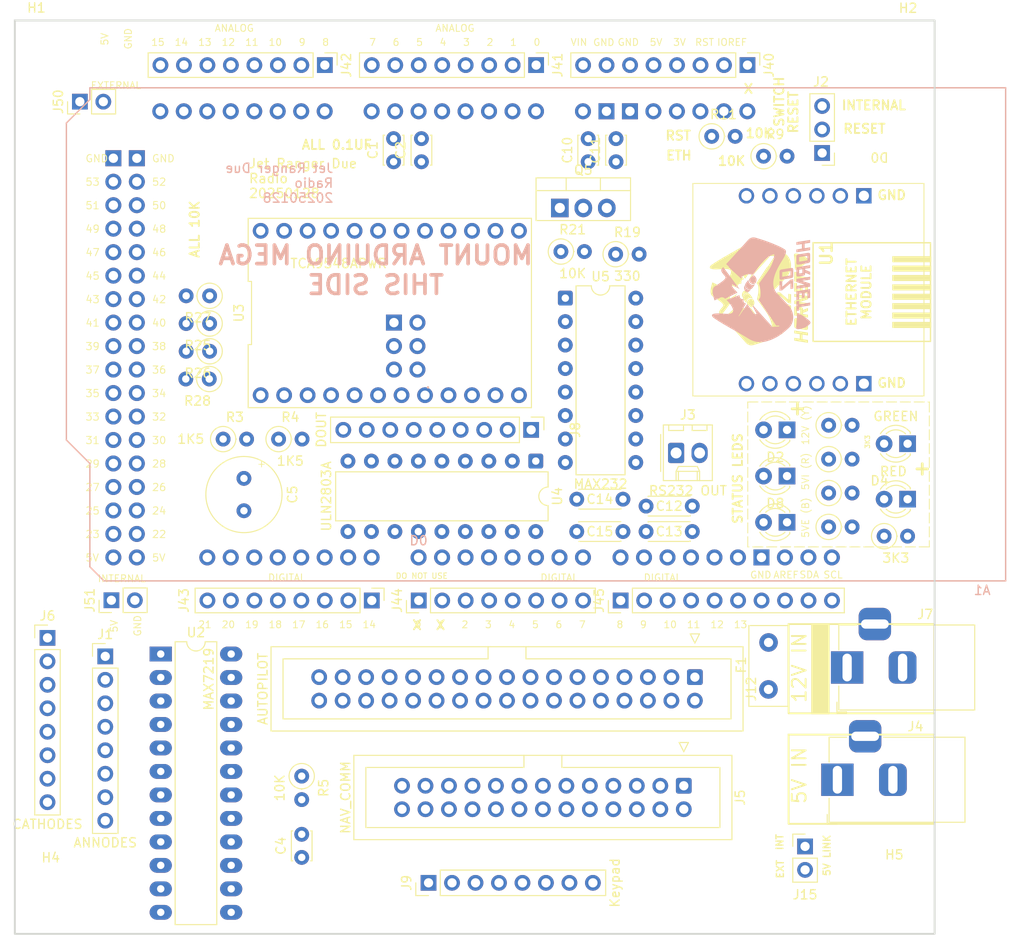
<source format=kicad_pcb>
(kicad_pcb (version 20241229) (generator "pcbnew") (generator_version "9.0")
  (title_block (date "mar. 31 mars 2015"))
  (layers (0 "F.Cu" signal) (2 "B.Cu" signal) (13 "F.Paste" user) (15 "B.Paste" user) (5 "F.SilkS" user "F.Silkscreen") (7 "B.SilkS" user "B.Silkscreen") (1 "F.Mask" user) (3 "B.Mask" user) (25 "Edge.Cuts" user))
  (net 0 "")
  (net 1 "/Keypad Row 0")
  (net 2 "GND")
  (net 3 "/Keypad Row 1")
  (net 4 "/Keypad Row 3")
  (net 5 "/+5v_IN")
  (net 6 "/+12v-IN")
  (net 7 "/MAX_7219-LOAD")
  (net 8 "/MAX_7219-DIN")
  (net 9 "/INT_5V")
  (net 10 "SCLK")
  (net 11 "/CRS_A")
  (net 12 "SDA")
  (net 13 "SCL")
  (net 14 "/Keypad Col 0")
  (net 15 "/D0_OUT")
  (net 16 "COL1")
  (net 17 "/PIN_20")
  (net 18 "ES1_RST")
  (net 19 "/D1_OUT")
  (net 20 "ROW3")
  (net 21 "MISO")
  (net 22 "/IAS_B")
  (net 23 "/MAX_7219-CLOCK")
  (net 24 "/RESET")
  (net 25 "MOSI")
  (net 26 "/GREEN_LED")
  (net 27 "/RED_LED")
  (net 28 "SS")
  (net 29 "/D4_OUT")
  (net 30 "/D7_OUT")
  (net 31 "Net-(U1-INT)")
  (net 33 "/BACKLIGHT_PWM")
  (net 34 "/SC5")
  (net 35 "+3V3")
  (net 36 "/D1")
  (net 37 "/D0")
  (net 38 "/VIN")
  (net 40 "/AREF")
  (net 41 "/RESET_pin")
  (net 42 "/D2_OUT")
  (net 43 "Net-(Q5-G)")
  (net 44 "COL0")
  (net 45 "/ALT_A")
  (net 46 "/IORF")
  (net 47 "/D5_OUT")
  (net 48 "/CATHODE_01")
  (net 49 "Net-(U2-ISET)")
  (net 50 "/VS_A")
  (net 51 "/D3_OUT")
  (net 52 "/ANNODE_01")
  (net 53 "/D6_OUT")
  (net 54 "/VS_B")
  (net 55 "/COL3")
  (net 56 "/ANNODE_03")
  (net 57 "/CATHODE_03")
  (net 58 "/CATHODE_02")
  (net 59 "/ANNODE_02")
  (net 60 "/SD5")
  (net 61 "/CATHODE_06")
  (net 62 "/CATHODE_05")
  (net 63 "/ANNODE_04")
  (net 64 "/CATHODE_07")
  (net 65 "/SC4")
  (net 66 "Net-(J7-Pin_1)")
  (net 67 "/CRS_B")
  (net 68 "/PIN_21")
  (net 69 "/COMM1_VOL")
  (net 70 "COL2")
  (net 71 "/HDG_A")
  (net 72 "/SD4")
  (net 73 "/SC6")
  (net 74 "/IAS_A")
  (net 75 "/SD6")
  (net 76 "Net-(A1-D16{slash}TX2)")
  (net 78 "/ALT_B")
  (net 79 "/HDG_B")
  (net 80 "/ANNODE_00")
  (net 81 "Net-(J8-Pin_4)")
  (net 82 "Net-(J8-Pin_7)")
  (net 83 "/CATHODE_00")
  (net 84 "/NAV2_VOL")
  (net 85 "/NAV1_VOL")
  (net 86 "Net-(J8-Pin_3)")
  (net 87 "/ANNODE_07")
  (net 88 "/ANNODE_05")
  (net 89 "/ANNODE_06")
  (net 90 "/CATHODE_04")
  (net 92 "/SD7")
  (net 93 "/SC7")
  (net 94 "/AP_MAG_SWITCH_COIL")
  (net 95 "Net-(J8-Pin_8)")
  (net 96 "Net-(J8-Pin_6)")
  (net 97 "Net-(J8-Pin_5)")
  (net 98 "/SC3")
  (net 99 "/AP_OLED_SC")
  (net 101 "/SD3")
  (net 102 "Net-(J8-Pin_9)")
  (net 103 "/GPS_TX")
  (net 104 "/COMM2_VOL")
  (net 105 "ROW0")
  (net 106 "ROW2")
  (net 107 "/Keypad Row 2")
  (net 108 "Net-(A1-D17{slash}RX2)")
  (net 109 "Net-(A1-D19{slash}RX1)")
  (net 110 "ROW1")
  (net 111 "/Keypad Col 1")
  (net 112 "Net-(U5-C1-)")
  (net 113 "/Keypad Col 2")
  (net 114 "Net-(U5-C1+)")
  (net 115 "Net-(U5-C2-)")
  (net 116 "Net-(U5-C2+)")
  (net 119 "Net-(U5-VS-)")
  (net 120 "Net-(U5-VS+)")
  (net 122 "/NAV2_A")
  (net 123 "NAV_OLED_SC")
  (net 124 "/COMM1_B")
  (net 125 "/COMM1_A")
  (net 126 "/BACKLIGHT_PANELS")
  (net 127 "/NAV1_A")
  (net 128 "COMM_OLED_SD")
  (net 130 "/NAV2_B")
  (net 131 "/COMM2_B")
  (net 132 "/NAV1_B")
  (net 133 "COMM_OLED_SC")
  (net 134 "NAV_OLED_SD")
  (net 135 "/COMM2_A")
  (net 140 "Net-(J3-Pin_1)")
  (net 146 "/AP_OLED_SD")
  (net 148 "Net-(D1-A)")
  (net 149 "Net-(D2-A)")
  (net 150 "Net-(J41-Pin_3)")
  (net 151 "Net-(A1-CANTX)")
  (net 152 "Net-(J41-Pin_4)")
  (net 153 "Net-(A1-CANRX)")
  (net 154 "Net-(D3-A)")
  (net 155 "Net-(D4-A)")
  (net 156 "Net-(D8-A)")
  (net 158 "/I2C_SEL_A2")
  (net 159 "/I2C_SEL_A1")
  (net 160 "/I2C_SEL_A0")
  (footprint "Capacitor_THT:C_Disc_D3.0mm_W2.0mm_P2.50mm" (layer "F.Cu") (at 70.94 51.5 90)
    (property "Reference" "C1" (at 1.25 -2.25 90) (layer "F.SilkS"))
    (property "Value" "0.1uF")
    (pad "1" thru_hole circle (at 0 0 90) (size 1.6 1.6) (drill 0.8) (layers "*.Cu" "*.Mask") (net 85 "/NAV1_VOL"))
    (pad "2" thru_hole circle (at 2.5 0 90) (size 1.6 1.6) (drill 0.8) (layers "*.Cu" "*.Mask") (net 2 "GND"))
  )
  (footprint "MountingHole:MountingHole_3.2mm_M3" (layer "F.Cu") (at 126.5898 39.0321)
    (property "Reference" "H2" (at 0 -4.15 0) (layer "F.SilkS"))
    (property "Value" "H2")
    (pad "" np_thru_hole circle (at 0 0) (size 3.2 3.2) (drill 3.2) (layers "*.Cu" "*.Mask"))
  )
  (footprint "Capacitor_THT:C_Disc_D4.3mm_W1.9mm_P5.00mm" (layer "F.Cu") (at 103.25 91.5 180)
    (property "Reference" "C13" (at 2.5 0 0) (layer "F.SilkS"))
    (property "Value" "0.1uF")
    (pad "1" thru_hole circle (at 0 0 180) (size 1.6 1.6) (drill 0.8) (layers "*.Cu" "*.Mask") (net 116 "Net-(U5-C2+)"))
    (pad "2" thru_hole circle (at 5 0 180) (size 1.6 1.6) (drill 0.8) (layers "*.Cu" "*.Mask") (net 115 "Net-(U5-C2-)"))
  )
  (footprint "Connector_PinHeader_2.54mm:PinHeader_1x08_P2.54mm_Vertical" (layer "F.Cu") (at 63.5 41.0464 -90)
    (property "Reference" "J42" (at 0 -2.33 90) (layer "F.SilkS"))
    (property "Value" "Conn_01x08")
    (pad "1" thru_hole rect (at 0 0 270) (size 1.7 1.7) (drill 1) (layers "*.Cu" "*.Mask") (net 15 "/D0_OUT"))
    (pad "2" thru_hole oval (at 0 2.54 270) (size 1.7 1.7) (drill 1) (layers "*.Cu" "*.Mask") (net 19 "/D1_OUT"))
    (pad "3" thru_hole oval (at 0 5.08 270) (size 1.7 1.7) (drill 1) (layers "*.Cu" "*.Mask") (net 42 "/D2_OUT"))
    (pad "4" thru_hole oval (at 0 7.62 270) (size 1.7 1.7) (drill 1) (layers "*.Cu" "*.Mask") (net 51 "/D3_OUT"))
    (pad "5" thru_hole oval (at 0 10.16 270) (size 1.7 1.7) (drill 1) (layers "*.Cu" "*.Mask") (net 29 "/D4_OUT"))
    (pad "6" thru_hole oval (at 0 12.7 270) (size 1.7 1.7) (drill 1) (layers "*.Cu" "*.Mask") (net 47 "/D5_OUT"))
    (pad "7" thru_hole oval (at 0 15.24 270) (size 1.7 1.7) (drill 1) (layers "*.Cu" "*.Mask") (net 53 "/D6_OUT"))
    (pad "8" thru_hole oval (at 0 17.78 270) (size 1.7 1.7) (drill 1) (layers "*.Cu" "*.Mask") (net 30 "/D7_OUT"))
  )
  (footprint "Package_DIP:DIP-24_W7.62mm_LongPads" (layer "F.Cu") (at 45.75 104.75)
    (property "Reference" "U2" (at 3.81 -2.33 0) (layer "F.SilkS"))
    (property "Value" "MAX7219" (at 5.2 2.71 90) (layer "F.SilkS"))
    (pad "1" thru_hole rect (at 0 0) (size 2.4 1.6) (drill 0.8) (layers "*.Cu" "*.Mask") (net 8 "/MAX_7219-DIN"))
    (pad "2" thru_hole oval (at 0 2.54) (size 2.4 1.6) (drill 0.8) (layers "*.Cu" "*.Mask") (net 83 "/CATHODE_00"))
    (pad "3" thru_hole oval (at 0 5.08) (size 2.4 1.6) (drill 0.8) (layers "*.Cu" "*.Mask") (net 90 "/CATHODE_04"))
    (pad "4" thru_hole oval (at 0 7.62) (size 2.4 1.6) (drill 0.8) (layers "*.Cu" "*.Mask") (net 2 "GND"))
    (pad "5" thru_hole oval (at 0 10.16) (size 2.4 1.6) (drill 0.8) (layers "*.Cu" "*.Mask") (net 61 "/CATHODE_06"))
    (pad "6" thru_hole oval (at 0 12.7) (size 2.4 1.6) (drill 0.8) (layers "*.Cu" "*.Mask") (net 58 "/CATHODE_02"))
    (pad "7" thru_hole oval (at 0 15.24) (size 2.4 1.6) (drill 0.8) (layers "*.Cu" "*.Mask") (net 57 "/CATHODE_03"))
    (pad "8" thru_hole oval (at 0 17.78) (size 2.4 1.6) (drill 0.8) (layers "*.Cu" "*.Mask") (net 64 "/CATHODE_07"))
    (pad "9" thru_hole oval (at 0 20.32) (size 2.4 1.6) (drill 0.8) (layers "*.Cu" "*.Mask") (net 2 "GND"))
    (pad "10" thru_hole oval (at 0 22.86) (size 2.4 1.6) (drill 0.8) (layers "*.Cu" "*.Mask") (net 62 "/CATHODE_05"))
    (pad "11" thru_hole oval (at 0 25.4) (size 2.4 1.6) (drill 0.8) (layers "*.Cu" "*.Mask") (net 48 "/CATHODE_01"))
    (pad "12" thru_hole oval (at 0 27.94) (size 2.4 1.6) (drill 0.8) (layers "*.Cu" "*.Mask") (net 7 "/MAX_7219-LOAD"))
    (pad "13" thru_hole oval (at 7.62 27.94) (size 2.4 1.6) (drill 0.8) (layers "*.Cu" "*.Mask") (net 23 "/MAX_7219-CLOCK"))
    (pad "14" thru_hole oval (at 7.62 25.4) (size 2.4 1.6) (drill 0.8) (layers "*.Cu" "*.Mask") (net 80 "/ANNODE_00"))
    (pad "15" thru_hole oval (at 7.62 22.86) (size 2.4 1.6) (drill 0.8) (layers "*.Cu" "*.Mask") (net 88 "/ANNODE_05"))
    (pad "16" thru_hole oval (at 7.62 20.32) (size 2.4 1.6) (drill 0.8) (layers "*.Cu" "*.Mask") (net 52 "/ANNODE_01"))
    (pad "17" thru_hole oval (at 7.62 17.78) (size 2.4 1.6) (drill 0.8) (layers "*.Cu" "*.Mask") (net 89 "/ANNODE_06"))
    (pad "18" thru_hole oval (at 7.62 15.24) (size 2.4 1.6) (drill 0.8) (layers "*.Cu" "*.Mask") (net 49 "Net-(U2-ISET)"))
    (pad "19" thru_hole oval (at 7.62 12.7) (size 2.4 1.6) (drill 0.8) (layers "*.Cu" "*.Mask") (net 5 "/+5v_IN"))
    (pad "20" thru_hole oval (at 7.62 10.16) (size 2.4 1.6) (drill 0.8) (layers "*.Cu" "*.Mask") (net 59 "/ANNODE_02"))
    (pad "21" thru_hole oval (at 7.62 7.62) (size 2.4 1.6) (drill 0.8) (layers "*.Cu" "*.Mask") (net 63 "/ANNODE_04"))
    (pad "22" thru_hole oval (at 7.62 5.08) (size 2.4 1.6) (drill 0.8) (layers "*.Cu" "*.Mask") (net 87 "/ANNODE_07"))
    (pad "23" thru_hole oval (at 7.62 2.54) (size 2.4 1.6) (drill 0.8) (layers "*.Cu" "*.Mask") (net 56 "/ANNODE_03"))
    (pad "24" thru_hole oval (at 7.62 0) (size 2.4 1.6) (drill 0.8) (layers "*.Cu" "*.Mask"))
  )
  (footprint "Connector_PinHeader_2.54mm:PinHeader_1x03_P2.54mm_Vertical" (layer "F.Cu") (at 117.298 50.55 180)
    (property "Reference" "J2" (at 0.127 7.6962 180) (layer "F.SilkS"))
    (property "Value" "Conn_01x03_Pin")
    (pad "1" thru_hole rect (at 0 0 180) (size 1.7 1.7) (drill 1) (layers "*.Cu" "*.Mask") (net 2 "GND"))
    (pad "2" thru_hole oval (at 0 2.54 180) (size 1.7 1.7) (drill 1) (layers "*.Cu" "*.Mask") (net 24 "/RESET"))
    (pad "3" thru_hole oval (at 0 5.08 180) (size 1.7 1.7) (drill 1) (layers "*.Cu" "*.Mask") (net 41 "/RESET_pin"))
  )
  (footprint "Connector_PinHeader_2.54mm:PinHeader_1x08_P2.54mm_Vertical" (layer "F.Cu") (at 86.36 41.0464 -90)
    (property "Reference" "J41" (at 0 -2.33 90) (layer "F.SilkS"))
    (property "Value" "Conn_01x08")
    (pad "1" thru_hole rect (at 0 0 270) (size 1.7 1.7) (drill 1) (layers "*.Cu" "*.Mask") (net 153 "Net-(A1-CANRX)"))
    (pad "2" thru_hole oval (at 0 2.54 270) (size 1.7 1.7) (drill 1) (layers "*.Cu" "*.Mask") (net 151 "Net-(A1-CANTX)"))
    (pad "3" thru_hole oval (at 0 5.08 270) (size 1.7 1.7) (drill 1) (layers "*.Cu" "*.Mask") (net 150 "Net-(J41-Pin_3)"))
    (pad "4" thru_hole oval (at 0 7.62 270) (size 1.7 1.7) (drill 1) (layers "*.Cu" "*.Mask") (net 152 "Net-(J41-Pin_4)"))
    (pad "5" thru_hole oval (at 0 10.16 270) (size 1.7 1.7) (drill 1) (layers "*.Cu" "*.Mask") (net 69 "/COMM1_VOL"))
    (pad "6" thru_hole oval (at 0 12.7 270) (size 1.7 1.7) (drill 1) (layers "*.Cu" "*.Mask") (net 104 "/COMM2_VOL"))
    (pad "7" thru_hole oval (at 0 15.24 270) (size 1.7 1.7) (drill 1) (layers "*.Cu" "*.Mask") (net 85 "/NAV1_VOL"))
    (pad "8" thru_hole oval (at 0 17.78 270) (size 1.7 1.7) (drill 1) (layers "*.Cu" "*.Mask") (net 84 "/NAV2_VOL"))
  )
  (footprint "Connector_Molex:Molex_KK-254_AE-6410-02A_1x02_P2.54mm_Vertical" (layer "F.Cu") (at 101.5 83)
    (property "Reference" "J3" (at 1.27 -4.12 0) (layer "F.SilkS"))
    (property "Value" "RS232 OUT" (at 1.27 4.08 0) (layer "F.SilkS"))
    (pad "1" thru_hole roundrect (at 0 0) (size 1.74 2.19) (drill 1.19) (layers "*.Cu" "*.Mask") (roundrect_rratio 0.143678) (net 140 "Net-(J3-Pin_1)"))
    (pad "2" thru_hole oval (at 2.54 0) (size 1.74 2.19) (drill 1.19) (layers "*.Cu" "*.Mask") (net 2 "GND"))
  )
  (footprint "Resistor_THT:R_Axial_DIN0207_L6.3mm_D2.5mm_P2.54mm_Vertical" (layer "F.Cu") (at 51.04 72 180)
    (property "Reference" "R26" (at 1.27 -2.37 180) (layer "F.SilkS"))
    (property "Value" "10K")
    (pad "1" thru_hole circle (at 0 0 180) (size 1.6 1.6) (drill 0.8) (layers "*.Cu" "*.Mask") (net 9 "/INT_5V"))
    (pad "2" thru_hole circle (at 2.54 0 180) (size 1.6 1.6) (drill 0.8) (layers "*.Cu" "*.Mask") (net 16 "COL1"))
  )
  (footprint "LED_THT:LED_D3.0mm" (layer "F.Cu") (at 126.54 88 180)
    (property "Reference" "D4" (at 3.04 2 180) (layer "F.SilkS"))
    (property "Value" "RED" (at 1.54 3 180) (layer "F.SilkS"))
    (pad "1" thru_hole rect (at 0 0 180) (size 1.8 1.8) (drill 0.9) (layers "*.Cu" "*.Mask") (net 155 "Net-(D4-A)"))
    (pad "2" thru_hole circle (at 2.54 0 180) (size 1.8 1.8) (drill 0.9) (layers "*.Cu" "*.Mask") (net 2 "GND"))
  )
  (footprint "Resistor_THT:R_Axial_DIN0207_L6.3mm_D2.5mm_P2.54mm_Vertical" (layer "F.Cu") (at 61 117.96 -90)
    (property "Reference" "R5" (at 1.27 -2.37 270) (layer "F.SilkS"))
    (property "Value" "10K" (at 1.27 2.37 270) (layer "F.SilkS"))
    (pad "1" thru_hole circle (at 0 0 270) (size 1.6 1.6) (drill 0.8) (layers "*.Cu" "*.Mask") (net 49 "Net-(U2-ISET)"))
    (pad "2" thru_hole circle (at 2.54 0 270) (size 1.6 1.6) (drill 0.8) (layers "*.Cu" "*.Mask") (net 5 "/+5v_IN"))
  )
  (footprint "Resistor_THT:R_Axial_DIN0207_L6.3mm_D2.5mm_P2.54mm_Vertical" (layer "F.Cu") (at 118 83.6667)
    (property "Reference" "R7")
    (property "Value" "3K3")
    (pad "1" thru_hole circle (at 0 0) (size 1.6 1.6) (drill 0.8) (layers "*.Cu" "*.Mask") (net 26 "/GREEN_LED"))
    (pad "2" thru_hole circle (at 2.54 0) (size 1.6 1.6) (drill 0.8) (layers "*.Cu" "*.Mask") (net 154 "Net-(D3-A)"))
  )
  (footprint "Resistor_THT:R_Axial_DIN0207_L6.3mm_D2.5mm_P2.54mm_Vertical" (layer "F.Cu") (at 51.04 66 180)
    (property "Reference" "R27" (at 1.27 -2.37 180) (layer "F.SilkS"))
    (property "Value" "10K")
    (pad "1" thru_hole circle (at 0 0 180) (size 1.6 1.6) (drill 0.8) (layers "*.Cu" "*.Mask") (net 9 "/INT_5V"))
    (pad "2" thru_hole circle (at 2.54 0 180) (size 1.6 1.6) (drill 0.8) (layers "*.Cu" "*.Mask") (net 70 "COL2"))
  )
  (footprint "Resistor_THT:R_Axial_DIN0207_L6.3mm_D2.5mm_P2.54mm_Vertical" (layer "F.Cu") (at 118 80)
    (property "Reference" "R2")
    (property "Value" "3K3")
    (pad "1" thru_hole circle (at 0 0) (size 1.6 1.6) (drill 0.8) (layers "*.Cu" "*.Mask") (net 6 "/+12v-IN"))
    (pad "2" thru_hole circle (at 2.54 0) (size 1.6 1.6) (drill 0.8) (layers "*.Cu" "*.Mask") (net 149 "Net-(D2-A)"))
  )
  (footprint "MountingHole:MountingHole_3.2mm_M3" (layer "F.Cu") (at 32.3 39)
    (property "Reference" "H1" (at 0 -4.15 0) (layer "F.SilkS"))
    (property "Value" "H1")
    (pad "" np_thru_hole circle (at 0 0) (size 3.2 3.2) (drill 3.2) (layers "*.Cu" "*.Mask"))
  )
  (footprint "Connector_PinHeader_2.54mm:PinHeader_1x02_P2.54mm_Vertical" (layer "F.Cu") (at 37 45 90)
    (property "Reference" "J50" (at 0 -2.33 270) (layer "F.SilkS"))
    (property "Value" "Conn_01x02")
    (pad "1" thru_hole rect (at 0 0 90) (size 1.7 1.7) (drill 1) (layers "*.Cu" "*.Mask") (net 5 "/+5v_IN"))
    (pad "2" thru_hole oval (at 0 2.54 90) (size 1.7 1.7) (drill 1) (layers "*.Cu" "*.Mask") (net 2 "GND"))
  )
  (footprint "Connector_BarrelJack:BarrelJack_Horizontal" (layer "F.Cu") (at 118.949 118.35 180)
    (property "Reference" "J4" (at -8.45 5.75 180) (layer "F.SilkS"))
    (property "Value" "5V IN")
    (pad "1" thru_hole rect (at 0 0 180) (size 3.5 3.5) (drill oval 1 3) (layers "*.Cu" "*.Mask") (net 5 "/+5v_IN"))
    (pad "2" thru_hole roundrect (at -6 0 180) (size 3 3.5) (drill oval 1 3) (layers "*.Cu" "*.Mask") (net 2 "GND"))
    (pad "3" thru_hole roundrect (at -3 4.7 180) (size 3.5 3.5) (drill oval 3 1) (layers "*.Cu" "*.Mask"))
  )
  (footprint "Connector_PinHeader_2.54mm:PinHeader_1x08_P2.54mm_Vertical" (layer "F.Cu") (at 74.72 129.5 90)
    (property "Reference" "J9" (at 0 -2.38 90) (layer "F.SilkS"))
    (property "Value" "Keypad" (at 0 20.16 90) (layer "F.SilkS"))
    (pad "1" thru_hole rect (at 0 0 90) (size 1.7 1.7) (drill 1) (layers "*.Cu" "*.Mask") (net 1 "/Keypad Row 0"))
    (pad "2" thru_hole circle (at 0 2.54 90) (size 1.7 1.7) (drill 1) (layers "*.Cu" "*.Mask") (net 3 "/Keypad Row 1"))
    (pad "3" thru_hole circle (at 0 5.08 90) (size 1.7 1.7) (drill 1) (layers "*.Cu" "*.Mask") (net 107 "/Keypad Row 2"))
    (pad "4" thru_hole circle (at 0 7.62 90) (size 1.7 1.7) (drill 1) (layers "*.Cu" "*.Mask") (net 4 "/Keypad Row 3"))
    (pad "5" thru_hole circle (at 0 10.16 90) (size 1.7 1.7) (drill 1) (layers "*.Cu" "*.Mask") (net 14 "/Keypad Col 0"))
    (pad "6" thru_hole circle (at 0 12.7 90) (size 1.7 1.7) (drill 1) (layers "*.Cu" "*.Mask") (net 111 "/Keypad Col 1"))
    (pad "7" thru_hole circle (at 0 15.24 90) (size 1.7 1.7) (drill 1) (layers "*.Cu" "*.Mask") (net 113 "/Keypad Col 2"))
    (pad "8" thru_hole circle (at 0 17.78 90) (size 1.7 1.7) (drill 1) (layers "*.Cu" "*.Mask"))
  )
  (footprint "Package_DIP:DIP-16_W7.62mm" (layer "F.Cu") (at 89.515 66.25)
    (property "Reference" "U5" (at 3.81 -2.33 0) (layer "F.SilkS"))
    (property "Value" "MAX232" (at 3.81 20.11 0) (layer "F.SilkS"))
    (pad "1" thru_hole roundrect (at 0 0) (size 1.6 1.6) (drill 0.8) (layers "*.Cu" "*.Mask") (roundrect_rratio 0.15625) (net 114 "Net-(U5-C1+)"))
    (pad "2" thru_hole circle (at 0 2.54) (size 1.6 1.6) (drill 0.8) (layers "*.Cu" "*.Mask") (net 120 "Net-(U5-VS+)"))
    (pad "3" thru_hole circle (at 0 5.08) (size 1.6 1.6) (drill 0.8) (layers "*.Cu" "*.Mask") (net 112 "Net-(U5-C1-)"))
    (pad "4" thru_hole circle (at 0 7.62) (size 1.6 1.6) (drill 0.8) (layers "*.Cu" "*.Mask") (net 116 "Net-(U5-C2+)"))
    (pad "5" thru_hole circle (at 0 10.16) (size 1.6 1.6) (drill 0.8) (layers "*.Cu" "*.Mask") (net 115 "Net-(U5-C2-)"))
    (pad "6" thru_hole circle (at 0 12.7) (size 1.6 1.6) (drill 0.8) (layers "*.Cu" "*.Mask") (net 119 "Net-(U5-VS-)"))
    (pad "7" thru_hole circle (at 0 15.24) (size 1.6 1.6) (drill 0.8) (layers "*.Cu" "*.Mask"))
    (pad "8" thru_hole circle (at 0 17.78) (size 1.6 1.6) (drill 0.8) (layers "*.Cu" "*.Mask"))
    (pad "9" thru_hole circle (at 7.62 17.78) (size 1.6 1.6) (drill 0.8) (layers "*.Cu" "*.Mask"))
    (pad "10" thru_hole circle (at 7.62 15.24) (size 1.6 1.6) (drill 0.8) (layers "*.Cu" "*.Mask"))
    (pad "11" thru_hole circle (at 7.62 12.7) (size 1.6 1.6) (drill 0.8) (layers "*.Cu" "*.Mask") (net 103 "/GPS_TX"))
    (pad "12" thru_hole circle (at 7.62 10.16) (size 1.6 1.6) (drill 0.8) (layers "*.Cu" "*.Mask"))
    (pad "13" thru_hole circle (at 7.62 7.62) (size 1.6 1.6) (drill 0.8) (layers "*.Cu" "*.Mask"))
    (pad "14" thru_hole circle (at 7.62 5.08) (size 1.6 1.6) (drill 0.8) (layers "*.Cu" "*.Mask") (net 140 "Net-(J3-Pin_1)"))
    (pad "15" thru_hole circle (at 7.62 2.54) (size 1.6 1.6) (drill 0.8) (layers "*.Cu" "*.Mask") (net 2 "GND"))
    (pad "16" thru_hole circle (at 7.62 0) (size 1.6 1.6) (drill 0.8) (layers "*.Cu" "*.Mask") (net 9 "/INT_5V"))
  )
  (footprint "MountingHole:MountingHole_3.2mm_M3" (layer "F.Cu") (at 125.101 130.6122)
    (property "Reference" "H5" (at 0 -4.15 0) (layer "F.SilkS"))
    (property "Value" "H1")
    (pad "" np_thru_hole circle (at 0 0) (size 3.2 3.2) (drill 3.2) (layers "*.Cu" "*.Mask"))
  )
  (footprint "Capacitor_THT:C_Disc_D3.0mm_W2.0mm_P2.50mm" (layer "F.Cu") (at 73.95 51.5 90)
    (property "Reference" "C2" (at 1.25 -2.25 90) (layer "F.SilkS"))
    (property "Value" "0.1uF")
    (pad "1" thru_hole circle (at 0 0 90) (size 1.6 1.6) (drill 0.8) (layers "*.Cu" "*.Mask") (net 84 "/NAV2_VOL"))
    (pad "2" thru_hole circle (at 2.5 0 90) (size 1.6 1.6) (drill 0.8) (layers "*.Cu" "*.Mask") (net 2 "GND"))
  )
  (footprint "LED_THT:LED_D3.0mm" (layer "F.Cu") (at 113.5 85.5 180)
    (property "Reference" "D8" (at 1.27 -2.96 180) (layer "F.SilkS"))
    (property "Value" "RED")
    (pad "1" thru_hole rect (at 0 0 180) (size 1.8 1.8) (drill 0.9) (layers "*.Cu" "*.Mask") (net 156 "Net-(D8-A)"))
    (pad "2" thru_hole circle (at 2.54 0 180) (size 1.8 1.8) (drill 0.9) (layers "*.Cu" "*.Mask") (net 2 "GND"))
  )
  (footprint "Capacitor_THT:C_Radial_D8.0mm_H7.0mm_P3.50mm" (layer "F.Cu") (at 54.75 85.75 -90)
    (property "Reference" "C5" (at 1.75 -5.25 270) (layer "F.SilkS"))
    (property "Value" "100uF")
    (pad "1" thru_hole circle (at 0 0 270) (size 1.6 1.6) (drill 0.8) (layers "*.Cu" "*.Mask") (net 5 "/+5v_IN"))
    (pad "2" thru_hole circle (at 3.5 0 270) (size 1.6 1.6) (drill 0.8) (layers "*.Cu" "*.Mask") (net 2 "GND"))
  )
  (footprint "LED_THT:LED_D3.0mm" (layer "F.Cu") (at 126.54 82 180)
    (property "Reference" "D3")
    (property "Value" "GREEN" (at 1.27 2.96 180) (layer "F.SilkS"))
    (pad "1" thru_hole rect (at 0 0 180) (size 1.8 1.8) (drill 0.9) (layers "*.Cu" "*.Mask") (net 154 "Net-(D3-A)"))
    (pad "2" thru_hole circle (at 2.54 0 180) (size 1.8 1.8) (drill 0.9) (layers "*.Cu" "*.Mask") (net 2 "GND"))
  )
  (footprint "Package_DIP:DIP-18_W7.62mm" (layer "F.Cu") (at 86.32 83.88 -90)
    (property "Reference" "U4" (at 3.81 -2.33 90) (layer "F.SilkS"))
    (property "Value" "ULN2803A" (at 3.81 22.65 90) (layer "F.SilkS"))
    (pad "1" thru_hole roundrect (at 0 0 270) (size 1.6 1.6) (drill 0.8) (layers "*.Cu" "*.Mask") (roundrect_rratio 0.15625) (net 15 "/D0_OUT"))
    (pad "2" thru_hole circle (at 0 2.54 270) (size 1.6 1.6) (drill 0.8) (layers "*.Cu" "*.Mask") (net 19 "/D1_OUT"))
    (pad "3" thru_hole circle (at 0 5.08 270) (size 1.6 1.6) (drill 0.8) (layers "*.Cu" "*.Mask") (net 42 "/D2_OUT"))
    (pad "4" thru_hole circle (at 0 7.62 270) (size 1.6 1.6) (drill 0.8) (layers "*.Cu" "*.Mask") (net 51 "/D3_OUT"))
    (pad "5" thru_hole circle (at 0 10.16 270) (size 1.6 1.6) (drill 0.8) (layers "*.Cu" "*.Mask") (net 29 "/D4_OUT"))
    (pad "6" thru_hole circle (at 0 12.7 270) (size 1.6 1.6) (drill 0.8) (layers "*.Cu" "*.Mask") (net 47 "/D5_OUT"))
    (pad "7" thru_hole circle (at 0 15.24 270) (size 1.6 1.6) (drill 0.8) (layers "*.Cu" "*.Mask") (net 53 "/D6_OUT"))
    (pad "8" thru_hole circle (at 0 17.78 270) (size 1.6 1.6) (drill 0.8) (layers "*.Cu" "*.Mask") (net 30 "/D7_OUT"))
    (pad "9" thru_hole circle (at 0 20.32 270) (size 1.6 1.6) (drill 0.8) (layers "*.Cu" "*.Mask") (net 2 "GND"))
    (pad "10" thru_hole circle (at 7.62 20.32 270) (size 1.6 1.6) (drill 0.8) (layers "*.Cu" "*.Mask") (net 6 "/+12v-IN"))
    (pad "11" thru_hole circle (at 7.62 17.78 270) (size 1.6 1.6) (drill 0.8) (layers "*.Cu" "*.Mask") (net 102 "Net-(J8-Pin_9)"))
    (pad "12" thru_hole circle (at 7.62 15.24 270) (size 1.6 1.6) (drill 0.8) (layers "*.Cu" "*.Mask") (net 95 "Net-(J8-Pin_8)"))
    (pad "13" thru_hole circle (at 7.62 12.7 270) (size 1.6 1.6) (drill 0.8) (layers "*.Cu" "*.Mask") (net 82 "Net-(J8-Pin_7)"))
    (pad "14" thru_hole circle (at 7.62 10.16 270) (size 1.6 1.6) (drill 0.8) (layers "*.Cu" "*.Mask") (net 96 "Net-(J8-Pin_6)"))
    (pad "15" thru_hole circle (at 7.62 7.62 270) (size 1.6 1.6) (drill 0.8) (layers "*.Cu" "*.Mask") (net 97 "Net-(J8-Pin_5)"))
    (pad "16" thru_hole circle (at 7.62 5.08 270) (size 1.6 1.6) (drill 0.8) (layers "*.Cu" "*.Mask") (net 81 "Net-(J8-Pin_4)"))
    (pad "17" thru_hole circle (at 7.62 2.54 270) (size 1.6 1.6) (drill 0.8) (layers "*.Cu" "*.Mask") (net 86 "Net-(J8-Pin_3)"))
    (pad "18" thru_hole circle (at 7.62 0 270) (size 1.6 1.6) (drill 0.8) (layers "*.Cu" "*.Mask") (net 94 "/AP_MAG_SWITCH_COIL"))
  )
  (footprint "Resistor_THT:R_Axial_DIN0207_L6.3mm_D2.5mm_P2.54mm_Vertical" (layer "F.Cu") (at 51.04 69 180)
    (property "Reference" "R25" (at 1.27 -2.37 180) (layer "F.SilkS"))
    (property "Value" "10K")
    (pad "1" thru_hole circle (at 0 0 180) (size 1.6 1.6) (drill 0.8) (layers "*.Cu" "*.Mask") (net 9 "/INT_5V"))
    (pad "2" thru_hole circle (at 2.54 0 180) (size 1.6 1.6) (drill 0.8) (layers "*.Cu" "*.Mask") (net 44 "COL0"))
  )
  (footprint "Resistor_THT:R_Axial_DIN0207_L6.3mm_D2.5mm_P2.54mm_Vertical" (layer "F.Cu") (at 51 75 180)
    (property "Reference" "R28" (at 1.27 -2.37 180) (layer "F.SilkS"))
    (property "Value" "10K")
    (pad "1" thru_hole circle (at 0 0 180) (size 1.6 1.6) (drill 0.8) (layers "*.Cu" "*.Mask") (net 9 "/INT_5V"))
    (pad "2" thru_hole circle (at 2.54 0 180) (size 1.6 1.6) (drill 0.8) (layers "*.Cu" "*.Mask") (net 55 "/COL3"))
  )
  (footprint "Resistor_THT:R_Axial_DIN0207_L6.3mm_D2.5mm_P2.54mm_Vertical" (layer "F.Cu") (at 118 87.3333)
    (property "Reference" "R12")
    (property "Value" "3K3")
    (pad "1" thru_hole circle (at 0 0) (size 1.6 1.6) (drill 0.8) (layers "*.Cu" "*.Mask") (net 9 "/INT_5V"))
    (pad "2" thru_hole circle (at 2.54 0) (size 1.6 1.6) (drill 0.8) (layers "*.Cu" "*.Mask") (net 156 "Net-(D8-A)"))
  )
  (footprint "Resistor_THT:R_Axial_DIN0207_L6.3mm_D2.5mm_P2.54mm_Vertical" (layer "F.Cu") (at 124 92)
    (property "Reference" "R8")
    (property "Value" "3K3" (at 1.27 2.37 0) (layer "F.SilkS"))
    (pad "1" thru_hole circle (at 0 0) (size 1.6 1.6) (drill 0.8) (layers "*.Cu" "*.Mask") (net 27 "/RED_LED"))
    (pad "2" thru_hole circle (at 2.54 0) (size 1.6 1.6) (drill 0.8) (layers "*.Cu" "*.Mask") (net 155 "Net-(D4-A)"))
  )
  (footprint "Fuse:Fuse_Littelfuse_395Series" (layer "F.Cu") (at 111.49 108.58 90)
    (property "Reference" "F1" (at 2.65 -2.95 90) (layer "F.SilkS"))
    (property "Value" "Polyfuse")
    (pad "1" thru_hole circle (at 0 0 90) (size 2 2) (drill 1) (layers "*.Cu" "*.Mask") (net 6 "/+12v-IN"))
    (pad "2" thru_hole circle (at 5.08 0.01 90) (size 2 2) (drill 1) (layers "*.Cu" "*.Mask") (net 66 "Net-(J7-Pin_1)"))
  )
  (footprint "Connector_PinHeader_2.54mm:PinHeader_1x08_P2.54mm_Vertical" (layer "F.Cu") (at 68.58 98.9584 -90)
    (property "Reference" "J43" (at 0 20.32 90) (layer "F.SilkS"))
    (property "Value" "Conn_01x08")
    (pad "1" thru_hole rect (at 0 0 270) (size 1.7 1.7) (drill 1) (layers "*.Cu" "*.Mask") (net 26 "/GREEN_LED"))
    (pad "2" thru_hole oval (at 0 2.54 270) (size 1.7 1.7) (drill 1) (layers "*.Cu" "*.Mask") (net 27 "/RED_LED"))
    (pad "3" thru_hole oval (at 0 5.08 270) (size 1.7 1.7) (drill 1) (layers "*.Cu" "*.Mask") (net 76 "Net-(A1-D16{slash}TX2)"))
    (pad "4" thru_hole oval (at 0 7.62 270) (size 1.7 1.7) (drill 1) (layers "*.Cu" "*.Mask") (net 108 "Net-(A1-D17{slash}RX2)"))
    (pad "5" thru_hole oval (at 0 10.16 270) (size 1.7 1.7) (drill 1) (layers "*.Cu" "*.Mask") (net 103 "/GPS_TX"))
    (pad "6" thru_hole oval (at 0 12.7 270) (size 1.7 1.7) (drill 1) (layers "*.Cu" "*.Mask") (net 109 "Net-(A1-D19{slash}RX1)"))
    (pad "7" thru_hole oval (at 0 15.24 270) (size 1.7 1.7) (drill 1) (layers "*.Cu" "*.Mask") (net 17 "/PIN_20"))
    (pad "8" thru_hole oval (at 0 17.78 270) (size 1.7 1.7) (drill 1) (layers "*.Cu" "*.Mask") (net 68 "/PIN_21"))
  )
  (footprint "Connector_PinHeader_2.54mm:PinHeader_1x08_P2.54mm_Vertical" (layer "F.Cu") (at 33.5 103)
    (property "Reference" "J6" (at 0 -2.38 0) (layer "F.SilkS"))
    (property "Value" "CATHODES" (at 0 20.16 0) (layer "F.SilkS"))
    (pad "1" thru_hole rect (at 0 0) (size 1.7 1.7) (drill 1) (layers "*.Cu" "*.Mask") (net 83 "/CATHODE_00"))
    (pad "2" thru_hole circle (at 0 2.54) (size 1.7 1.7) (drill 1) (layers "*.Cu" "*.Mask") (net 48 "/CATHODE_01"))
    (pad "3" thru_hole circle (at 0 5.08) (size 1.7 1.7) (drill 1) (layers "*.Cu" "*.Mask") (net 58 "/CATHODE_02"))
    (pad "4" thru_hole circle (at 0 7.62) (size 1.7 1.7) (drill 1) (layers "*.Cu" "*.Mask") (net 57 "/CATHODE_03"))
    (pad "5" thru_hole circle (at 0 10.16) (size 1.7 1.7) (drill 1) (layers "*.Cu" "*.Mask") (net 90 "/CATHODE_04"))
    (pad "6" thru_hole circle (at 0 12.7) (size 1.7 1.7) (drill 1) (layers "*.Cu" "*.Mask") (net 62 "/CATHODE_05"))
    (pad "7" thru_hole circle (at 0 15.24) (size 1.7 1.7) (drill 1) (layers "*.Cu" "*.Mask") (net 61 "/CATHODE_06"))
    (pad "8" thru_hole circle (at 0 17.78) (size 1.7 1.7) (drill 1) (layers "*.Cu" "*.Mask") (net 64 "/CATHODE_07"))
  )
  (footprint "Resistor_THT:R_Axial_DIN0207_L6.3mm_D2.5mm_P2.54mm_Vertical" (layer "F.Cu") (at 94.96 61.5)
    (property "Reference" "R19" (at 1.27 -2.37 0) (layer "F.SilkS"))
    (property "Value" "330" (at 1.27 2.37 0) (layer "F.SilkS"))
    (pad "1" thru_hole circle (at 0 0) (size 1.6 1.6) (drill 0.8) (layers "*.Cu" "*.Mask") (net 43 "Net-(Q5-G)"))
    (pad "2" thru_hole circle (at 2.54 0) (size 1.6 1.6) (drill 0.8) (layers "*.Cu" "*.Mask") (net 33 "/BACKLIGHT_PWM"))
  )
  (footprint "Package_TO_SOT_THT:TO-220-3_Vertical" (layer "F.Cu") (at 88.92 56.5)
    (property "Reference" "Q5" (at 2.54 -4.1 0) (layer "F.SilkS"))
    (property "Value" "Q_NMOS_GSD")
    (pad "1" thru_hole rect (at 0 0) (size 1.905 2) (drill 1.1) (layers "*.Cu" "*.Mask") (net 43 "Net-(Q5-G)"))
    (pad "2" thru_hole oval (at 2.54 0) (size 1.905 2) (drill 1.1) (layers "*.Cu" "*.Mask") (net 2 "GND"))
    (pad "3" thru_hole oval (at 5.08 0) (size 1.905 2) (drill 1.1) (layers "*.Cu" "*.Mask") (net 126 "/BACKLIGHT_PANELS"))
  )
  (footprint "MountingHole:MountingHole_3.2mm_M3" (layer "F.Cu") (at 33.8518 130.9295)
    (property "Reference" "H4" (at 0 -4.15 0) (layer "F.SilkS"))
    (property "Value" "H2")
    (pad "" np_thru_hole circle (at 0 0) (size 3.2 3.2) (drill 3.2) (layers "*.Cu" "*.Mask"))
  )
  (footprint "Library-OZ-HORNET:USRES1" (layer "F.Cu") (at 121.809 55.1833 -90)
    (property "Reference" "U1" (at 6.2667 4.059 90) (layer "F.SilkS") (effects (font (size 1.27 1.27) (thickness 0.254))))
    (property "Value" "USR-ES1" (hide yes))
    (pad "A1" thru_hole rect (at 0 0 270) (size 1.665 1.665) (drill 1.11) (layers "*.Cu" "*.Mask") (net 2 "GND"))
    (pad "A2" thru_hole circle (at 0 2.54 270) (size 1.665 1.665) (drill 1.11) (layers "*.Cu" "*.Mask") (net 2 "GND"))
    (pad "A3" thru_hole circle (at 0 5.08 270) (size 1.665 1.665) (drill 1.11) (layers "*.Cu" "*.Mask") (net 25 "MOSI"))
    (pad "A4" thru_hole circle (at 0 7.62 270) (size 1.665 1.665) (drill 1.11) (layers "*.Cu" "*.Mask") (net 10 "SCLK"))
    (pad "A5" thru_hole circle (at 0 10.16 270) (size 1.665 1.665) (drill 1.11) (layers "*.Cu" "*.Mask") (net 28 "SS"))
    (pad "A6" thru_hole circle (at 0 12.7 270) (size 1.665 1.665) (drill 1.11) (layers "*.Cu" "*.Mask") (net 31 "Net-(U1-INT)"))
    (pad "B1" thru_hole rect (at 20.32 0 270) (size 1.665 1.665) (drill 1.11) (layers "*.Cu" "*.Mask") (net 2 "GND"))
    (pad "B2" thru_hole circle (at 20.32 2.54 270) (size 1.665 1.665) (drill 1.11) (layers "*.Cu" "*.Mask") (net 35 "+3V3"))
    (pad "B3" thru_hole circle (at 20.32 5.08 270) (size 1.665 1.665) (drill 1.11) (layers "*.Cu" "*.Mask") (net 35 "+3V3"))
    (pad "B4" thru_hole circle (at 20.32 7.62 270) (size 1.665 1.665) (drill 1.11) (layers "*.Cu" "*.Mask"))
    (pad "B5" thru_hole circle (at 20.32 10.16 270) (size 1.665 1.665) (drill 1.11) (layers "*.Cu" "*.Mask") (net 18 "ES1_RST"))
    (pad "B6" thru_hole circle (at 20.32 12.7 270) (size 1.665 1.665) (drill 1.11) (layers "*.Cu" "*.Mask") (net 21 "MISO"))
  )
  (footprint "LED_THT:LED_D3.0mm" (layer "F.Cu") (at 113.5 90.5 180)
    (property "Reference" "D1")
    (property "Value" "BLUE")
    (pad "1" thru_hole rect (at 0 0 180) (size 1.8 1.8) (drill 0.9) (layers "*.Cu" "*.Mask") (net 148 "Net-(D1-A)"))
    (pad "2" thru_hole circle (at 2.54 0 180) (size 1.8 1.8) (drill 0.9) (layers "*.Cu" "*.Mask") (net 2 "GND"))
  )
  (footprint "Resistor_THT:R_Axial_DIN0207_L6.3mm_D2.5mm_P2.54mm_Vertical" (layer "F.Cu") (at 118 91)
    (property "Reference" "R1")
    (property "Value" "3K3")
    (pad "1" thru_hole circle (at 0 0) (size 1.6 1.6) (drill 0.8) (layers "*.Cu" "*.Mask") (net 5 "/+5v_IN"))
    (pad "2" thru_hole circle (at 2.54 0) (size 1.6 1.6) (drill 0.8) (layers "*.Cu" "*.Mask") (net 148 "Net-(D1-A)"))
  )
  (footprint "Connector_PinHeader_2.54mm:PinHeader_1x08_P2.54mm_Vertical" (layer "F.Cu") (at 109.22 41.0464 -90)
    (property "Reference" "J40" (at 0 -2.33 90) (layer "F.SilkS"))
    (property "Value" "Conn_01x08")
    (pad "1" thru_hole rect (at 0 0 270) (size 1.7 1.7) (drill 1) (layers "*.Cu" "*.Mask"))
    (pad "2" thru_hole oval (at 0 2.54 270) (size 1.7 1.7) (drill 1) (layers "*.Cu" "*.Mask") (net 46 "/IORF"))
    (pad "3" thru_hole oval (at 0 5.08 270) (size 1.7 1.7) (drill 1) (layers "*.Cu" "*.Mask") (net 24 "/RESET"))
    (pad "4" thru_hole oval (at 0 7.62 270) (size 1.7 1.7) (drill 1) (layers "*.Cu" "*.Mask") (net 35 "+3V3"))
    (pad "5" thru_hole oval (at 0 10.16 270) (size 1.7 1.7) (drill 1) (layers "*.Cu" "*.Mask") (net 9 "/INT_5V"))
    (pad "6" thru_hole oval (at 0 12.7 270) (size 1.7 1.7) (drill 1) (layers "*.Cu" "*.Mask") (net 2 "GND"))
    (pad "7" thru_hole oval (at 0 15.24 270) (size 1.7 1.7) (drill 1) (layers "*.Cu" "*.Mask") (net 2 "GND"))
    (pad "8" thru_hole oval (at 0 17.78 270) (size 1.7 1.7) (drill 1) (layers "*.Cu" "*.Mask") (net 38 "/VIN"))
  )
  (footprint "Capacitor_THT:C_Disc_D3.0mm_W2.0mm_P2.50mm" (layer "F.Cu") (at 95 51.5 90)
    (property "Reference" "C11" (at 1.25 -2.25 90) (layer "F.SilkS"))
    (property "Value" "0.1uF")
    (pad "1" thru_hole circle (at 0 0 90) (size 1.6 1.6) (drill 0.8) (layers "*.Cu" "*.Mask") (net 104 "/COMM2_VOL"))
    (pad "2" thru_hole circle (at 2.5 0 90) (size 1.6 1.6) (drill 0.8) (layers "*.Cu" "*.Mask") (net 2 "GND"))
  )
  (footprint "Connector_PinHeader_2.54mm:PinHeader_1x02_P2.54mm_Vertical" (layer "F.Cu") (at 115.45 125.56)
    (property "Reference" "J15" (at 0 5.225 0) (layer "F.SilkS"))
    (property "Value" "Conn_01x02")
    (pad "1" thru_hole rect (at 0 0) (size 1.7 1.7) (drill 1) (layers "*.Cu" "*.Mask") (net 9 "/INT_5V"))
    (pad "2" thru_hole oval (at 0 2.54) (size 1.7 1.7) (drill 1) (layers "*.Cu" "*.Mask") (net 5 "/+5v_IN"))
  )
  (footprint "Resistor_THT:R_Axial_DIN0207_L6.3mm_D2.5mm_P2.54mm_Vertical" (layer "F.Cu") (at 58.5 81.5)
    (property "Reference" "R4" (at 1.27 -2.37 0) (layer "F.SilkS"))
    (property "Value" "1K5" (at 1.27 2.37 0) (layer "F.SilkS"))
    (pad "1" thru_hole circle (at 0 0) (size 1.6 1.6) (drill 0.8) (layers "*.Cu" "*.Mask") (net 35 "+3V3"))
    (pad "2" thru_hole circle (at 2.54 0) (size 1.6 1.6) (drill 0.8) (layers "*.Cu" "*.Mask") (net 12 "SDA"))
  )
  (footprint "Capacitor_THT:C_Disc_D3.0mm_W2.0mm_P2.50mm" (layer "F.Cu") (at 61 126.75 90)
    (property "Reference" "C4" (at 1.25 -2.25 90) (layer "F.SilkS"))
    (property "Value" "0.1uF")
    (pad "1" thru_hole circle (at 0 0 90) (size 1.6 1.6) (drill 0.8) (layers "*.Cu" "*.Mask") (net 5 "/+5v_IN"))
    (pad "2" thru_hole circle (at 2.5 0 90) (size 1.6 1.6) (drill 0.8) (layers "*.Cu" "*.Mask") (net 2 "GND"))
  )
  (footprint "PTLibrary:AllieExpress_TCA9548A" (layer "F.Cu") (at 70.53 67.86)
    (property "Reference" "U3" (at -16.32 0 90) (layer "F.SilkS"))
    (property "Value" "TCA9548APWR" (at -5.53 -5.36 0) (layer "F.SilkS"))
    (pad "1" thru_hole circle (at -13.97 8.89) (size 1.7 1.7) (drill 1) (layers "*.Cu" "*.Mask") (net 35 "+3V3"))
    (pad "2" thru_hole circle (at -11.43 8.89) (size 1.7 1.7) (drill 1) (layers "*.Cu" "*.Mask") (net 2 "GND"))
    (pad "3" thru_hole circle (at -8.89 8.89) (size 1.7 1.7) (drill 1) (layers "*.Cu" "*.Mask") (net 12 "SDA"))
    (pad "4" thru_hole circle (at -6.35 8.89) (size 1.7 1.7) (drill 1) (layers "*.Cu" "*.Mask") (net 13 "SCL"))
    (pad "5" thru_hole circle (at -3.81 8.89) (size 1.7 1.7) (drill 1) (layers "*.Cu" "*.Mask") (net 18 "ES1_RST"))
    (pad "6" thru_hole circle (at -1.27 8.89) (size 1.7 1.7) (drill 1) (layers "*.Cu" "*.Mask") (net 160 "/I2C_SEL_A0"))
    (pad "7" thru_hole circle (at 1.27 8.89) (size 1.7 1.7) (drill 1) (layers "*.Cu" "*.Mask") (net 159 "/I2C_SEL_A1"))
    (pad "8" thru_hole circle (at 3.81 8.89) (size 1.7 1.7) (drill 1) (layers "*.Cu" "*.Mask") (net 158 "/I2C_SEL_A2"))
    (pad "9" thru_hole circle (at 6.35 8.89) (size 1.7 1.7) (drill 1) (layers "*.Cu" "*.Mask") (net 134 "NAV_OLED_SD"))
    (pad "10" thru_hole circle (at 8.89 8.89) (size 1.7 1.7) (drill 1) (layers "*.Cu" "*.Mask") (net 123 "NAV_OLED_SC"))
    (pad "11" thru_hole circle (at 11.43 8.89) (size 1.7 1.7) (drill 1) (layers "*.Cu" "*.Mask") (net 128 "COMM_OLED_SD"))
    (pad "12" thru_hole circle (at 13.97 8.89) (size 1.7 1.7) (drill 1) (layers "*.Cu" "*.Mask") (net 133 "COMM_OLED_SC"))
    (pad "13" thru_hole circle (at 13.97 -8.89) (size 1.7 1.7) (drill 1) (layers "*.Cu" "*.Mask") (net 146 "/AP_OLED_SD"))
    (pad "14" thru_hole circle (at 11.43 -8.89) (size 1.7 1.7) (drill 1) (layers "*.Cu" "*.Mask") (net 99 "/AP_OLED_SC"))
    (pad "15" thru_hole circle (at 8.89 -8.89) (size 1.7 1.7) (drill 1) (layers "*.Cu" "*.Mask") (net 101 "/SD3"))
    (pad "16" thru_hole circle (at 6.35 -8.89) (size 1.7 1.7) (drill 1) (layers "*.Cu" "*.Mask") (net 98 "/SC3"))
    (pad "17" thru_hole circle (at 3.81 -8.89) (size 1.7 1.7) (drill 1) (layers "*.Cu" "*.Mask") (net 72 "/SD4"))
    (pad "18" thru_hole circle (at 1.27 -8.89) (size 1.7 1.7) (drill 1) (layers "*.Cu" "*.Mask") (net 65 "/SC4"))
    (pad "19" thru_hole circle (at -1.27 -8.89) (size 1.7 1.7) (drill 1) (layers "*.Cu" "*.Mask") (net 60 "/SD5"))
    (pad "20" thru_hole circle (at -3.81 -8.89) (size 1.7 1.7) (drill 1) (layers "*.Cu" "*.Mask") (net 34 "/SC5"))
    (pad "21" thru_hole circle (at -6.35 -8.89) (size 1.7 1.7) (drill 1) (layers "*.Cu" "*.Mask") (net 75 "/SD6"))
    (pad "22" thru_hole circle (at -8.89 -8.89) (size 1.7 1.7) (drill 1) (layers "*.Cu" "*.Mask") (net 73 "/SC6"))
    (pad "23" thru_hole circle (at -11.43 -8.89) (size 1.7 1.7) (drill 1) (layers "*.Cu" "*.Mask") (net 92 "/SD7"))
    (pad "24" thru_hole circle (at -13.97 -8.89) (size 1.7 1.7) (drill 1) (layers "*.Cu" "*.Mask") (net 93 "/SC7"))
  )
  (footprint "Resistor_THT:R_Axial_DIN0207_L6.3mm_D2.5mm_P2.54mm_Vertical" (layer "F.Cu") (at 110.96 50.9)
    (property "Reference" "R9" (at 1.27 -2.37 0) (layer "F.SilkS"))
    (property "Value" "10K")
    (pad "1" thru_hole circle (at 0 0) (size 1.6 1.6) (drill 0.8) (layers "*.Cu" "*.Mask") (net 35 "+3V3"))
    (pad "2" thru_hole circle (at 2.54 0) (size 1.6 1.6) (drill 0.8) (layers "*.Cu" "*.Mask") (net 31 "Net-(U1-INT)"))
  )
  (footprint "Resistor_THT:R_Axial_DIN0207_L6.3mm_D2.5mm_P2.54mm_Vertical" (layer "F.Cu") (at 89.0375 61.2125)
    (property "Reference" "R21" (at 1.27 -2.37 0) (layer "F.SilkS"))
    (property "Value" "10K" (at 1.27 2.37 0) (layer "F.SilkS"))
    (pad "1" thru_hole circle (at 0 0) (size 1.6 1.6) (drill 0.8) (layers "*.Cu" "*.Mask") (net 2 "GND"))
    (pad "2" thru_hole circle (at 2.54 0) (size 1.6 1.6) (drill 0.8) (layers "*.Cu" "*.Mask") (net 43 "Net-(Q5-G)"))
  )
  (footprint "Connector_IDC:IDC-Header_2x17_P2.54mm_Vertical" (layer "F.Cu") (at 103.53 107.25 -90)
    (property "Reference" "J12" (at 1.27 -6.1 90) (layer "F.SilkS"))
    (property "Value" "AUTOPILOT" (at 1.27 46.74 90) (layer "F.SilkS"))
    (pad "1" thru_hole roundrect (at 0 0 270) (size 1.7 1.7) (drill 1) (layers "*.Cu" "*.Mask") (roundrect_rratio 0.147059) (net 6 "/+12v-IN"))
    (pad "2" thru_hole circle (at 2.54 0 270) (size 1.7 1.7) (drill 1) (layers "*.Cu" "*.Mask") (net 126 "/BACKLIGHT_PANELS"))
    (pad "3" thru_hole circle (at 0 2.54 270) (size 1.7 1.7) (drill 1) (layers "*.Cu" "*.Mask") (net 94 "/AP_MAG_SWITCH_COIL"))
    (pad "4" thru_hole circle (at 2.54 2.54 270) (size 1.7 1.7) (drill 1) (layers "*.Cu" "*.Mask") (net 35 "+3V3"))
    (pad "5" thru_hole circle (at 0 5.08 270) (size 1.7 1.7) (drill 1) (layers "*.Cu" "*.Mask") (net 80 "/ANNODE_00"))
    (pad "6" thru_hole circle (at 2.54 5.08 270) (size 1.7 1.7) (drill 1) (layers "*.Cu" "*.Mask") (net 52 "/ANNODE_01"))
    (pad "7" thru_hole circle (at 0 7.62 270) (size 1.7 1.7) (drill 1) (layers "*.Cu" "*.Mask") (net 59 "/ANNODE_02"))
    (pad "8" thru_hole circle (at 2.54 7.62 270) (size 1.7 1.7) (drill 1) (layers "*.Cu" "*.Mask") (net 56 "/ANNODE_03"))
    (pad "9" thru_hole circle (at 0 10.16 270) (size 1.7 1.7) (drill 1) (layers "*.Cu" "*.Mask") (net 83 "/CATHODE_00"))
    (pad "10" thru_hole circle (at 2.54 10.16 270) (size 1.7 1.7) (drill 1) (layers "*.Cu" "*.Mask") (net 48 "/CATHODE_01"))
    (pad "11" thru_hole circle (at 0 12.7 270) (size 1.7 1.7) (drill 1) (layers "*.Cu" "*.Mask") (net 99 "/AP_OLED_SC"))
    (pad "12" thru_hole circle (at 2.54 12.7 270) (size 1.7 1.7) (drill 1) (layers "*.Cu" "*.Mask") (net 146 "/AP_OLED_SD"))
    (pad "13" thru_hole circle (at 0 15.24 270) (size 1.7 1.7) (drill 1) (layers "*.Cu" "*.Mask") (net 2 "GND"))
    (pad "14" thru_hole circle (at 2.54 15.24 270) (size 1.7 1.7) (drill 1) (layers "*.Cu" "*.Mask") (net 11 "/CRS_A"))
    (pad "15" thru_hole circle (at 0 17.78 270) (size 1.7 1.7) (drill 1) (layers "*.Cu" "*.Mask") (net 67 "/CRS_B"))
    (pad "16" thru_hole circle (at 2.54 17.78 270) (size 1.7 1.7) (drill 1) (layers "*.Cu" "*.Mask") (net 45 "/ALT_A"))
    (pad "17" thru_hole circle (at 0 20.32 270) (size 1.7 1.7) (drill 1) (layers "*.Cu" "*.Mask") (net 78 "/ALT_B"))
    (pad "18" thru_hole circle (at 2.54 20.32 270) (size 1.7 1.7) (drill 1) (layers "*.Cu" "*.Mask") (net 54 "/VS_B"))
    (pad "19" thru_hole circle (at 0 22.86 270) (size 1.7 1.7) (drill 1) (layers "*.Cu" "*.Mask") (net 50 "/VS_A"))
    (pad "20" thru_hole circle (at 2.54 22.86 270) (size 1.7 1.7) (drill 1) (layers "*.Cu" "*.Mask") (net 79 "/HDG_B"))
    (pad "21" thru_hole circle (at 0 25.4 270) (size 1.7 1.7) (drill 1) (layers "*.Cu" "*.Mask") (net 71 "/HDG_A"))
    (pad "22" thru_hole circle (at 2.54 25.4 270) (size 1.7 1.7) (drill 1) (layers "*.Cu" "*.Mask") (net 74 "/IAS_A"))
    (pad "23" thru_hole circle (at 0 27.94 270) (size 1.7 1.7) (drill 1) (layers "*.Cu" "*.Mask") (net 22 "/IAS_B"))
    (pad "24" thru_hole circle (at 2.54 27.94 270) (size 1.7 1.7) (drill 1) (layers "*.Cu" "*.Mask") (net 16 "COL1"))
    (pad "25" thru_hole circle (at 0 30.48 270) (size 1.7 1.7) (drill 1) (layers "*.Cu" "*.Mask") (net 70 "COL2"))
    (pad "26" thru_hole circle (at 2.54 30.48 270) (size 1.7 1.7) (drill 1) (layers "*.Cu" "*.Mask") (net 105 "ROW0"))
    (pad "27" thru_hole circle (at 0 33.02 270) (size 1.7 1.7) (drill 1) (layers "*.Cu" "*.Mask") (net 110 "ROW1"))
    (pad "28" thru_hole circle (at 2.54 33.02 270) (size 1.7 1.7) (drill 1) (layers "*.Cu" "*.Mask") (net 106 "ROW2"))
    (pad "29" thru_hole circle (at 0 35.56 270) (size 1.7 1.7) (drill 1) (layers "*.Cu" "*.Mask") (net 20 "ROW3"))
    (pad "30" thru_hole circle (at 2.54 35.56 270) (size 1.7 1.7) (drill 1) (layers "*.Cu" "*.Mask"))
    (pad "31" thru_hole circle (at 0 38.1 270) (size 1.7 1.7) (drill 1) (layers "*.Cu" "*.Mask"))
    (pad "32" thru_hole circle (at 2.54 38.1 270) (size 1.7 1.7) (drill 1) (layers "*.Cu" "*.Mask"))
    (pad "33" thru_hole circle (at 0 40.64 270) (size 1.7 1.7) (drill 1) (layers "*.Cu" "*.Mask"))
    (pad "34" thru_hole circle (at 2.54 40.64 270) (size 1.7 1.7) (drill 1) (layers "*.Cu" "*.Mask"))
  )
  (footprint "Resistor_THT:R_Axial_DIN0207_L6.3mm_D2.5mm_P2.54mm_Vertical" (layer "F.Cu") (at 52.5 81.5)
    (property "Reference" "R3" (at 1.27 -2.37 0) (layer "F.SilkS"))
    (property "Value" "1K5" (at -3.5 0 0) (layer "F.SilkS"))
    (pad "1" thru_hole circle (at 0 0) (size 1.6 1.6) (drill 0.8) (layers "*.Cu" "*.Mask") (net 35 "+3V3"))
    (pad "2" thru_hole circle (at 2.54 0) (size 1.6 1.6) (drill 0.8) (layers "*.Cu" "*.Mask") (net 13 "SCL"))
  )
  (footprint "Resistor_THT:R_Axial_DIN0207_L6.3mm_D2.5mm_P2.54mm_Vertical" (layer "F.Cu") (at 105.35 48.75)
    (property "Reference" "R11" (at 1.27 -2.37 0) (layer "F.SilkS"))
    (property "Value" "10K")
    (pad "1" thru_hole circle (at 0 0) (size 1.6 1.6) (drill 0.8) (layers "*.Cu" "*.Mask") (net 9 "/INT_5V"))
    (pad "2" thru_hole circle (at 2.54 0) (size 1.6 1.6) (drill 0.8) (layers "*.Cu" "*.Mask") (net 24 "/RESET"))
  )
  (footprint "Capacitor_THT:C_Disc_D3.0mm_W2.0mm_P2.50mm" (layer "F.Cu") (at 91.99 51.5 90)
    (property "Reference" "C10" (at 1.25 -2.25 90) (layer "F.SilkS"))
    (property "Value" "0.1uF")
    (pad "1" thru_hole circle (at 0 0 90) (size 1.6 1.6) (drill 0.8) (layers "*.Cu" "*.Mask") (net 69 "/COMM1_VOL"))
    (pad "2" thru_hole circle (at 2.5 0 90) (size 1.6 1.6) (drill 0.8) (layers "*.Cu" "*.Mask") (net 2 "GND"))
  )
  (footprint "Connector_PinHeader_2.54mm:PinHeader_1x08_P2.54mm_Vertical" (layer "F.Cu") (at 39.75 105)
    (property "Reference" "J1" (at 0 -2.38 0) (layer "F.SilkS"))
    (property "Value" "ANNODES" (at 0 20.16 0) (layer "F.SilkS"))
    (pad "1" thru_hole rect (at 0 0) (size 1.7 1.7) (drill 1) (layers "*.Cu" "*.Mask") (net 80 "/ANNODE_00"))
    (pad "2" thru_hole circle (at 0 2.54) (size 1.7 1.7) (drill 1) (layers "*.Cu" "*.Mask") (net 52 "/ANNODE_01"))
    (pad "3" thru_hole circle (at 0 5.08) (size 1.7 1.7) (drill 1) (layers "*.Cu" "*.Mask") (net 59 "/ANNODE_02"))
    (pad "4" thru_hole circle (at 0 7.62) (size 1.7 1.7) (drill 1) (layers "*.Cu" "*.Mask") (net 56 "/ANNODE_03"))
    (pad "5" thru_hole circle (at 0 10.16) (size 1.7 1.7) (drill 1) (layers "*.Cu" "*.Mask") (net 63 "/ANNODE_04"))
    (pad "6" thru_hole circle (at 0 12.7) (size 1.7 1.7) (drill 1) (layers "*.Cu" "*.Mask") (net 88 "/ANNODE_05"))
    (pad "7" thru_hole circle (at 0 15.24) (size 1.7 1.7) (drill 1) (layers "*.Cu" "*.Mask") (net 89 "/ANNODE_06"))
    (pad "8" thru_hole circle (at 0 17.78) (size 1.7 1.7) (drill 1) (layers "*.Cu" "*.Mask") (net 87 "/ANNODE_07"))
  )
  (footprint "LED_THT:LED_D3.0mm" (layer "F.Cu") (at 113.5 80.5 180)
    (property "Reference" "D2" (at 1.27 -2.96 180) (layer "F.SilkS"))
    (property "Value" "YELLOW")
    (pad "1" thru_hole rect (at 0 0 180) (size 1.8 1.8) (drill 0.9) (layers "*.Cu" "*.Mask") (net 149 "Net-(D2-A)"))
    (pad "2" thru_hole circle (at 2.54 0 180) (size 1.8 1.8) (drill 0.9) (layers "*.Cu" "*.Mask") (net 2 "GND"))
  )
  (footprint "Capacitor_THT:C_Disc_D4.3mm_W1.9mm_P5.00mm" (layer "F.Cu") (at 103.25 88.75 180)
    (property "Reference" "C12" (at 2.5 0 0) (layer "F.SilkS"))
    (property "Value" "0.1uF")
    (pad "1" thru_hole circle (at 0 0 180) (size 1.6 1.6) (drill 0.8) (layers "*.Cu" "*.Mask") (net 114 "Net-(U5-C1+)"))
    (pad "2" thru_hole circle (at 5 0 180) (size 1.6 1.6) (drill 0.8) (layers "*.Cu" "*.Mask") (net 112 "Net-(U5-C1-)"))
  )
  (footprint "Capacitor_THT:C_Disc_D4.3mm_W1.9mm_P5.00mm" (layer "F.Cu") (at 95.75 88 180)
    (property "Reference" "C14" (at 2.5 0 0) (layer "F.SilkS"))
    (property "Value" "0.1uF")
    (pad "1" thru_hole circle (at 0 0 180) (size 1.6 1.6) (drill 0.8) (layers "*.Cu" "*.Mask") (net 119 "Net-(U5-VS-)"))
    (pad "2" thru_hole circle (at 5 0 180) (size 1.6 1.6) (drill 0.8) (layers "*.Cu" "*.Mask") (net 2 "GND"))
  )
  (footprint "Connector_PinHeader_2.54mm:PinHeader_1x09_P2.54mm_Vertical" (layer "F.Cu") (at 85.82 80.5 -90)
    (property "Reference" "J8" (at 0 -4.78 90) (layer "F.SilkS"))
    (property "Value" "DOUT" (at 0 22.7 90) (layer "F.SilkS"))
    (pad "1" thru_hole rect (at 0 0 270) (size 1.7 1.7) (drill 1) (layers "*.Cu" "*.Mask") (net 6 "/+12v-IN"))
    (pad "2" thru_hole circle (at 0 2.54 270) (size 1.7 1.7) (drill 1) (layers "*.Cu" "*.Mask") (net 94 "/AP_MAG_SWITCH_COIL"))
    (pad "3" thru_hole circle (at 0 5.08 270) (size 1.7 1.7) (drill 1) (layers "*.Cu" "*.Mask") (net 86 "Net-(J8-Pin_3)"))
    (pad "4" thru_hole circle (at 0 7.62 270) (size 1.7 1.7) (drill 1) (layers "*.Cu" "*.Mask") (net 81 "Net-(J8-Pin_4)"))
    (pad "5" thru_hole circle (at 0 10.16 270) (size 1.7 1.7) (drill 1) (layers "*.Cu" "*.Mask") (net 97 "Net-(J8-Pin_5)"))
    (pad "6" thru_hole circle (at 0 12.7 270) (size 1.7 1.7) (drill 1) (layers "*.Cu" "*.Mask") (net 96 "Net-(J8-Pin_6)"))
    (pad "7" thru_hole circle (at 0 15.24 270) (size 1.7 1.7) (drill 1) (layers "*.Cu" "*.Mask") (net 82 "Net-(J8-Pin_7)"))
    (pad "8" thru_hole circle (at 0 17.78 270) (size 1.7 1.7) (drill 1) (layers "*.Cu" "*.Mask") (net 95 "Net-(J8-Pin_8)"))
    (pad "9" thru_hole circle (at 0 20.32 270) (size 1.7 1.7) (drill 1) (layers "*.Cu" "*.Mask") (net 102 "Net-(J8-Pin_9)"))
  )
  (footprint "Connector_BarrelJack:BarrelJack_Horizontal" (layer "F.Cu") (at 120 106.2075 180)
    (property "Reference" "J7" (at -8.45 5.75 180) (layer "F.SilkS"))
    (property "Value" "STEPPER IN 12-20VDC")
    (pad "1" thru_hole rect (at 0 0 180) (size 3.5 3.5) (drill oval 1 3) (layers "*.Cu" "*.Mask") (net 66 "Net-(J7-Pin_1)"))
    (pad "2" thru_hole roundrect (at -6 0 180) (size 3 3.5) (drill oval 1 3) (layers "*.Cu" "*.Mask") (net 2 "GND"))
    (pad "3" thru_hole roundrect (at -3 4.7 180) (size 3.5 3.5) (drill oval 3 1) (layers "*.Cu" "*.Mask"))
  )
  (footprint "Connector_PinHeader_2.54mm:PinHeader_1x10_P2.54mm_Vertical" (layer "F.Cu") (at 95.504 98.9584 90)
    (property "Reference" "J45" (at 0 -2.33 270) (layer "F.SilkS"))
    (property "Value" "Conn_01x10")
    (pad "1" thru_hole rect (at 0 0 90) (size 1.7 1.7) (drill 1) (layers "*.Cu" "*.Mask") (net 107 "/Keypad Row 2"))
    (pad "2" thru_hole oval (at 0 2.54 90) (size 1.7 1.7) (drill 1) (layers "*.Cu" "*.Mask") (net 4 "/Keypad Row 3"))
    (pad "3" thru_hole oval (at 0 5.08 90) (size 1.7 1.7) (drill 1) (layers "*.Cu" "*.Mask") (net 28 "SS"))
    (pad "4" thru_hole oval (at 0 7.62 90) (size 1.7 1.7) (drill 1) (layers "*.Cu" "*.Mask") (net 14 "/Keypad Col 0"))
    (pad "5" thru_hole oval (at 0 10.16 90) (size 1.7 1.7) (drill 1) (layers "*.Cu" "*.Mask") (net 111 "/Keypad Col 1"))
    (pad "6" thru_hole oval (at 0 12.7 90) (size 1.7 1.7) (drill 1) (layers "*.Cu" "*.Mask") (net 113 "/Keypad Col 2"))
    (pad "7" thru_hole oval (at 0 15.24 90) (size 1.7 1.7) (drill 1) (layers "*.Cu" "*.Mask") (net 2 "GND"))
    (pad "8" thru_hole oval (at 0 17.78 90) (size 1.7 1.7) (drill 1) (layers "*.Cu" "*.Mask") (net 40 "/AREF"))
    (pad "9" thru_hole oval (at 0 20.32 90) (size 1.7 1.7) (drill 1) (layers "*.Cu" "*.Mask") (net 12 "SDA"))
    (pad "10" thru_hole oval (at 0 22.86 90) (size 1.7 1.7) (drill 1) (layers "*.Cu" "*.Mask") (net 13 "SCL"))
  )
  (footprint "Connector_IDC:IDC-Header_2x13_P2.54mm_Vertical" (layer "F.Cu") (at 102.33 119 -90)
    (property "Reference" "J5" (at 1.27 -6.1 90) (layer "F.SilkS"))
    (property "Value" "NAV_COMM" (at 1.27 36.58 90) (layer "F.SilkS"))
    (pad "1" thru_hole roundrect (at 0 0 270) (size 1.7 1.7) (drill 1) (layers "*.Cu" "*.Mask") (roundrect_rratio 0.147059) (net 6 "/+12v-IN"))
    (pad "2" thru_hole circle (at 2.54 0 270) (size 1.7 1.7) (drill 1) (layers "*.Cu" "*.Mask") (net 126 "/BACKLIGHT_PANELS"))
    (pad "3" thru_hole circle (at 0 2.54 270) (size 1.7 1.7) (drill 1) (layers "*.Cu" "*.Mask") (net 35 "+3V3"))
    (pad "4" thru_hole circle (at 2.54 2.54 270) (size 1.7 1.7) (drill 1) (layers "*.Cu" "*.Mask") (net 2 "GND"))
    (pad "5" thru_hole circle (at 0 5.08 270) (size 1.7 1.7) (drill 1) (layers "*.Cu" "*.Mask") (net 69 "/COMM1_VOL"))
    (pad "6" thru_hole circle (at 2.54 5.08 270) (size 1.7 1.7) (drill 1) (layers "*.Cu" "*.Mask") (net 104 "/COMM2_VOL"))
    (pad "7" thru_hole circle (at 0 7.62 270) (size 1.7 1.7) (drill 1) (layers "*.Cu" "*.Mask") (net 85 "/NAV1_VOL"))
    (pad "8" thru_hole circle (at 2.54 7.62 270) (size 1.7 1.7) (drill 1) (layers "*.Cu" "*.Mask") (net 84 "/NAV2_VOL"))
    (pad "9" thru_hole circle (at 0 10.16 270) (size 1.7 1.7) (drill 1) (layers "*.Cu" "*.Mask") (net 125 "/COMM1_A"))
    (pad "10" thru_hole circle (at 2.54 10.16 270) (size 1.7 1.7) (drill 1) (layers "*.Cu" "*.Mask") (net 124 "/COMM1_B"))
    (pad "11" thru_hole circle (at 0 12.7 270) (size 1.7 1.7) (drill 1) (layers "*.Cu" "*.Mask") (net 135 "/COMM2_A"))
    (pad "12" thru_hole circle (at 2.54 12.7 270) (size 1.7 1.7) (drill 1) (layers "*.Cu" "*.Mask") (net 131 "/COMM2_B"))
    (pad "13" thru_hole circle (at 0 15.24 270) (size 1.7 1.7) (drill 1) (layers "*.Cu" "*.Mask") (net 127 "/NAV1_A"))
    (pad "14" thru_hole circle (at 2.54 15.24 270) (size 1.7 1.7) (drill 1) (layers "*.Cu" "*.Mask") (net 132 "/NAV1_B"))
    (pad "15" thru_hole circle (at 0 17.78 270) (size 1.7 1.7) (drill 1) (layers "*.Cu" "*.Mask") (net 122 "/NAV2_A"))
    (pad "16" thru_hole circle (at 2.54 17.78 270) (size 1.7 1.7) (drill 1) (layers "*.Cu" "*.Mask") (net 130 "/NAV2_B"))
    (pad "17" thru_hole circle (at 0 20.32 270) (size 1.7 1.7) (drill 1) (layers "*.Cu" "*.Mask") (net 133 "COMM_OLED_SC"))
    (pad "18" thru_hole circle (at 2.54 20.32 270) (size 1.7 1.7) (drill 1) (layers "*.Cu" "*.Mask") (net 128 "COMM_OLED_SD"))
    (pad "19" thru_hole circle (at 0 22.86 270) (size 1.7 1.7) (drill 1) (layers "*.Cu" "*.Mask") (net 134 "NAV_OLED_SD"))
    (pad "20" thru_hole circle (at 2.54 22.86 270) (size 1.7 1.7) (drill 1) (layers "*.Cu" "*.Mask") (net 123 "NAV_OLED_SC"))
    (pad "21" thru_hole circle (at 0 25.4 270) (size 1.7 1.7) (drill 1) (layers "*.Cu" "*.Mask") (net 44 "COL0"))
    (pad "22" thru_hole circle (at 2.54 25.4 270) (size 1.7 1.7) (drill 1) (layers "*.Cu" "*.Mask") (net 105 "ROW0"))
    (pad "23" thru_hole circle (at 0 27.94 270) (size 1.7 1.7) (drill 1) (layers "*.Cu" "*.Mask") (net 110 "ROW1"))
    (pad "24" thru_hole circle (at 2.54 27.94 270) (size 1.7 1.7) (drill 1) (layers "*.Cu" "*.Mask") (net 106 "ROW2"))
    (pad "25" thru_hole circle (at 0 30.48 270) (size 1.7 1.7) (drill 1) (layers "*.Cu" "*.Mask") (net 20 "ROW3"))
    (pad "26" thru_hole circle (at 2.54 30.48 270) (size 1.7 1.7) (drill 1) (layers "*.Cu" "*.Mask"))
  )
  (footprint "Capacitor_THT:C_Disc_D4.3mm_W1.9mm_P5.00mm" (layer "F.Cu") (at 95.75 91.5 180)
    (property "Reference" "C15" (at 2.5 0 0) (layer "F.SilkS"))
    (property "Value" "0.1uF")
    (pad "1" thru_hole circle (at 0 0 180) (size 1.6 1.6) (drill 0.8) (layers "*.Cu" "*.Mask") (net 120 "Net-(U5-VS+)"))
    (pad "2" thru_hole circle (at 5 0 180) (size 1.6 1.6) (drill 0.8) (layers "*.Cu" "*.Mask") (net 2 "GND"))
  )
  (footprint "Connector_PinHeader_2.54mm:PinHeader_1x02_P2.54mm_Vertical" (layer "F.Cu") (at 40.4114 98.933 90)
    (property "Reference" "J51" (at 0 -2.33 270) (layer "F.SilkS"))
    (property "Value" "Conn_01x02")
    (pad "1" thru_hole rect (at 0 0 90) (size 1.7 1.7) (drill 1) (layers "*.Cu" "*.Mask") (net 9 "/INT_5V"))
    (pad "2" thru_hole oval (at 0 2.54 90) (size 1.7 1.7) (drill 1) (layers "*.Cu" "*.Mask") (net 2 "GND"))
  )
  (footprint "Connector_PinHeader_2.54mm:PinHeader_1x08_P2.54mm_Vertical" (layer "F.Cu") (at 73.66 98.9584 90)
    (property "Reference" "J44" (at 0 -2.33 270) (layer "F.SilkS"))
    (property "Value" "Conn_01x08")
    (pad "1" thru_hole rect (at 0 0 90) (size 1.7 1.7) (drill 1) (layers "*.Cu" "*.Mask") (net 37 "/D0"))
    (pad "2" thru_hole oval (at 0 2.54 90) (size 1.7 1.7) (drill 1) (layers "*.Cu" "*.Mask") (net 36 "/D1"))
    (pad "3" thru_hole oval (at 0 5.08 90) (size 1.7 1.7) (drill 1) (layers "*.Cu" "*.Mask") (net 158 "/I2C_SEL_A2"))
    (pad "4" thru_hole oval (at 0 7.62 90) (size 1.7 1.7) (drill 1) (layers "*.Cu" "*.Mask") (net 159 "/I2C_SEL_A1"))
    (pad "5" thru_hole oval (at 0 10.16 90) (size 1.7 1.7) (drill 1) (layers "*.Cu" "*.Mask") (net 160 "/I2C_SEL_A0"))
    (pad "6" thru_hole oval (at 0 12.7 90) (size 1.7 1.7) (drill 1) (layers "*.Cu" "*.Mask") (net 33 "/BACKLIGHT_PWM"))
    (pad "7" thru_hole oval (at 0 15.24 90) (size 1.7 1.7) (drill 1) (layers "*.Cu" "*.Mask") (net 1 "/Keypad Row 0"))
    (pad "8" thru_hole oval (at 0 17.78 90) (size 1.7 1.7) (drill 1) (layers "*.Cu" "*.Mask") (net 3 "/Keypad Row 1"))
  )
  (footprint "Module:Arduino_Due_Shield" (layer "F.Cu") (at 137.145 43.4993 180)
    (property "Reference" "A1" (at 2.54 -54.356 180) (layer "B.SilkS") (effects (justify mirror)))
    (property "Value" "Arduino_Mega2560_R3_Shield")
    (fp_text user "D0" (at 13.645 -7.5007 180) (layer "F.SilkS"))
    (fp_text user "." (at 62.484 -32.004 180) (layer "F.SilkS"))
    (fp_text user "." (at 62.484 -32.004 180) (layer "B.SilkS"))
    (fp_text user "D0" (at 63.5 -48.895 180) (layer "B.SilkS") (effects (justify mirror)))
    (pad "" thru_hole oval (at 27.94 -2.54 180) (size 1.7272 1.7272) (drill 1.016) (layers "*.Cu" "*.Mask"))
    (pad "3V3" thru_hole oval (at 35.56 -2.54 180) (size 1.7272 1.7272) (drill 1.016) (layers "*.Cu" "*.Mask") (net 35 "+3V3"))
    (pad "5V1" thru_hole oval (at 38.1 -2.54 180) (size 1.7272 1.7272) (drill 1.016) (layers "*.Cu" "*.Mask") (net 9 "/INT_5V"))
    (pad "5V2" thru_hole oval (at 66.167 -30.48 180) (size 1.7272 1.7272) (drill 1.016) (layers "*.Cu" "*.Mask"))
    (pad "5V3" thru_hole oval (at 93.98 -50.8 180) (size 1.7272 1.7272) (drill 1.016) (layers "*.Cu" "*.Mask") (net 9 "/INT_5V"))
    (pad "5V4" thru_hole oval (at 96.52 -50.8 180) (size 1.7272 1.7272) (drill 1.016) (layers "*.Cu" "*.Mask") (net 9 "/INT_5V"))
    (pad "A0" thru_hole oval (at 50.8 -2.54 180) (size 1.7272 1.7272) (drill 1.016) (layers "*.Cu" "*.Mask") (net 69 "/COMM1_VOL"))
    (pad "A1" thru_hole oval (at 53.34 -2.54 180) (size 1.7272 1.7272) (drill 1.016) (layers "*.Cu" "*.Mask") (net 104 "/COMM2_VOL"))
    (pad "A2" thru_hole oval (at 55.88 -2.54 180) (size 1.7272 1.7272) (drill 1.016) (layers "*.Cu" "*.Mask") (net 85 "/NAV1_VOL"))
    (pad "A3" thru_hole oval (at 58.42 -2.54 180) (size 1.7272 1.7272) (drill 1.016) (layers "*.Cu" "*.Mask") (net 84 "/NAV2_VOL"))
    (pad "A4" thru_hole oval (at 60.96 -2.54 180) (size 1.7272 1.7272) (drill 1.016) (layers "*.Cu" "*.Mask") (net 15 "/D0_OUT"))
    (pad "A5" thru_hole oval (at 63.5 -2.54 180) (size 1.7272 1.7272) (drill 1.016) (layers "*.Cu" "*.Mask") (net 19 "/D1_OUT"))
    (pad "A6" thru_hole oval (at 66.04 -2.54 180) (size 1.7272 1.7272) (drill 1.016) (layers "*.Cu" "*.Mask") (net 42 "/D2_OUT"))
    (pad "A7" thru_hole oval (at 68.58 -2.54 180) (size 1.7272 1.7272) (drill 1.016) (layers "*.Cu" "*.Mask") (net 51 "/D3_OUT"))
    (pad "A8" thru_hole oval (at 73.66 -2.54 180) (size 1.7272 1.7272) (drill 1.016) (layers "*.Cu" "*.Mask") (net 29 "/D4_OUT"))
    (pad "A9" thru_hole oval (at 76.2 -2.54 180) (size 1.7272 1.7272) (drill 1.016) (layers "*.Cu" "*.Mask") (net 47 "/D5_OUT"))
    (pad "A10" thru_hole oval (at 78.74 -2.54 180) (size 1.7272 1.7272) (drill 1.016) (layers "*.Cu" "*.Mask") (net 53 "/D6_OUT"))
    (pad "A11" thru_hole oval (at 81.28 -2.54 180) (size 1.7272 1.7272) (drill 1.016) (layers "*.Cu" "*.Mask") (net 30 "/D7_OUT"))
    (pad "AREF" thru_hole oval (at 23.876 -50.8 180) (size 1.7272 1.7272) (drill 1.016) (layers "*.Cu" "*.Mask") (net 40 "/AREF"))
    (pad "CANR" thru_hole oval (at 88.9 -2.54 180) (size 1.7272 1.7272) (drill 1.016) (layers "*.Cu" "*.Mask") (net 153 "Net-(A1-CANRX)"))
    (pad "CANT" thru_hole oval (at 91.44 -2.54 180) (size 1.7272 1.7272) (drill 1.016) (layers "*.Cu" "*.Mask") (net 151 "Net-(A1-CANTX)"))
    (pad "D0" thru_hole oval (at 63.5 -50.8 180) (size 1.7272 1.7272) (drill 1.016) (layers "*.Cu" "*.Mask") (net 37 "/D0"))
    (pad "D1" thru_hole oval (at 60.96 -50.8 180) (size 1.7272 1.7272) (drill 1.016) (layers "*.Cu" "*.Mask") (net 36 "/D1"))
    (pad "D2" thru_hole oval (at 58.42 -50.8 180) (size 1.7272 1.7272) (drill 1.016) (layers "*.Cu" "*.Mask") (net 158 "/I2C_SEL_A2"))
    (pad "D3" thru_hole oval (at 55.88 -50.8 180) (size 1.7272 1.7272) (drill 1.016) (layers "*.Cu" "*.Mask") (net 159 "/I2C_SEL_A1"))
    (pad "D4" thru_hole oval (at 53.34 -50.8 180) (size 1.7272 1.7272) (drill 1.016) (layers "*.Cu" "*.Mask") (net 160 "/I2C_SEL_A0"))
    (pad "D5" thru_hole oval (at 50.8 -50.8 180) (size 1.7272 1.7272) (drill 1.016) (layers "*.Cu" "*.Mask") (net 33 "/BACKLIGHT_PWM"))
    (pad "D6" thru_hole oval (at 48.26 -50.8 180) (size 1.7272 1.7272) (drill 1.016) (layers "*.Cu" "*.Mask") (net 1 "/Keypad Row 0"))
    (pad "D7" thru_hole oval (at 45.72 -50.8 180) (size 1.7272 1.7272) (drill 1.016) (layers "*.Cu" "*.Mask") (net 3 "/Keypad Row 1"))
    (pad "D8" thru_hole oval (at 41.656 -50.8 180) (size 1.7272 1.7272) (drill 1.016) (layers "*.Cu" "*.Mask") (net 107 "/Keypad Row 2"))
    (pad "D9" thru_hole oval (at 39.116 -50.8 180) (size 1.7272 1.7272) (drill 1.016) (layers "*.Cu" "*.Mask") (net 4 "/Keypad Row 3"))
    (pad "D10" thru_hole oval (at 36.576 -50.8 180) (size 1.7272 1.7272) (drill 1.016) (layers "*.Cu" "*.Mask") (net 28 "SS"))
    (pad "D11" thru_hole oval (at 34.036 -50.8 180) (size 1.7272 1.7272) (drill 1.016) (layers "*.Cu" "*.Mask") (net 14 "/Keypad Col 0"))
    (pad "D12" thru_hole oval (at 31.496 -50.8 180) (size 1.7272 1.7272) (drill 1.016) (layers "*.Cu" "*.Mask") (net 111 "/Keypad Col 1"))
    (pad "D13" thru_hole oval (at 28.956 -50.8 180) (size 1.7272 1.7272) (drill 1.016) (layers "*.Cu" "*.Mask") (net 113 "/Keypad Col 2"))
    (pad "D14" thru_hole oval (at 68.58 -50.8 180) (size 1.7272 1.7272) (drill 1.016) (layers "*.Cu" "*.Mask") (net 26 "/GREEN_LED"))
    (pad "D15" thru_hole oval (at 71.12 -50.8 180) (size 1.7272 1.7272) (drill 1.016) (layers "*.Cu" "*.Mask") (net 27 "/RED_LED"))
    (pad "D16" thru_hole oval (at 73.66 -50.8 180) (size 1.7272 1.7272) (drill 1.016) (layers "*.Cu" "*.Mask") (net 76 "Net-(A1-D16{slash}TX2)"))
    (pad "D17" thru_hole oval (at 76.2 -50.8 180) (size 1.7272 1.7272) (drill 1.016) (layers "*.Cu" "*.Mask") (net 108 "Net-(A1-D17{slash}RX2)"))
    (pad "D18" thru_hole oval (at 78.74 -50.8 180) (size 1.7272 1.7272) (drill 1.016) (layers "*.Cu" "*.Mask") (net 103 "/GPS_TX"))
    (pad "D19" thru_hole oval (at 81.28 -50.8 180) (size 1.7272 1.7272) (drill 1.016) (layers "*.Cu" "*.Mask") (net 109 "Net-(A1-D19{slash}RX1)"))
    (pad "D20" thru_hole oval (at 83.82 -50.8 180) (size 1.7272 1.7272) (drill 1.016) (layers "*.Cu" "*.Mask") (net 17 "/PIN_20"))
    (pad "D21" thru_hole oval (at 86.36 -50.8 180) (size 1.7272 1.7272) (drill 1.016) (layers "*.Cu" "*.Mask") (net 68 "/PIN_21"))
    (pad "D22" thru_hole oval (at 93.98 -48.26 180) (size 1.7272 1.7272) (drill 1.016) (layers "*.Cu" "*.Mask") (net 105 "ROW0"))
    (pad "D23" thru_hole oval (at 96.52 -48.26 180) (size 1.7272 1.7272) (drill 1.016) (layers "*.Cu" "*.Mask") (net 110 "ROW1"))
    (pad "D24" thru_hole oval (at 93.98 -45.72 180) (size 1.7272 1.7272) (drill 1.016) (layers "*.Cu" "*.Mask") (net 106 "ROW2"))
    (pad "D25" thru_hole oval (at 96.52 -45.72 180) (size 1.7272 1.7272) (drill 1.016) (layers "*.Cu" "*.Mask") (net 20 "ROW3"))
    (pad "D26" thru_hole oval (at 93.98 -43.18 180) (size 1.7272 1.7272) (drill 1.016) (layers "*.Cu" "*.Mask") (net 22 "/IAS_B"))
    (pad "D27" thru_hole oval (at 96.52 -43.18 180) (size 1.7272 1.7272) (drill 1.016) (layers "*.Cu" "*.Mask") (net 74 "/IAS_A"))
    (pad "D28" thru_hole oval (at 93.98 -40.64 180) (size 1.7272 1.7272) (drill 1.016) (layers "*.Cu" "*.Mask") (net 71 "/HDG_A"))
    (pad "D29" thru_hole oval (at 96.52 -40.64 180) (size 1.7272 1.7272) (drill 1.016) (layers "*.Cu" "*.Mask") (net 79 "/HDG_B"))
    (pad "D30" thru_hole oval (at 93.98 -38.1 180) (size 1.7272 1.7272) (drill 1.016) (layers "*.Cu" "*.Mask") (net 50 "/VS_A"))
    (pad "D31" thru_hole oval (at 96.52 -38.1 180) (size 1.7272 1.7272) (drill 1.016) (layers "*.Cu" "*.Mask") (net 54 "/VS_B"))
    (pad "D32" thru_hole oval (at 93.98 -35.56 180) (size 1.7272 1.7272) (drill 1.016) (layers "*.Cu" "*.Mask") (net 44 "COL0"))
    (pad "D33" thru_hole oval (at 96.52 -35.56 180) (size 1.7272 1.7272) (drill 1.016) (layers "*.Cu" "*.Mask") (net 16 "COL1"))
    (pad "D34" thru_hole oval (at 93.98 -33.02 180) (size 1.7272 1.7272) (drill 1.016) (layers "*.Cu" "*.Mask") (net 70 "COL2"))
    (pad "D35" thru_hole oval (at 96.52 -33.02 180) (size 1.7272 1.7272) (drill 1.016) (layers "*.Cu" "*.Mask") (net 55 "/COL3"))
    (pad "D36" thru_hole oval (at 93.98 -30.48 180) (size 1.7272 1.7272) (drill 1.016) (layers "*.Cu" "*.Mask") (net 125 "/COMM1_A"))
    (pad "D37" thru_hole oval (at 96.52 -30.48 180) (size 1.7272 1.7272) (drill 1.016) (layers "*.Cu" "*.Mask") (net 124 "/COMM1_B"))
    (pad "D38" thru_hole oval (at 93.98 -27.94 180) (size 1.7272 1.7272) (drill 1.016) (layers "*.Cu" "*.Mask") (net 135 "/COMM2_A"))
    (pad "D39" thru_hole oval (at 96.52 -27.94 180) (size 1.7272 1.7272) (drill 1.016) (layers "*.Cu" "*.Mask") (net 131 "/COMM2_B"))
    (pad "D40" thru_hole oval (at 93.98 -25.4 180) (size 1.7272 1.7272) (drill 1.016) (layers "*.Cu" "*.Mask") (net 127 "/NAV1_A"))
    (pad "D41" thru_hole oval (at 96.52 -25.4 180) (size 1.7272 1.7272) (drill 1.016) (layers "*.Cu" "*.Mask") (net 132 "/NAV1_B"))
    (pad "D42" thru_hole oval (at 93.98 -22.86 180) (size 1.7272 1.7272) (drill 1.016) (layers "*.Cu" "*.Mask") (net 122 "/NAV2_A"))
    (pad "D43" thru_hole oval (at 96.52 -22.86 180) (size 1.7272 1.7272) (drill 1.016) (layers "*.Cu" "*.Mask") (net 130 "/NAV2_B"))
    (pad "D44" thru_hole oval (at 93.98 -20.32 180) (size 1.7272 1.7272) (drill 1.016) (layers "*.Cu" "*.Mask") (net 11 "/CRS_A"))
    (pad "D45" thru_hole oval (at 96.52 -20.32 180) (size 1.7272 1.7272) (drill 1.016) (layers "*.Cu" "*.Mask") (net 67 "/CRS_B"))
    (pad "D46" thru_hole oval (at 93.98 -17.78 180) (size 1.7272 1.7272) (drill 1.016) (layers "*.Cu" "*.Mask") (net 45 "/ALT_A"))
    (pad "D47" thru_hole oval (at 96.52 -17.78 180) (size 1.7272 1.7272) (drill 1.016) (layers "*.Cu" "*.Mask") (net 78 "/ALT_B"))
    (pad "D48" thru_hole oval (at 93.98 -15.24 180) (size 1.7272 1.7272) (drill 1.016) (layers "*.Cu" "*.Mask"))
    (pad "D49" thru_hole oval (at 96.52 -15.24 180) (size 1.7272 1.7272) (drill 1.016) (layers "*.Cu" "*.Mask") (net 41 "/RESET_pin"))
    (pad "D50" thru_hole oval (at 93.98 -12.7 180) (size 1.7272 1.7272) (drill 1.016) (layers "*.Cu" "*.Mask") (net 7 "/MAX_7219-LOAD"))
    (pad "D51" thru_hole oval (at 96.52 -12.7 180) (size 1.7272 1.7272) (drill 1.016) (layers "*.Cu" "*.Mask") (net 23 "/MAX_7219-CLOCK"))
    (pad "D52" thru_hole oval (at 93.98 -10.16 180) (size 1.7272 1.7272) (drill 1.016) (layers "*.Cu" "*.Mask") (net 8 "/MAX_7219-DIN"))
    (pad "D53" thru_hole oval (at 96.52 -10.16 180) (size 1.7272 1.7272) (drill 1.016) (layers "*.Cu" "*.Mask") (net 18 "ES1_RST"))
    (pad "DAC0" thru_hole oval (at 83.82 -2.54 180) (size 1.7272 1.7272) (drill 1.016) (layers "*.Cu" "*.Mask") (net 150 "Net-(J41-Pin_3)"))
    (pad "DAC1" thru_hole oval (at 86.36 -2.54 180) (size 1.7272 1.7272) (drill 1.016) (layers "*.Cu" "*.Mask") (net 152 "Net-(J41-Pin_4)"))
    (pad "GND1" thru_hole rect (at 26.416 -50.8 180) (size 1.7272 1.7272) (drill 1.016) (layers "*.Cu" "*.Mask") (net 2 "GND"))
    (pad "GND2" thru_hole rect (at 40.64 -2.54 180) (size 1.7272 1.7272) (drill 1.016) (layers "*.Cu" "*.Mask") (net 2 "GND"))
    (pad "GND3" thru_hole rect (at 43.18 -2.54 180) (size 1.7272 1.7272) (drill 1.016) (layers "*.Cu" "*.Mask") (net 2 "GND"))
    (pad "GND4" thru_hole rect (at 66.167 -25.4 180) (size 1.7272 1.7272) (drill 1.016) (layers "*.Cu" "*.Mask"))
    (pad "GND5" thru_hole rect (at 93.98 -7.62 180) (size 1.7272 1.7272) (drill 1.016) (layers "*.Cu" "*.Mask") (net 2 "GND"))
    (pad "GND6" thru_hole rect (at 96.52 -7.62 180) (size 1.7272 1.7272) (drill 1.016) (layers "*.Cu" "*.Mask") (net 2 "GND"))
    (pad "IORF" thru_hole oval (at 30.48 -2.54 180) (size 1.7272 1.7272) (drill 1.016) (layers "*.Cu" "*.Mask") (net 46 "/IORF"))
    (pad "MISO" thru_hole oval (at 63.627 -30.48 180) (size 1.7272 1.7272) (drill 1.016) (layers "*.Cu" "*.Mask") (net 21 "MISO"))
    (pad "MOSI" thru_hole oval (at 66.167 -27.94 180) (size 1.7272 1.7272) (drill 1.016) (layers "*.Cu" "*.Mask") (net 25 "MOSI"))
    (pad "RST1" thru_hole oval (at 33.02 -2.54 180) (size 1.7272 1.7272) (drill 1.016) (layers "*.Cu" "*.Mask") (net 24 "/RESET"))
    (pad "RST2" thru_hole oval (at 63.627 -25.4 180) (size 1.7272 1.7272) (drill 1.016) (layers "*.Cu" "*.Mask"))
    (pad "SCK" thru_hole oval (at 63.627 -27.94 180) (size 1.7272 1.7272) (drill 1.016) (layers "*.Cu" "*.Mask") (net 10 "SCLK"))
    (pad "SCL1" thru_hole oval (at 18.796 -50.8 180) (size 1.7272 1.7272) (drill 1.016) (layers "*.Cu" "*.Mask") (net 13 "SCL"))
    (pad "SDA1" thru_hole oval (at 21.336 -50.8 180) (size 1.7272 1.7272) (drill 1.016) (layers "*.Cu" "*.Mask") (net 12 "SDA"))
    (pad "VIN" thru_hole oval (at 45.72 -2.54 180) (size 1.7272 1.7272) (drill 1.016) (layers "*.Cu" "*.Mask") (net 38 "/VIN"))
  )
  (gr_poly (pts (xy 114.27847 67.325975) (xy 114.279042 67.312348) (xy 114.279937 67.298844) (xy 114.281206 67.285512) (xy 114.282904 67.272395) (xy 114.285084 67.259541) (xy 114.2878 67.246994) (xy 114.291105 67.234801) (xy 114.295052 67.223007) (xy 114.299696 67.211658) (xy 114.305089 67.2008) (xy 114.311285 67.190478) (xy 114.318338 67.180738) (xy 114.3263 67.171626) (xy 114.33064 67.167319) (xy 114.335226 67.163187) (xy 114.33549 67.163717) (xy 114.343354 67.157518) (xy 114.35168 67.151918) (xy 114.360491 67.146913) (xy 114.369808 67.142501) (xy 114.379653 67.138677) (xy 114.39005 67.13544) (xy 114.401019 67.132785) (xy 114.412583 67.13071) (xy 114.424765 67.129212) (xy 114.437585 67.128287) (xy 114.451067 67.127933) (xy 114.465231 67.128147) (xy 114.480102 67.128924) (xy 114.495699 67.130263) (xy 114.512047 67.13216) (xy 114.529166 67.134612) (xy 114.985572 67.207108) (xy 115.003857 67.210252) (xy 115.021221 67.213779) (xy 115.037688 67.217689) (xy 115.053278 67.22198) (xy 115.068016 67.226652) (xy 115.081922 67.231703) (xy 115.095019 67.237132) (xy 115.10733 67.242939) (xy 115.118876 67.249122) (xy 115.129681 67.25568) (xy 115.139765 67.262613) (xy 115.149152 67.269919) (xy 115.157865 67.277597) (xy 115.165924 67.285646) (xy 115.173352 67.294066) (xy 115.180173 67.302855) (xy 115.186407 67.312012) (xy 115.192078 67.321536) (xy 115.197207 67.331426) (xy 115.201817 67.341682) (xy 115.20593 67.352301) (xy 115.209569 67.363284) (xy 115.212755 67.374629) (xy 115.215511 67.386335) (xy 115.219823 67.410826) (xy 115.222682 67.436749) (xy 115.224267 67.464096) (xy 115.224755 67.492858) (xy 115.224755 67.531223) (xy 115.767416 67.311883) (xy 115.767416 67.637585) (xy 115.224755 67.856925) (xy 115.224755 67.965933) (xy 115.767416 68.05007) (xy 115.767416 68.361221) (xy 114.924717 68.228132) (xy 114.924717 67.916985) (xy 114.924717 67.535985) (xy 114.924705 67.529643) (xy 114.924618 67.522359) (xy 114.924523 67.518658) (xy 114.924382 67.515075) (xy 114.924185 67.511727) (xy 114.923924 67.508733) (xy 114.922271 67.508324) (xy 114.920277 67.507886) (xy 114.917924 67.507417) (xy 114.915192 67.506914) (xy 114.912064 67.506374) (xy 114.90852 67.505794) (xy 114.904542 67.50517) (xy 114.900111 67.5045) (xy 114.594253 67.455551) (xy 114.585455 67.454526) (xy 114.581826 67.4541) (xy 114.578642 67.453699) (xy 114.578642 67.862216) (xy 114.924717 67.916985) (xy 114.924717 68.228132) (xy 114.278076 68.126006) (xy 114.278076 67.353423)) (stroke (width -0.000001)) (fill yes) (layer "F.SilkS"))
  (gr_poly (pts (xy 114.246375 61.588834) (xy 114.247667 61.574304) (xy 114.249664 61.560486) (xy 114.252375 61.547378) (xy 114.255809 61.534979) (xy 114.259975 61.523284) (xy 114.264881 61.512292) (xy 114.270537 61.502) (xy 114.276951 61.492406) (xy 114.284133 61.483507) (xy 114.292091 61.475301) (xy 114.300834 61.467786) (xy 114.310371 61.460958) (xy 114.320712 61.454816) (xy 114.331864 61.449357) (xy 114.343837 61.444578) (xy 114.35664 61.440477) (xy 114.370282 61.437052) (xy 114.384772 61.4343) (xy 114.400117 61.432219) (xy 114.416329 61.430805) (xy 114.433415 61.430057) (xy 114.451384 61.429973) (xy 114.470245 61.430549) (xy 114.490007 61.431784) (xy 114.57466 61.439938) (xy 114.658141 61.451217) (xy 114.740418 61.465637) (xy 114.82146 61.483216) (xy 114.901235 61.503972) (xy 114.979712 61.527922) (xy 115.05686 61.555083) (xy 115.132647 61.585474) (xy 115.207042 61.61911) (xy 115.280013 61.65601) (xy 115.351529 61.696192) (xy 115.421559 61.739672) (xy 115.490071 61.786468) (xy 115.557035 61.836598) (xy 115.622417 61.890078) (xy 115.686188 61.946927) (xy 115.700204 61.96032) (xy 115.713284 61.973568) (xy 115.725429 61.98668) (xy 115.736643 61.999665) (xy 115.746927 62.012535) (xy 115.756285 62.025297) (xy 115.764719 62.037963) (xy 115.772231 62.05054) (xy 115.778824 62.06304) (xy 115.784501 62.075472) (xy 115.789264 62.087845) (xy 115.793116 62.100169) (xy 115.796059 62.112453) (xy 115.798096 62.124708) (xy 115.79923 62.136943) (xy 115.799462 62.149168) (xy 115.798797 62.161391) (xy 115.797235 62.173624) (xy 115.79478 62.185875) (xy 115.791434 62.198154) (xy 115.787201 62.210471) (xy 115.782081 62.222836) (xy 115.776079 62.235257) (xy 115.769197 62.247746) (xy 115.761436 62.26031) (xy 115.7528 62.272961) (xy 115.743292 62.285707) (xy 115.732913 62.298559) (xy 115.721667 62.311525) (xy 115.709556 62.324616) (xy 115.682748 62.35121) (xy 115.609568 62.4179) (xy 115.533234 62.483214) (xy 115.454395 62.546981) (xy 115.373699 62.609026) (xy 115.291793 62.669179) (xy 115.209326 62.727267) (xy 115.045301 62.836556) (xy 114.886807 62.935513) (xy 114.739029 63.02276) (xy 114.607151 63.096916) (xy 114.496356 63.156602) (xy 114.489795 63.159773) (xy 114.483171 63.162445) (xy 114.476503 63.164631) (xy 114.469806 63.166341) (xy 114.463101 63.167584) (xy 114.456403 63.168373) (xy 114.449732 63.168717) (xy 114.443105 63.168628) (xy 114.436539 63.168116) (xy 114.430053 63.167192) (xy 114.423663 63.165867) (xy 114.417389 63.164151) (xy 114.411248 63.162054) (xy 114.405257 63.159589) (xy 114.399434 63.156765) (xy 114.393797 63.153593) (xy 114.388365 63.150083) (xy 114.383153 63.146248) (xy 114.378182 63.142096) (xy 114.373467 63.13764) (xy 114.369028 63.132889) (xy 114.364881 63.127854) (xy 114.361045 63.122547) (xy 114.357537 63.116977) (xy 114.354375 63.111155) (xy 114.351577 63.105093) (xy 114.349161 63.098801) (xy 114.347144 63.092289) (xy 114.345545 63.085569) (xy 114.34438 63.078651) (xy 114.343669 63.071545) (xy 114.343427 63.064263) (xy 114.341009 62.77368) (xy 114.336846 62.598212) (xy 114.329835 62.413024) (xy 114.319313 62.225914) (xy 114.304621 62.044679) (xy 114.285098 61.877117) (xy 114.273318 61.800901) (xy 114.260084 61.731028) (xy 114.260349 61.731027) (xy 114.252928 61.691119) (xy 114.248079 61.654131) (xy 114.24664 61.636725) (xy 114.24587 61.620042) (xy 114.245779 61.60408)) (stroke (width -0.000001)) (fill yes) (layer "F.SilkS"))
  (gr_rect (start 109.249 77.482) (end 128.8918 93.158) (stroke (width 0.1) (type dash)) (fill no) (layer "F.SilkS"))
  (gr_poly (pts (xy 114.578642 64.627421) (xy 114.578642 65.274063) (xy 114.8718 65.320894) (xy 114.8718 64.802046) (xy 115.172102 64.849142) (xy 115.172102 65.368254) (xy 115.467377 65.415086) (xy 115.467377 64.768708) (xy 115.767679 64.815804) (xy 115.767679 65.772802) (xy 114.278339 65.537587) (xy 114.278339 64.580325)) (stroke (width -0.000001)) (fill yes) (layer "F.SilkS"))
  (gr_rect (start 124.953042 66.867283) (end 129.017042 67.375283) (stroke (width 0.15)) (fill yes) (layer "F.SilkS"))
  (gr_poly (pts (xy 112.741904 65.6376) (xy 113.638313 66.402775) (xy 113.638313 65.782062) (xy 113.938615 65.829158) (xy 113.938615 66.843306) (xy 113.645721 66.797797) (xy 112.749577 66.023627) (xy 112.749577 66.655452) (xy 112.449274 66.608356) (xy 112.449274 65.592092)) (stroke (width -0.000001)) (fill yes) (layer "F.SilkS"))
  (gr_poly (pts (xy 112.449934 66.980429) (xy 112.450506 66.966801) (xy 112.4514 66.953298) (xy 112.45267 66.939966) (xy 112.454368 66.926849) (xy 112.456548 66.913995) (xy 112.459263 66.901448) (xy 112.462568 66.889255) (xy 112.466516 66.877461) (xy 112.471159 66.866112) (xy 112.476552 66.855254) (xy 112.482748 66.844932) (xy 112.489801 66.835192) (xy 112.497763 66.82608) (xy 112.502103 66.821774) (xy 112.50669 66.817641) (xy 112.514553 66.811443) (xy 112.522879 66.805843) (xy 112.53169 66.800838) (xy 112.541007 66.796425) (xy 112.550853 66.792602) (xy 112.561249 66.789364) (xy 112.572219 66.786709) (xy 112.583783 66.784635) (xy 112.595964 66.783136) (xy 112.608785 66.782212) (xy 112.622266 66.781858) (xy 112.636431 66.782071) (xy 112.651301 66.782849) (xy 112.666899 66.784188) (xy 112.683246 66.786085) (xy 112.700365 66.788537) (xy 113.699432 66.947287) (xy 113.717716 66.950428) (xy 113.735081 66.953949) (xy 113.751547 66.957847) (xy 113.767138 66.962123) (xy 113.781876 66.966774) (xy 113.795782 66.971801) (xy 113.808879 66.977202) (xy 113.82119 66.982977) (xy 113.832736 66.989124) (xy 113.843541 66.995642) (xy 113.853625 67.002531) (xy 113.863013 67.00979) (xy 113.871725 67.017418) (xy 113.879784 67.025413) (xy 113.887213 67.033775) (xy 113.894033 67.042504) (xy 113.900267 67.051597) (xy 113.905938 67.061055) (xy 113.911067 67.070876) (xy 113.915677 67.081059) (xy 113.91979 67.091604) (xy 113.923429 67.102509) (xy 113.926615 67.113774) (xy 113.929372 67.125397) (xy 113.933683 67.149716) (xy 113.936542 67.175458) (xy 113.938127 67.202617) (xy 113.938615 67.231185) (xy 113.938615 67.834435) (xy 113.938221 67.862091) (xy 113.937646 67.87583) (xy 113.936747 67.889447) (xy 113.93547 67.902895) (xy 113.93376 67.916127) (xy 113.931563 67.929097) (xy 113.928826 67.941756) (xy 113.925493 67.954059) (xy 113.921511 67.965959) (xy 113.916824 67.977408) (xy 113.91138 67.98836) (xy 113.905123 67.998768) (xy 113.898 68.008585) (xy 113.889956 68.017764) (xy 113.885571 68.022099) (xy 113.880936 68.026258) (xy 113.873145 68.032416) (xy 113.864845 68.037992) (xy 113.856022 68.042988) (xy 113.846664 68.047404) (xy 113.836757 68.051242) (xy 113.826288 68.054503) (xy 113.815244 68.057188) (xy 113.803611 68.059298) (xy 113.791377 68.060835) (xy 113.778529 68.061799) (xy 113.765052 68.062191) (xy 113.750934 68.062014) (xy 113.736163 68.061268) (xy 113.720723 68.059954) (xy 113.704604 68.058073) (xy 113.68779 68.055627) (xy 113.637784 68.047681) (xy 113.637784 67.736275) (xy 113.637784 67.718812) (xy 113.638313 67.718812) (xy 113.638313 67.276165) (xy 113.6383 67.269823) (xy 113.638213 67.262539) (xy 113.638119 67.258838) (xy 113.637978 67.255254) (xy 113.637781 67.251907) (xy 113.637518 67.248912) (xy 113.635866 67.248503) (xy 113.633872 67.248065) (xy 113.631519 67.247596) (xy 113.628787 67.247094) (xy 113.625659 67.246554) (xy 113.622115 67.245973) (xy 113.618137 67.245349) (xy 113.613706 67.244679) (xy 112.765187 67.109477) (xy 112.75639 67.108452) (xy 112.75276 67.108026) (xy 112.749577 67.107625) (xy 112.749577 67.565883) (xy 112.749594 67.572497) (xy 112.74971 67.580303) (xy 112.749836 67.584218) (xy 112.750024 67.587909) (xy 112.750286 67.591204) (xy 112.750449 67.592648) (xy 112.750636 67.593928) (xy 112.751922 67.594373) (xy 112.753633 67.594908) (xy 112.755821 67.595524) (xy 112.75854 67.59621) (xy 112.760114 67.596578) (xy 112.761841 67.596959) (xy 112.763727 67.597354) (xy 112.765779 67.597761) (xy 112.768002 67.598178) (xy 112.770405 67.598606) (xy 112.772992 67.599042) (xy 112.775771 67.599485) (xy 113.622703 67.734687) (xy 113.627329 67.735233) (xy 113.631335 67.735679) (xy 113.634795 67.736027) (xy 113.637784 67.736275) (xy 113.637784 68.047681) (xy 112.688723 67.896877) (xy 112.670438 67.893733) (xy 112.653074 67.890206) (xy 112.636607 67.886296) (xy 112.621017 67.882005) (xy 112.606279 67.877333) (xy 112.592373 67.872282) (xy 112.579276 67.866853) (xy 112.566965 67.861046) (xy 112.555419 67.854864) (xy 112.544615 67.848305) (xy 112.53453 67.841373) (xy 112.525143 67.834067) (xy 112.516431 67.826389) (xy 112.508371 67.818339) (xy 112.500943 67.80992) (xy 112.494122 67.801131) (xy 112.487888 67.791974) (xy 112.482217 67.78245) (xy 112.477088 67.772559) (xy 112.472478 67.762304) (xy 112.468365 67.751684) (xy 112.464726 67.740701) (xy 112.46154 67.729356) (xy 112.458784 67.717651) (xy 112.454472 67.69316) (xy 112.451613 67.667237) (xy 112.450029 67.639889) (xy 112.44954 67.611127) (xy 112.44954 67.007877)) (stroke (width -0.000001)) (fill yes) (layer "F.SilkS"))
  (gr_rect (start 124.953042 61.787283) (end 129.017042 62.295283) (stroke (width 0.15)) (fill yes) (layer "F.SilkS"))
  (gr_rect (start 113.669042 101.511283) (end 129.417042 111.163283) (stroke (width 0.2)) (fill no) (layer "F.SilkS"))
  (gr_rect (start 124.953042 65.851283) (end 129.017042 66.359283) (stroke (width 0.15)) (fill yes) (layer "F.SilkS"))
  (gr_poly (pts (xy 109.170828 66.750483) (xy 109.173738 66.731408) (xy 109.179455 66.693254) (xy 109.182616 66.674281) (xy 109.186214 66.655448) (xy 109.190426 66.636806) (xy 109.192818 66.627574) (xy 109.195429 66.61841) (xy 109.195429 66.618411) (xy 109.203298 66.594943) (xy 109.212577 66.572098) (xy 109.223206 66.549925) (xy 109.235126 66.528473) (xy 109.248278 66.507791) (xy 109.262601 66.487929) (xy 109.278036 66.468935) (xy 109.294524 66.450859) (xy 109.312005 66.43375) (xy 109.330419 66.417658) (xy 109.349707 66.402631) (xy 109.369809 66.388718) (xy 109.390666 66.375969) (xy 109.412218 66.364432) (xy 109.434405 66.354158) (xy 109.457168 66.345195) (xy 109.480448 66.337593) (xy 109.504184 66.3314) (xy 109.528317 66.326665) (xy 109.552787 66.323439) (xy 109.577536 66.32177) (xy 109.602502 66.321707) (xy 109.627628 66.323299) (xy 109.652852 66.326596) (xy 109.678117 66.331647) (xy 109.703361 66.3385) (xy 109.728525 66.347206) (xy 109.75355 66.357813) (xy 109.778376 66.370371) (xy 109.802944 66.384928) (xy 109.827194 66.401534) (xy 109.851067 66.420238) (xy 109.852501 66.421453) (xy 109.853926 66.422715) (xy 109.855336 66.424022) (xy 109.856726 66.425372) (xy 109.858094 66.426762) (xy 109.859434 66.428191) (xy 109.860742 66.429654) (xy 109.862014 66.431152) (xy 109.863245 66.43268) (xy 109.864433 66.434237) (xy 109.865571 66.43582) (xy 109.866656 66.437427) (xy 109.867684 66.439056) (xy 109.868651 66.440705) (xy 109.869551 66.44237) (xy 109.870381 66.44405) (xy 109.885661 66.476565) (xy 109.900742 66.509105) (xy 109.915327 66.541793) (xy 109.922341 66.558232) (xy 109.929119 66.574754) (xy 109.93377 66.586744) (xy 109.938098 66.598801) (xy 109.942104 66.610924) (xy 109.945788 66.623111) (xy 109.949149 66.635362) (xy 109.952187 66.647675) (xy 109.954903 66.66005) (xy 109.957297 66.672485) (xy 109.959368 66.684978) (xy 109.961117 66.69753) (xy 109.962543 66.710138) (xy 109.963647 66.722801) (xy 109.964428 66.735519) (xy 109.964887 66.748289) (xy 109.965024 66.761112) (xy 109.964838 66.773986) (xy 109.963373 66.801751) (xy 109.960497 66.828904) (xy 109.956259 66.855463) (xy 109.950703 66.881448) (xy 109.943878 66.906877) (xy 109.93583 66.931771) (xy 109.926606 66.956149) (xy 109.916254 66.98003) (xy 109.904819 67.003433) (xy 109.892349 67.026379) (xy 109.87889 67.048885) (xy 109.86449 67.070972) (xy 109.849196 67.092659) (xy 109.833054 67.113966) (xy 109.816112 67.134911) (xy 109.798415 67.155515) (xy 109.789974 67.164782) (xy 109.781312 67.173719) (xy 109.772421 67.182304) (xy 109.763291 67.190518) (xy 109.753914 67.19834) (xy 109.744279 67.205749) (xy 109.734377 67.212724) (xy 109.724199 67.219246) (xy 109.713736 67.225293) (xy 109.702979 67.230846) (xy 109.691918 67.235883) (xy 109.680543 67.240384) (xy 109.668846 67.244328) (xy 109.656817 67.247696) (xy 109.644447 67.250465) (xy 109.631727 67.252617) (xy 109.628641 67.252963) (xy 109.625632 67.253201) (xy 109.622693 67.253322) (xy 109.619821 67.253319) (xy 109.617011 67.253183) (xy 109.614259 67.252905) (xy 109.611559 67.252476) (xy 109.608907 67.251889) (xy 109.606299 67.251134) (xy 109.603729 67.250203) (xy 109.601194 67.249088) (xy 109.598688 67.24778) (xy 109.596206 67.24627) (xy 109.593745 67.24455) (xy 109.5913 67.242611) (xy 109.588865 67.240446) (xy 109.411065 67.074883) (xy 109.321718 66.992647) (xy 109.231677 66.911304) (xy 109.223705 66.903906) (xy 109.216267 66.896388) (xy 109.209379 66.888732) (xy 109.203053 66.880922) (xy 109.197303 66.872944) (xy 109.192145 66.864781) (xy 109.187591 66.856417) (xy 109.183655 66.847837) (xy 109.180352 66.839024) (xy 109.177696 66.829963) (xy 109.1757 66.820637) (xy 109.174378 66.811031) (xy 109.173745 66.801129) (xy 109.173814 66.790915) (xy 109.174599 66.780373) (xy 109.176115 66.769487) (xy 109.167648 66.769487)) (stroke (width -0.000001)) (fill yes) (layer "F.SilkS"))
  (gr_rect (start 124.953042 68.899283) (end 129.017042 69.407283) (stroke (width 0.15)) (fill yes) (layer "F.SilkS"))
  (gr_poly (pts (xy 114.578642 63.452671) (xy 114.578642 63.819119) (xy 115.767679 64.007238) (xy 115.767679 64.318122) (xy 114.578642 64.130004) (xy 114.578642 64.496187) (xy 114.278339 64.449092) (xy 114.278339 63.405575)) (stroke (width -0.000001)) (fill yes) (layer "F.SilkS"))
  (gr_poly (pts (xy 114.8718 70.637696) (xy 114.8718 70.151392) (xy 114.27834 70.057465) (xy 114.27834 69.746579) (xy 115.76768 69.981794) (xy 115.76768 70.292679) (xy 115.172102 70.198752) (xy 115.172102 70.685056) (xy 115.76768 70.778983) (xy 115.76768 71.089869) (xy 114.27834 70.854654) (xy 114.27834 70.543769)) (stroke (width -0.000001)) (fill yes) (layer "F.SilkS"))
  (gr_rect (start 113.669042 113.466983) (end 129.417042 123.118983) (stroke (width 0.2)) (fill no) (layer "F.SilkS"))
  (gr_poly (pts (xy 105.233956 65.360647) (xy 105.247752 65.248855) (xy 105.266959 65.136841) (xy 105.29023 65.026054) (xy 105.316216 64.917941) (xy 105.420355 64.541166) (xy 105.708552 64.681892) (xy 105.848682 64.751126) (xy 105.986828 64.821624) (xy 106.022385 64.838855) (xy 106.057709 64.853345) (xy 106.092783 64.865101) (xy 106.12759 64.874128) (xy 106.162113 64.880432) (xy 106.196336 64.884021) (xy 106.230241 64.884899) (xy 106.263813 64.883074) (xy 106.297035 64.878551) (xy 106.329889 64.871337) (xy 106.36236 64.861438) (xy 106.394431 64.84886) (xy 106.426084 64.833609) (xy 106.457304 64.815692) (xy 106.488073 64.795115) (xy 106.518375 64.771883) (xy 106.539306 64.753635) (xy 106.560411 64.735039) (xy 106.603042 64.697006) (xy 106.603406 64.715659) (xy 106.603526 64.724985) (xy 106.603571 64.734312) (xy 106.60359 64.73489) (xy 106.603647 64.735482) (xy 106.60374 64.736086) (xy 106.603867 64.736701) (xy 106.604027 64.737326) (xy 106.60422 64.737958) (xy 106.604443 64.738597) (xy 106.604696 64.73924) (xy 106.605283 64.740534) (xy 106.605971 64.741828) (xy 106.606749 64.743109) (xy 106.607606 64.744366) (xy 106.608531 64.745585) (xy 106.609514 64.746755) (xy 106.610543 64.747863) (xy 106.611608 64.748897) (xy 106.612698 64.749844) (xy 106.613801 64.750691) (xy 106.614908 64.751427) (xy 106.615459 64.751749) (xy 106.616007 64.752039) (xy 107.102046 64.993604) (xy 107.392294 65.136743) (xy 107.712705 65.2947) (xy 107.809145 65.341729) (xy 107.907173 65.389156) (xy 107.896404 65.401852) (xy 107.886106 65.414127) (xy 107.881033 65.420098) (xy 107.875957 65.425954) (xy 107.870837 65.431693) (xy 107.865634 65.43731) (xy 107.838713 65.465637) (xy 107.811593 65.493865) (xy 107.757155 65.550023) (xy 107.666502 65.644181) (xy 107.643738 65.667605) (xy 107.620791 65.690852) (xy 107.59759 65.713856) (xy 107.574063 65.736554) (xy 107.556499 65.753862) (xy 107.539589 65.771629) (xy 107.52328 65.78982) (xy 107.50752 65.808397) (xy 107.492257 65.827325) (xy 107.477437 65.846566) (xy 107.448915 65.885845) (xy 107.421535 65.925943) (xy 107.394874 65.966568) (xy 107.342024 66.048233) (xy 107.340419 66.05069) (xy 107.338871 66.053193) (xy 107.335901 66.058296) (xy 107.330151 66.068606) (xy 107.32719 66.073653) (xy 107.325649 66.076114) (xy 107.324053 66.07852) (xy 107.32239 66.08086) (xy 107.320649 66.083126) (xy 107.318819 66.085307) (xy 107.316888 66.087392) (xy 107.314973 66.089453) (xy 107.313194 66.091519) (xy 107.311548 66.093591) (xy 107.310032 66.095669) (xy 107.308643 66.097753) (xy 107.307377 66.099844) (xy 107.30623 66.101942) (xy 107.305201 66.104048) (xy 107.304285 66.106162) (xy 107.30348 66.108285) (xy 107.302781 66.110416) (xy 107.302187 66.112558) (xy 107.301693 66.114709) (xy 107.301296 66.11687) (xy 107.300782 66.121225) (xy 107.300618 66.125627) (xy 107.300778 66.130079) (xy 107.301237 66.134584) (xy 107.301968 66.139147) (xy 107.302946 66.143769) (xy 107.304144 66.148456) (xy 107.305537 66.15321) (xy 107.307099 66.158035) (xy 107.311745 66.172556) (xy 107.31619 66.187135) (xy 107.32466 66.216409) (xy 107.34123 66.274981) (xy 107.341493 66.27577) (xy 107.341787 66.276552) (xy 107.342112 66.277336) (xy 107.342466 66.278127) (xy 107.343262 66.279757) (xy 107.344173 66.281496) (xy 107.346327 66.285511) (xy 107.347564 66.287891) (xy 107.348903 66.290591) (xy 108.125984 65.765658) (xy 108.130747 65.769892) (xy 108.070422 65.851383) (xy 107.698947 66.350123) (xy 107.381182 66.777954) (xy 107.013676 67.274048) (xy 106.732688 67.651873) (xy 106.386349 68.119392) (xy 106.386348 68.118862) (xy 106.374707 68.134373) (xy 106.368861 68.142191) (xy 106.363065 68.150083) (xy 106.328901 68.114629) (xy 106.294538 68.079175) (xy 106.266187 68.048057) (xy 106.240981 68.017251) (xy 106.218943 67.986663) (xy 106.200098 67.956201) (xy 106.191881 67.940989) (xy 106.184472 67.925774) (xy 106.177874 67.910544) (xy 106.17209 67.895288) (xy 106.167122 67.879995) (xy 106.162975 67.864652) (xy 106.159651 67.849249) (xy 106.157153 67.833774) (xy 106.155485 67.818215) (xy 106.154649 67.80256) (xy 106.154649 67.786799) (xy 106.155487 67.77092) (xy 106.157167 67.75491) (xy 106.159692 67.73876) (xy 106.163066 67.722456) (xy 106.16729 67.705988) (xy 106.172368 67.689344) (xy 106.178304 67.672513) (xy 106.1851 67.655482) (xy 106.19276 67.638241) (xy 106.210683 67.603082) (xy 106.232096 67.566941) (xy 106.261907 67.521952) (xy 106.291595 67.479872) (xy 106.349916 67.403675) (xy 106.405693 67.336815) (xy 106.457554 67.277756) (xy 106.504133 67.224961) (xy 106.544059 67.176895) (xy 106.561099 67.154156) (xy 106.575963 67.132022) (xy 106.58848 67.110303) (xy 106.598478 67.088806) (xy 106.605786 67.067339) (xy 106.610234 67.045711) (xy 106.611649 67.023729) (xy 106.609861 67.001201) (xy 106.604699 66.977935) (xy 106.595992 66.953739) (xy 106.583568 66.928422) (xy 106.567257 66.901791) (xy 106.546887 66.873655) (xy 106.522288 66.84382) (xy 106.493287 66.812096) (xy 106.459714 66.77829) (xy 106.421399 66.742211) (xy 106.378169 66.703665) (xy 106.276282 66.61841) (xy 106.080151 66.477995) (xy 105.881986 66.340432) (xy 105.681937 66.205598) (xy 105.48015 66.073368) (xy 105.439031 66.045971) (xy 105.402129 66.015443) (xy 105.369276 65.981965) (xy 105.340303 65.945718) (xy 105.315041 65.906884) (xy 105.293324 65.865643) (xy 105.27498 65.822175) (xy 105.259844 65.776663) (xy 105.247744 65.729286) (xy 105.238515 65.680226) (xy 105.231986 65.629664) (xy 105.227989 65.57778) (xy 105.226919 65.470771)) (stroke (width -0.000001)) (fill yes) (layer "F.SilkS"))
  (gr_poly (pts (xy 105.152053 62.879532) (xy 105.171052 62.834998) (xy 105.201928 62.785942) (xy 105.245375 62.732167) (xy 105.302087 62.673474) (xy 105.766576 62.365101) (xy 106.240369 62.070815) (xy 106.720916 61.786742) (xy 107.205664 61.509009) (xy 108.177558 60.957076) (xy 108.659599 60.67513) (xy 109.135634 60.384034) (xy 109.134578 60.384562) (xy 109.255575 60.315552) (xy 109.377082 60.254296) (xy 109.499119 60.20068) (xy 109.621704 60.15459) (xy 109.744859 60.115909) (xy 109.868602 60.084525) (xy 109.992954 60.060321) (xy 110.117934 60.043184) (xy 110.243563 60.032998) (xy 110.369859 60.029649) (xy 110.496842 60.033021) (xy 110.624533 60.043002) (xy 110.752951 60.059475) (xy 110.882116 60.082326) (xy 111.012047 60.11144) (xy 111.142765 60.146702) (xy 111.315607 60.200705) (xy 111.483148 60.260044) (xy 111.645762 60.324608) (xy 111.803822 60.394282) (xy 111.9577 60.468952) (xy 112.107771 60.548505) (xy 112.254406 60.632828) (xy 112.397981 60.721807) (xy 112.538867 60.815328) (xy 112.677438 60.913278) (xy 112.814068 61.015543) (xy 112.949129 61.12201) (xy 113.082994 61.232565) (xy 113.216038 61.347094) (xy 113.348633 61.465485) (xy 113.481152 61.587622) (xy 113.564203 61.673071) (xy 113.639068 61.766027) (xy 113.705663 61.865781) (xy 113.763901 61.971623) (xy 113.813696 62.082846) (xy 113.854962 62.198738) (xy 113.887613 62.318592) (xy 113.911563 62.441697) (xy 113.926726 62.567345) (xy 113.933016 62.694826) (xy 113.930347 62.823431) (xy 113.918632 62.95245) (xy 113.897787 63.081176) (xy 113.867724 63.208897) (xy 113.828358 63.334905) (xy 113.779602 63.458491) (xy 113.763291 63.494871) (xy 113.746215 63.531146) (xy 113.72838 63.567265) (xy 113.709798 63.603172) (xy 113.690476 63.638815) (xy 113.670423 63.674138) (xy 113.649649 63.709088) (xy 113.628161 63.743612) (xy 113.60597 63.777655) (xy 113.583085 63.811164) (xy 113.559513 63.844084) (xy 113.535264 63.876362) (xy 113.510347 63.907944) (xy 113.48477 63.938777) (xy 113.458543 63.968805) (xy 113.431675 63.997975) (xy 113.287541 64.150033) (xy 113.148352 64.29929) (xy 112.877208 64.592197) (xy 112.741452 64.73724) (xy 112.603038 64.882275) (xy 112.460066 65.027998) (xy 112.310636 65.175107) (xy 112.219097 65.263617) (xy 112.137239 65.355047) (xy 112.064733 65.449214) (xy 112.001248 65.545934) (xy 111.946455 65.645026) (xy 111.900023 65.746305) (xy 111.861622 65.84959) (xy 111.830922 65.954697) (xy 111.807592 66.061445) (xy 111.791304 66.169649) (xy 111.781726 66.279128) (xy 111.778529 66.389698) (xy 111.781382 66.501176) (xy 111.789955 66.613381) (xy 111.803919 66.726129) (xy 111.822943 66.839237) (xy 111.87485 67.065802) (xy 111.943036 67.291616) (xy 112.024859 67.515214) (xy 112.11768 67.735136) (xy 112.218857 67.949919) (xy 112.325749 68.1581) (xy 112.435716 68.358218) (xy 112.546115 68.548809) (xy 112.870593 69.078868) (xy 112.94676 69.214197) (xy 112.982554 69.282899) (xy 113.016449 69.352443) (xy 113.048162 69.422941) (xy 113.077413 69.494503) (xy 113.103921 69.567244) (xy 113.127404 69.641273) (xy 113.138141 69.683858) (xy 113.142508 69.704229) (xy 113.146194 69.724011) (xy 113.14919 69.743225) (xy 113.151486 69.761891) (xy 113.153075 69.780029) (xy 113.153945 69.797658) (xy 113.154089 69.8148) (xy 113.153496 69.831472) (xy 113.152157 69.847696) (xy 113.150063 69.863492) (xy 113.147205 69.878879) (xy 113.143574 69.893878) (xy 113.139159 69.908508) (xy 113.133953 69.92279) (xy 113.127944 69.936743) (xy 113.121125 69.950387) (xy 113.113486 69.963742) (xy 113.105018 69.976829) (xy 113.095711 69.989667) (xy 113.085556 70.002276) (xy 113.074543 70.014676) (xy 113.062664 70.026887) (xy 113.049909 70.038929) (xy 113.036269 70.050822) (xy 113.021734 70.062586) (xy 113.006295 70.074241) (xy 112.989943 70.085807) (xy 112.972669 70.097303) (xy 112.954463 70.108751) (xy 112.935317 70.120169) (xy 112.86094 70.162869) (xy 112.786042 70.204794) (xy 112.710623 70.245864) (xy 112.634684 70.285997) (xy 112.558223 70.325113) (xy 112.481242 70.363131) (xy 112.40374 70.399971) (xy 112.325716 70.435552) (xy 112.027067 70.565678) (xy 111.726431 70.690346) (xy 111.423804 70.809557) (xy 111.119183 70.923312) (xy 110.812566 71.031609) (xy 110.503948 71.134449) (xy 110.193328 71.231832) (xy 109.880701 71.323759) (xy 109.817111 71.339868) (xy 109.785944 71.346243) (xy 109.755185 71.351503) (xy 109.724828 71.355652) (xy 109.694865 71.358693) (xy 109.665288 71.36063) (xy 109.63609 71.361466) (xy 109.607264 71.361205) (xy 109.578802 71.35985) (xy 109.550697 71.357405) (xy 109.522942 71.353873) (xy 109.495528 71.349258) (xy 109.46845 71.343564) (xy 109.441698 71.336794) (xy 109.415266 71.328951) (xy 109.389147 71.320039) (xy 109.363333 71.310062) (xy 109.337816 71.299023) (xy 109.312589 71.286926) (xy 109.287645 71.273774) (xy 109.262976 71.259571) (xy 109.238576 71.24432) (xy 109.214435 71.228025) (xy 109.166907 71.192316) (xy 109.120331 71.152473) (xy 109.074649 71.108525) (xy 109.029802 71.060498) (xy 107.862989 69.759807) (xy 107.273927 69.114645) (xy 106.97642 68.794814) (xy 106.676333 68.477371) (xy 106.748729 68.407025) (xy 106.821324 68.336878) (xy 106.855956 68.303796) (xy 106.890811 68.270864) (xy 106.925913 68.23813) (xy 106.961289 68.205644) (xy 106.964224 68.202856) (xy 106.966975 68.20004) (xy 106.969534 68.19719) (xy 106.971897 68.194296) (xy 106.974059 68.191351) (xy 106.976014 68.188348) (xy 106.977756 68.185276) (xy 106.979281 68.182129) (xy 106.980582 68.178899) (xy 106.981655 68.175576) (xy 106.982493 68.172154) (xy 106.983092 68.168623) (xy 106.983446 68.164976) (xy 106.98355 68.161205) (xy 106.983398 68.157301) (xy 106.982985 68.153257) (xy 106.982459 68.148719) (xy 106.982175 68.144325) (xy 106.982138 68.140066) (xy 106.982357 68.135931) (xy 106.982835 68.131908) (xy 106.98358 68.127989) (xy 106.984598 68.124161) (xy 106.985895 68.120415) (xy 106.987478 68.116741) (xy 106.989351 68.113128) (xy 106.991523 68.109564) (xy 106.993998 68.106041) (xy 106.996784 68.102547) (xy 106.999885 68.099073) (xy 107.003309 68.095606) (xy 107.007062 68.092138) (xy 107.037272 68.065209) (xy 107.067218 68.038035) (xy 107.126555 67.983163) (xy 107.244658 67.872798) (xy 107.344704 67.780624) (xy 107.444947 67.688648) (xy 107.65 67.5) (xy 107.8532 67.313205) (xy 108.113814 67.073228) (xy 108.202185 66.992993) (xy 108.291349 66.912361) (xy 108.303071 66.919277) (xy 108.308679 66.922777) (xy 108.314083 66.926363) (xy 108.319256 66.930078) (xy 108.324171 66.933964) (xy 108.328801 66.938065) (xy 108.33312 66.942424) (xy 108.337102 66.947084) (xy 108.338957 66.94954) (xy 108.340718 66.952087) (xy 108.342382 66.954731) (xy 108.343944 66.957477) (xy 108.345401 66.960331) (xy 108.346751 66.963297) (xy 108.347989 66.966382) (xy 108.349113 66.96959) (xy 108.350119 66.972927) (xy 108.351003 66.976399) (xy 108.351763 66.98001) (xy 108.352395 66.983766) (xy 108.352896 66.987673) (xy 108.353262 66.991736) (xy 108.353846 66.997046) (xy 108.354786 67.002359) (xy 108.356054 67.007669) (xy 108.357619 67.012973) (xy 108.359455 67.018266) (xy 108.361531 67.023543) (xy 108.36382 67.028802) (xy 108.366293 67.034036) (xy 108.36892 67.039243) (xy 108.371674 67.044418) (xy 108.377447 67.054653) (xy 108.389245 67.074551) (xy 108.401784 67.094396) (xy 108.415164 67.113185) (xy 108.429346 67.130965) (xy 108.444291 67.147782) (xy 108.45996 67.163685) (xy 108.476314 67.178721) (xy 108.493314 67.192937) (xy 108.510921 67.206379) (xy 108.529094 67.219096) (xy 108.547796 67.231135) (xy 108.566987 67.242543) (xy 108.586629 67.253368) (xy 108.606681 67.263656) (xy 108.627104 67.273454) (xy 108.64786 67.282811) (xy 108.66891 67.291774) (xy 108.701051 67.304292) (xy 108.733551 67.315524) (xy 108.766374 67.325572) (xy 108.799482 67.334537) (xy 108.832838 67.342523) (xy 108.866405 67.349631) (xy 108.900146 67.355964) (xy 108.934023 67.361624) (xy 108.953218 67.364406) (xy 108.972495 67.366667) (xy 108.991833 67.368507) (xy 109.011215 67.370024) (xy 109.088804 67.374853) (xy 109.117222 67.376659) (xy 109.14569 67.378193) (xy 109.159926 67.37871) (xy 109.174157 67.378983) (xy 109.188375 67.378951) (xy 109.202575 67.378557) (xy 109.244708 67.376384) (xy 109.286729 67.373422) (xy 109.328576 67.369357) (xy 109.370188 67.363873) (xy 109.390887 67.360499) (xy 109.411503 67.356651) (xy 109.432029 67.352291) (xy 109.452457 67.347377) (xy 109.47278 67.341872) (xy 109.49299 67.335735) (xy 109.513079 67.328926) (xy 109.53304 67.321407) (xy 109.537871 67.319339) (xy 109.542668 67.317116) (xy 109.547471 67.314756) (xy 109.552321 67.312279) (xy 109.562321 67.307045) (xy 109.567552 67.304326) (xy 109.572991 67.301563) (xy 109.613009 67.358349) (xy 109.653425 67.416128) (xy 109.812274 67.644) (xy 109.971718 67.871476) (xy 110.083769 68.02877) (xy 110.140564 68.106922) (xy 110.198201 68.184478) (xy 110.247629 68.249296) (xy 110.297949 68.313495) (xy 110.349262 68.37695) (xy 110.375322 68.408359) (xy 110.401666 68.439536) (xy 110.467539 68.515678) (xy 110.534355 68.591076) (xy 110.669425 68.740632) (xy 110.703179 68.777165) (xy 110.720244 68.795265) (xy 110.737455 68.813227) (xy 110.754827 68.831027) (xy 110.772376 68.848644) (xy 110.790117 68.866056) (xy 110.808066 68.883242) (xy 110.867603 68.93883) (xy 110.928018 68.993379) (xy 110.989418 69.046744) (xy 111.051913 69.098778) (xy 111.115611 69.149337) (xy 111.18062 69.198274) (xy 111.24705 69.245444) (xy 111.315008 69.2907) (xy 111.373456 69.327148) (xy 111.432747 69.361815) (xy 111.492932 69.39461) (xy 111.554059 69.425439) (xy 111.616178 69.45421) (xy 111.679339 69.480828) (xy 111.743592 69.505202) (xy 111.808985 69.527238) (xy 111.817438 69.529837) (xy 111.825956 69.532306) (xy 111.843348 69.537027) (xy 111.880687 69.546817) (xy 111.881051 69.502698) (xy 111.881022 69.481853) (xy 111.880814 69.471583) (xy 111.880423 69.461356) (xy 111.879034 69.437548) (xy 111.877248 69.413765) (xy 111.875065 69.390031) (xy 111.872485 69.366371) (xy 111.860314 69.25518) (xy 111.853584 69.199684) (xy 111.849841 69.172004) (xy 111.845763 69.144386) (xy 111.836136 69.086838) (xy 111.824956 69.029681) (xy 111.812281 68.972908) (xy 111.798171 68.916513) (xy 111.782684 68.860491) (xy 111.765879 68.804834) (xy 111.747816 68.749537) (xy 111.728552 68.694594) (xy 111.701089 68.620755) (xy 111.68682 68.584001) (xy 111.672163 68.547387) (xy 111.657097 68.510934) (xy 111.6416 68.474663) (xy 111.62565 68.438598) (xy 111.609226 68.402759) (xy 111.568764 68.317356) (xy 111.548015 68.274832) (xy 111.52684 68.2325) (xy 111.505182 68.190415) (xy 111.482982 68.148635) (xy 111.460179 68.107214) (xy 111.436717 68.066209) (xy 111.407343 68.016472) (xy 111.377396 67.967065) (xy 111.346922 67.917967) (xy 111.315968 67.86916) (xy 111.252802 67.772348) (xy 111.188273 67.676478) (xy 111.155128 67.628566) (xy 111.121453 67.581021) (xy 111.052972 67.486705) (xy 110.914694 67.298917) (xy 110.674188 66.968452) (xy 110.451144 66.663652) (xy 110.354108 66.531129) (xy 110.256675 66.398805) (xy 110.255098 66.396534) (xy 110.253734 66.394283) (xy 110.252572 66.392046) (xy 110.251602 66.389817) (xy 110.250814 66.387592) (xy 110.250196 66.385364) (xy 110.249739 66.383128) (xy 110.249432 66.380879) (xy 110.249264 66.378612) (xy 110.249226 66.37632) (xy 110.249306 66.373999) (xy 110.249494 66.371644) (xy 110.24978 66.369247) (xy 110.250153 66.366806) (xy 110.250603 66.364313) (xy 110.251119 66.361763) (xy 110.312833 66.059179) (xy 110.373356 65.756396) (xy 110.376514 65.739581) (xy 110.379276 65.722683) (xy 110.38169 65.705716) (xy 110.383807 65.688696) (xy 110.385676 65.671639) (xy 110.387346 65.654561) (xy 110.390289 65.620401) (xy 110.395271 65.556103) (xy 110.399781 65.49178) (xy 110.403646 65.427408) (xy 110.406693 65.362961) (xy 110.407154 65.344297) (xy 110.407202 65.325614) (xy 110.406921 65.306918) (xy 110.406396 65.288216) (xy 110.403518 65.213472) (xy 110.402063 65.161216) (xy 110.40156 65.148122) (xy 110.400914 65.135039) (xy 110.400082 65.121982) (xy 110.39902 65.108961) (xy 110.394811 65.066671) (xy 110.389706 65.024584) (xy 110.383379 64.982783) (xy 110.379656 64.962015) (xy 110.375506 64.941348) (xy 110.370887 64.920793) (xy 110.365759 64.900359) (xy 110.360082 64.880058) (xy 110.353814 64.859898) (xy 110.346915 64.83989) (xy 110.339345 64.820044) (xy 110.331063 64.80037) (xy 110.322027 64.780878) (xy 110.321109 64.779046) (xy 110.320144 64.777222) (xy 110.319133 64.77541) (xy 110.318079 64.77361) (xy 110.316982 64.771826) (xy 110.315846 64.77006) (xy 110.314671 64.768314) (xy 110.313461 64.76659) (xy 110.312216 64.764892) (xy 110.310939 64.76322) (xy 110.309633 64.761578) (xy 110.308297 64.759968) (xy 110.306936 64.758391) (xy 110.30555 64.756852) (xy 110.304141 64.755351) (xy 110.302712 64.753891) (xy 110.27682 64.727552) (xy 110.250755 64.701338) (xy 110.22454 64.675272) (xy 110.198202 64.64938) (xy 110.196678 64.647868) (xy 110.195286 64.646399) (xy 110.194036 64.644962) (xy 110.192935 64.643543) (xy 110.191992 64.64213) (xy 110.191583 64.641422) (xy 110.191216 64.640711) (xy 110.190893 64.639995) (xy 110.190615 64.639273) (xy 110.190383 64.638544) (xy 110.190198 64.637805) (xy 110.190061 64.637055) (xy 110.189973 64.636293) (xy 110.189936 64.635517) (xy 110.189949 64.634725) (xy 110.190015 64.633916) (xy 110.190134 64.633089) (xy 110.190308 64.632241) (xy 110.190537 64.631372) (xy 110.190823 64.63048) (xy 110.191167 64.629563) (xy 110.191569 64.628619) (xy 110.192031 64.627647) (xy 110.192554 64.626647) (xy 110.193138 64.625615) (xy 110.193786 64.62455) (xy 110.194498 64.623452) (xy 110.467019 64.209114) (xy 110.787693 63.720163) (xy 111.024495 63.359536) (xy 111.270293 62.983564) (xy 111.30588 62.929655) (xy 111.323499 62.902601) (xy 111.332157 62.889006) (xy 111.340672 62.875349) (xy 111.342721 62.872118) (xy 111.344806 62.869084) (xy 111.34694 62.866263) (xy 111.349135 62.863674) (xy 111.351403 62.861333) (xy 111.352568 62.86026) (xy 111.353755 62.859257) (xy 111.354967 62.858323) (xy 111.356205 62.857463) (xy 111.35747 62.856677) (xy 111.358763 62.855968) (xy 111.360087 62.855338) (xy 111.361443 62.854789) (xy 111.362832 62.854324) (xy 111.364255 62.853944) (xy 111.365715 62.853652) (xy 111.367212 62.853449) (xy 111.368749 62.853339) (xy 111.370326 62.853322) (xy 111.371946 62.853401) (xy 111.37361 62.853579) (xy 111.375318 62.853857) (xy 111.377074 62.854238) (xy 111.378878 62.854723) (xy 111.380731 62.855315) (xy 111.382636 62.856016) (xy 111.384593 62.856828) (xy 111.385986 62.857409) (xy 111.387339 62.857912) (xy 111.388653 62.858339) (xy 111.389928 62.858691) (xy 111.391168 62.858969) (xy 111.392372 62.859176) (xy 111.393542 62.859312) (xy 111.39468 62.859379) (xy 111.395788 62.859378) (xy 111.396865 62.85931) (xy 111.397914 62.859178) (xy 111.398936 62.858981) (xy 111.399933 62.858723) (xy 111.400906 62.858404) (xy 111.401855 62.858025) (xy 111.402783 62.857589) (xy 111.403691 62.857096) (xy 111.40458 62.856547) (xy 111.405452 62.855945) (xy 111.406308 62.855291) (xy 111.407148 62.854585) (xy 111.407976 62.85383) (xy 111.408791 62.853027) (xy 111.409596 62.852177) (xy 111.411179 62.850343) (xy 111.412736 62.848338) (xy 111.414277 62.846174) (xy 111.415814 62.843863) (xy 111.765858 62.310199) (xy 111.98943 61.970209) (xy 112.012379 61.936061) (xy 112.035501 61.902012) (xy 112.046902 61.884901) (xy 112.058077 61.867666) (xy 112.068936 61.850257) (xy 112.079388 61.832625) (xy 112.080688 61.830432) (xy 112.082009 61.828364) (xy 112.08335 61.826418) (xy 112.084712 61.824591) (xy 112.086096 61.82288) (xy 112.087501 61.821281) (xy 112.088928 61.819792) (xy 112.090377 61.818408) (xy 112.091849 61.817127) (xy 112.093343 61.815946) (xy 112.094861 61.814861) (xy 112.096402 61.813868) (xy 112.097966 61.812966) (xy 112.099555 61.81215) (xy 112.101167 61.811417) (xy 112.102805 61.810764) (xy 112.106154 61.809686) (xy 112.109604 61.808888) (xy 112.113159 61.808345) (xy 112.116819 61.808032) (xy 112.120588 61.807921) (xy 112.124468 61.807988) (xy 112.128461 61.808205) (xy 112.13257 61.808548) (xy 112.142194 61.809519) (xy 112.151818 61.810607) (xy 112.171067 61.812914) (xy 112.180691 61.814021) (xy 112.190316 61.815022) (xy 112.19994 61.815862) (xy 112.209564 61.816485) (xy 112.242588 61.818366) (xy 112.27571 61.820024) (xy 112.292277 61.820576) (xy 112.308832 61.820839) (xy 112.325363 61.820736) (xy 112.341856 61.82019) (xy 112.346679 61.819915) (xy 112.351522 61.819491) (xy 112.356379 61.818925) (xy 112.361245 61.818222) (xy 112.366113 61.817389) (xy 112.37098 61.816432) (xy 112.375838 61.815357) (xy 112.380683 61.814171) (xy 112.38551 61.812879) (xy 112.390313 61.811488) (xy 112.399825 61.808433) (xy 112.409175 61.805055) (xy 112.418321 61.801405) (xy 112.421134 61.800166) (xy 112.423771 61.798881) (xy 112.426231 61.797553) (xy 112.428514 61.796184) (xy 112.43062 61.794776) (xy 112.432549 61.793333) (xy 112.4343 61.791855) (xy 112.435874 61.790346) (xy 112.437271 61.788808) (xy 112.43849 61.787243) (xy 112.439531 61.785654) (xy 112.440394 61.784043) (xy 112.441079 61.782412) (xy 112.441587 61.780765) (xy 112.441916 61.779102) (xy 112.442067 61.777427) (xy 112.44204 61.775742) (xy 112.441835 61.774049) (xy 112.441451 61.772351) (xy 112.440888 61.770649) (xy 112.440147 61.768948) (xy 112.439227 61.767248) (xy 112.438128 61.765552) (xy 112.43685 61.763863) (xy 112.435393 61.762182) (xy 112.433757 61.760513) (xy 112.431942 61.758858) (xy 112.429947 61.757219) (xy 112.427773 61.755598) (xy 112.425419 61.753998) (xy 112.422886 61.752421) (xy 112.420173 61.750869) (xy 112.415721 61.748488) (xy 112.411201 61.746203) (xy 112.406617 61.744014) (xy 112.401974 61.741918) (xy 112.392537 61.738) (xy 112.382932 61.734431) (xy 112.373204 61.731198) (xy 112.363395 61.728284) (xy 112.353548 61.725674) (xy 112.343708 61.723352) (xy 112.333231 61.721273) (xy 112.322649 61.719565) (xy 112.31198 61.71818) (xy 112.301243 61.717068) (xy 112.290456 61.716179) (xy 112.279638 61.715464) (xy 112.257983 61.714357) (xy 112.048698 61.705625) (xy 111.930826 61.69997) (xy 111.812954 61.693719) (xy 111.768545 61.690965) (xy 111.724186 61.687964) (xy 111.635418 61.681813) (xy 111.633763 61.681766) (xy 111.632125 61.681823) (xy 111.630504 61.681981) (xy 111.628902 61.682239) (xy 111.627322 61.682596) (xy 111.625766 61.683049) (xy 111.624235 61.683596) (xy 111.622731 61.684235) (xy 111.621256 61.684966) (xy 111.619812 61.685785) (xy 111.6184 61.686691) (xy 111.617024 61.687682) (xy 111.615684 61.688757) (xy 111.614383 61.689913) (xy 111.613122 61.691149) (xy 111.611903 61.692462) (xy 111.609601 61.695315) (xy 111.60749 61.698458) (xy 111.605586 61.701874) (xy 111.603904 61.705551) (xy 111.602459 61.709472) (xy 111.601267 61.713623) (xy 111.600342 61.71799) (xy 111.599699 61.722558) (xy 111.599353 61.725402) (xy 111.59896 61.728338) (xy 111.598597 61.731311) (xy 111.598452 61.732795) (xy 111.598343 61.734266) (xy 111.598281 61.735719) (xy 111.598276 61.737147) (xy 111.598336 61.738542) (xy 111.598471 61.739897) (xy 111.598692 61.741206) (xy 111.599008 61.742461) (xy 111.599205 61.743067) (xy 111.599429 61.743656) (xy 111.599681 61.744228) (xy 111.599963 61.744783) (xy 111.601091 61.74706) (xy 111.602046 61.749276) (xy 111.602836 61.751434) (xy 111.603467 61.753537) (xy 111.603945 61.755585) (xy 111.604277 61.757582) (xy 111.604469 61.759529) (xy 111.604528 61.761428) (xy 111.604459 61.763281) (xy 111.604269 61.765091) (xy 111.603966 61.766859) (xy 111.603554 61.768587) (xy 111.603041 61.770278) (xy 111.602432 61.771933) (xy 111.601735 61.773555) (xy 111.600956 61.775145) (xy 111.6001 61.776706) (xy 111.599175 61.778239) (xy 111.597142 61.781231) (xy 111.594907 61.784138) (xy 111.592522 61.786977) (xy 111.582501 61.797965) (xy 111.442537 61.950894) (xy 111.271881 62.141394) (xy 111.144351 62.281623) (xy 110.956497 62.48985) (xy 110.82738 62.631402) (xy 110.645347 62.833544) (xy 110.555124 62.932234) (xy 110.37018 63.137286) (xy 110.326424 63.185043) (xy 110.304584 63.208872) (xy 110.282867 63.232801) (xy 110.096601 63.43944) (xy 109.973834 63.574906) (xy 109.784392 63.784986) (xy 109.722315 63.85348) (xy 109.660038 63.921775) (xy 109.432496 64.172336) (xy 109.432437 64.172377) (xy 109.432359 64.1724) (xy 109.432262 64.172408) (xy 109.432145 64.172402) (xy 109.432008 64.172384) (xy 109.43185 64.172355) (xy 109.431471 64.17227) (xy 109.431005 64.172161) (xy 109.43045 64.172039) (xy 109.429801 64.171917) (xy 109.429441 64.17186) (xy 109.429057 64.171807) (xy 109.980978 63.098922) (xy 109.951344 63.085693) (xy 109.897303 63.062542) (xy 109.870159 63.051165) (xy 109.842865 63.040184) (xy 109.841566 63.039775) (xy 109.84016 63.039441) (xy 109.838666 63.039183) (xy 109.837102 63.039002) (xy 109.835485 63.038898) (xy 109.833833 63.038872) (xy 109.832164 63.038926) (xy 109.830496 63.03906) (xy 109.828846 63.039274) (xy 109.827233 63.039569) (xy 109.825674 63.039947) (xy 109.824187 63.040407) (xy 109.82279 63.040952) (xy 109.821501 63.041581) (xy 109.820903 63.041927) (xy 109.820338 63.042295) (xy 109.819808 63.042684) (xy 109.819317 63.043095) (xy 109.627494 63.208988) (xy 109.617391 63.218018) (xy 109.607787 63.227421) (xy 109.598636 63.237163) (xy 109.58989 63.247208) (xy 109.581505 63.257522) (xy 109.573433 63.268068) (xy 109.565627 63.278813) (xy 109.558041 63.289719) (xy 109.543344 63.311879) (xy 109.52897 63.334264) (xy 109.514546 63.356594) (xy 109.499701 63.378586) (xy 109.31823 63.640656) (xy 109.137751 63.90352) (xy 108.967624 64.150905) (xy 108.965257 64.147998) (xy 108.962928 64.145212) (xy 108.95843 64.139892) (xy 108.956286 64.137301) (xy 108.954229 64.13472) (xy 108.952272 64.13212) (xy 108.951334 64.130804) (xy 108.950426 64.129473) (xy 108.680022 63.729953) (xy 108.392949 63.306884) (xy 108.252654 63.101171) (xy 108.182804 62.998141) (xy 108.113549 62.894664) (xy 108.111172 62.891209) (xy 108.108709 62.887886) (xy 108.103539 62.881606) (xy 108.098077 62.87577) (xy 108.092358 62.870322) (xy 108.086418 62.86521) (xy 108.080295 62.860378) (xy 108.074025 62.855772) (xy 108.067644 62.851339) (xy 108.04174 62.83424) (xy 108.035351 62.829853) (xy 108.02907 62.825312) (xy 108.022933 62.820564) (xy 108.016976 62.815554) (xy 108.011949 62.819258) (xy 108.829776 64.212819) (xy 108.803376 64.218383) (xy 108.777719 64.2236) (xy 108.765155 64.22628) (xy 108.752757 64.229115) (xy 108.740522 64.232186) (xy 108.728441 64.235572) (xy 108.709036 64.242068) (xy 108.690804 64.249633) (xy 108.673739 64.258246) (xy 108.657834 64.267885) (xy 108.643084 64.278529) (xy 108.629484 64.290155) (xy 108.617027 64.302743) (xy 108.605707 64.316271) (xy 108.595519 64.330716) (xy 108.586457 64.346057) (xy 108.578515 64.362273) (xy 108.571688 64.379341) (xy 108.565968 64.39724) (xy 108.561352 64.415948) (xy 108.557832 64.435444) (xy 108.555403 64.455706) (xy 108.554626 64.465806) (xy 108.554074 64.475865) (xy 108.553597 64.495882) (xy 108.553882 64.515786) (xy 108.554841 64.53561) (xy 108.556383 64.555385) (xy 108.558417 64.57514) (xy 108.560855 64.594909) (xy 108.563606 64.61472) (xy 108.563787 64.616583) (xy 108.563838 64.618492) (xy 108.563767 64.62044) (xy 108.563581 64.622418) (xy 108.563286 64.624418) (xy 108.562889 64.626432) (xy 108.562398 64.628449) (xy 108.56182 64.630463) (xy 108.56116 64.632465) (xy 108.560427 64.634446) (xy 108.559628 64.636397) (xy 108.558769 64.63831) (xy 108.557857 64.640177) (xy 108.556899 64.641988) (xy 108.555902 64.643737) (xy 108.554874 64.645413) (xy 108.553225 64.647805) (xy 108.551463 64.650127) (xy 108.549606 64.65239) (xy 108.547673 64.654603) (xy 108.54568 64.656777) (xy 108.543647 64.658923) (xy 108.539528 64.663173) (xy 108.535459 64.667434) (xy 108.533488 64.669596) (xy 108.531583 64.671792) (xy 108.529761 64.674033) (xy 108.528041 64.67633) (xy 108.52644 64.678692) (xy 108.524976 64.681131) (xy 108.524024 64.682833) (xy 108.523051 64.684419) (xy 108.522058 64.685892) (xy 108.521045 64.687256) (xy 108.520011 64.688514) (xy 108.518958 64.68967) (xy 108.517884 64.690726) (xy 108.516791 64.691686) (xy 108.515677 64.692553) (xy 108.514543 64.693331) (xy 108.513389 64.694023) (xy 108.512214 64.694633) (xy 108.51102 64.695163) (xy 108.509805 64.695617) (xy 108.50857 64.695999) (xy 108.507315 64.696312) (xy 108.50604 64.696558) (xy 108.504745 64.696742) (xy 108.502094 64.696936) (xy 108.499362 64.69692) (xy 108.49655 64.696721) (xy 108.493657 64.696365) (xy 108.490684 64.695879) (xy 108.484495 64.694625) (xy 108.474824 64.692595) (xy 108.465162 64.690877) (xy 108.45551 64.689477) (xy 108.44587 64.688403) (xy 108.436244 64.687662) (xy 108.426633 64.687262) (xy 108.417041 64.68721) (xy 108.407468 64.687514) (xy 108.397917 64.68818) (xy 108.38839 64.689217) (xy 108.378888 64.690631) (xy 108.369414 64.692429) (xy 108.359969 64.69462) (xy 108.350555 64.697211) (xy 108.341175 64.700209) (xy 108.33183 64.70362) (xy 108.321708 64.707854) (xy 108.31197 64.712508) (xy 108.302603 64.71757) (xy 108.293594 64.723026) (xy 108.284931 64.728864) (xy 108.276601 64.73507) (xy 108.268591 64.741631) (xy 108.260889 64.748534) (xy 108.253481 64.755765) (xy 108.246355 64.763312) (xy 108.239498 64.771161) (xy 108.232897 64.7793) (xy 108.226539 64.787714) (xy 108.220412 64.796391) (xy 108.214503 64.805318) (xy 108.208799 64.814481) (xy 108.199339 64.830865) (xy 108.190576 64.847467) (xy 108.182471 64.864273) (xy 108.174982 64.881272) (xy 108.16807 64.89845) (xy 108.161695 64.915796) (xy 108.155816 64.933297) (xy 108.150392 64.95094) (xy 108.145384 64.968714) (xy 108.140752 64.986605) (xy 108.13245 65.022692) (xy 108.125166 65.059101) (xy 108.118576 65.095733) (xy 108.118056 65.098314) (xy 108.117493 65.100905) (xy 108.116261 65.106151) (xy 108.113549 65.117165) (xy 106.712051 64.596465) (xy 106.829871 64.479886) (xy 106.888013 64.418914) (xy 106.945195 64.356281) (xy 107.001078 64.292082) (xy 107.055328 64.226413) (xy 107.107606 64.159369) (xy 107.157576 64.091045) (xy 107.204902 64.021536) (xy 107.249246 63.950938) (xy 107.290271 63.879347) (xy 107.327642 63.806857) (xy 107.36102 63.733564) (xy 107.390069 63.659564) (xy 107.414453 63.584951) (xy 107.433835 63.509821) (xy 107.436205 63.492351) (xy 107.437958 63.475124) (xy 107.439094 63.458152) (xy 107.439611 63.441448) (xy 107.439511 63.425026) (xy 107.438793 63.408897) (xy 107.437456 63.393076) (xy 107.435501 63.377575) (xy 107.432926 63.362406) (xy 107.429732 63.347584) (xy 107.425919 63.33312) (xy 107.421486 63.319028) (xy 107.416434 63.30532) (xy 107.410761 63.292011) (xy 107.404467 63.279111) (xy 107.397553 63.266636) (xy 107.390019 63.254596) (xy 107.381863 63.243006) (xy 107.373085 63.231878) (xy 107.363686 63.221226) (xy 107.353665 63.211062) (xy 107.343023 63.201398) (xy 107.331757 63.192249) (xy 107.319869 63.183627) (xy 107.307359 63.175544) (xy 107.294225 63.168015) (xy 107.280468 63.161051) (xy 107.266087 63.154666) (xy 107.251083 63.148872) (xy 107.235454 63.143683) (xy 107.219201 63.139112) (xy 107.202324 63.135171) (xy 107.131978 63.121724) (xy 107.060784 63.110743) (xy 106.988965 63.10221) (xy 106.916739 63.096112) (xy 106.844328 63.092432) (xy 106.77195 63.091155) (xy 106.699827 63.092266) (xy 106.628178 63.095748) (xy 106.198925 63.12606) (xy 105.897823 63.138964) (xy 105.745062 63.139303) (xy 105.598222 63.133452) (xy 105.462847 63.119824) (xy 105.401193 63.109598) (xy 105.344484 63.096834) (xy 105.293415 63.081332) (xy 105.248678 63.062896) (xy 105.210966 63.041325) (xy 105.180974 63.016423) (xy 105.159393 62.987991) (xy 105.146917 62.955831) (xy 105.14424 62.919744)) (stroke (width -0.000001)) (fill yes) (layer "F.SilkS"))
  (gr_rect (start 124.953042 63.819283) (end 129.017042 64.327283) (stroke (width 0.15)) (fill yes) (layer "F.SilkS"))
  (gr_rect (start 124.953042 64.835283) (end 129.017042 65.343283) (stroke (width 0.15)) (fill yes) (layer "F.SilkS"))
  (gr_poly (pts (xy 108.740081 66.237675) (xy 108.740392 66.22815) (xy 108.740578 66.218625) (xy 108.740875 66.199575) (xy 108.741468 66.184426) (xy 108.742366 66.169347) (xy 108.743589 66.154344) (xy 108.745158 66.139423) (xy 108.747093 66.124593) (xy 108.749414 66.109859) (xy 108.752142 66.095229) (xy 108.755295 66.080711) (xy 108.758895 66.06631) (xy 108.762962 66.052033) (xy 108.767515 66.037889) (xy 108.772576 66.023883) (xy 108.778163 66.010023) (xy 108.784298 65.996316) (xy 108.791 65.982768) (xy 108.79829 65.969387) (xy 108.808642 65.952228) (xy 108.819641 65.935763) (xy 108.831262 65.919969) (xy 108.843484 65.904829) (xy 108.856282 65.890321) (xy 108.869634 65.876426) (xy 108.883516 65.863122) (xy 108.897905 65.850391) (xy 108.912778 65.838211) (xy 108.928111 65.826564) (xy 108.943882 65.815428) (xy 108.960066 65.804783) (xy 108.976641 65.79461) (xy 108.993583 65.784888) (xy 109.01087 65.775597) (xy 109.028477 65.766716) (xy 109.045609 65.758824) (xy 109.062764 65.751852) (xy 109.079927 65.745783) (xy 109.097082 65.740597) (xy 109.114214 65.736275) (xy 109.131306 65.7328) (xy 109.148344 65.730153) (xy 109.165312 65.728315) (xy 109.182195 65.727266) (xy 109.198976 65.72699) (xy 109.21564 65.727466) (xy 109.232172 65.728677) (xy 109.248556 65.730603) (xy 109.264777 65.733227) (xy 109.280818 65.736528) (xy 109.296665 65.74049) (xy 109.312303 65.745092) (xy 109.327714 65.750317) (xy 109.342885 65.756145) (xy 109.357798 65.762559) (xy 109.37244 65.769539) (xy 109.386793 65.777067) (xy 109.400843 65.785124) (xy 109.414575 65.793691) (xy 109.441018 65.812283) (xy 109.465999 65.832693) (xy 109.489394 65.854772) (xy 109.511077 65.878371) (xy 109.511342 65.878636) (xy 109.531534 65.902695) (xy 109.55125 65.927135) (xy 109.589361 65.977061) (xy 109.625884 66.028226) (xy 109.66103 66.080447) (xy 109.69501 66.133535) (xy 109.728036 66.187305) (xy 109.760317 66.241572) (xy 109.792065 66.296148) (xy 109.796583 66.304284) (xy 109.801027 66.31242) (xy 109.809792 66.328692) (xy 109.808191 66.328364) (xy 109.80666 66.327978) (xy 109.805194 66.327537) (xy 109.803789 66.327046) (xy 109.80244 66.326509) (xy 109.801141 66.325929) (xy 109.799889 66.325311) (xy 109.798679 66.324657) (xy 109.797507 66.323972) (xy 109.796366 66.323261) (xy 109.795254 66.322526) (xy 109.794165 66.321771) (xy 109.792038 66.32022) (xy 109.789948 66.318637) (xy 109.779262 66.310309) (xy 109.768433 66.302304) (xy 109.757453 66.294641) (xy 109.746317 66.287338) (xy 109.735015 66.280415) (xy 109.723543 66.273891) (xy 109.711892 66.267785) (xy 109.700056 66.262116) (xy 109.688028 66.256902) (xy 109.6758 66.252164) (xy 109.663366 66.247919) (xy 109.650719 66.244186) (xy 109.637852 66.240986) (xy 109.624758 66.238336) (xy 109.61143 66.236256) (xy 109.597861 66.234765) (xy 109.571395 66.233181) (xy 109.545477 66.233081) (xy 109.520112 66.23445) (xy 109.495302 66.23727) (xy 109.471049 66.241526) (xy 109.447358 66.247201) (xy 109.424232 66.254279) (xy 109.401672 66.262744) (xy 109.379683 66.27258) (xy 109.358268 66.283769) (xy 109.33743 66.296297) (xy 109.317171 66.310146) (xy 109.297495 66.3253) (xy 109.278405 66.341744) (xy 109.259905 66.35946) (xy 109.241996 66.378433) (xy 109.223732 66.399713) (xy 109.206748 66.421484) (xy 109.191052 66.443748) (xy 109.176652 66.466506) (xy 109.163559 66.489761) (xy 109.151779 66.513513) (xy 109.141321 66.537765) (xy 109.132194 66.562517) (xy 109.124407 66.587772) (xy 109.117968 66.61353) (xy 109.112885 66.639794) (xy 109.109167 66.666565) (xy 109.106823 66.693844) (xy 109.105861 66.721633) (xy 109.106289 66.749934) (xy 109.108117 66.778748) (xy 109.106428 66.777453) (xy 109.104921 66.776325) (xy 109.102395 66.774448) (xy 109.101345 66.773637) (xy 109.100866 66.77325) (xy 109.100415 66.772869) (xy 109.099991 66.772492) (xy 109.099591 66.772114) (xy 109.099213 66.771731) (xy 109.098856 66.77134) (xy 109.054027 66.721529) (xy 109.010097 66.671054) (xy 108.967172 66.619823) (xy 108.925356 66.567743) (xy 108.884756 66.514719) (xy 108.845476 66.460661) (xy 108.807623 66.405473) (xy 108.771302 66.349065) (xy 108.767312 66.342459) (xy 108.76358 66.335835) (xy 108.760108 66.329187) (xy 108.756899 66.322507) (xy 108.753957 66.31579) (xy 108.751285 66.30903) (xy 108.748886 66.30222) (xy 108.746762 66.295354) (xy 108.744918 66.288426) (xy 108.743356 66.28143) (xy 108.742079 66.27436) (xy 108.74109 66.267209) (xy 108.740393 66.259971) (xy 108.739991 66.25264) (xy 108.739886 66.24521)) (stroke (width -0.000001)) (fill yes) (layer "F.SilkS"))
  (gr_poly (pts (xy 115.155169 66.248258) (xy 114.278339 66.108823) (xy 114.278339 65.797937) (xy 115.767679 66.033152) (xy 115.767679 66.3742) (xy 114.902757 66.663125) (xy 115.767679 66.798856) (xy 115.767679 67.109742) (xy 114.278339 66.874527) (xy 114.278339 66.5393)) (stroke (width -0.000001)) (fill yes) (layer "F.SilkS"))
  (gr_rect (start 124.953042 62.803283) (end 129.017042 63.311283) (stroke (width 0.15)) (fill yes) (layer "F.SilkS"))
  (gr_rect (start 124.953042 67.883283) (end 129.017042 68.391283) (stroke (width 0.15)) (fill yes) (layer "F.SilkS"))
  (gr_poly (pts (xy 108.622297 65.90103) (xy 108.623854 65.878008) (xy 108.626362 65.855168) (xy 108.629784 65.832503) (xy 108.634083 65.810009) (xy 108.639222 65.787679) (xy 108.645165 65.765508) (xy 108.651874 65.74349) (xy 108.659313 65.721618) (xy 108.667446 65.699887) (xy 108.676234 65.678292) (xy 108.685642 65.656826) (xy 108.695632 65.635483) (xy 108.701964 65.622881) (xy 108.708662 65.61058) (xy 108.715729 65.59859) (xy 108.723173 65.58692) (xy 108.730999 65.57558) (xy 108.739211 65.564581) (xy 108.747815 65.553931) (xy 108.756817 65.54364) (xy 108.766222 65.533718) (xy 108.776035 65.524175) (xy 108.786263 65.51502) (xy 108.796909 65.506264) (xy 108.807981 65.497915) (xy 108.819483 65.489983) (xy 108.83142 65.482478) (xy 108.843799 65.475411) (xy 108.854854 65.469647) (xy 108.86589 65.464361) (xy 108.876901 65.459551) (xy 108.887884 65.455214) (xy 108.898832 65.45135) (xy 108.90974 65.447956) (xy 108.920604 65.445031) (xy 108.931417 65.442573) (xy 108.942176 65.440581) (xy 108.952874 65.439053) (xy 108.963507 65.437986) (xy 108.97407 65.43738) (xy 108.984557 65.437233) (xy 108.994963 65.437543) (xy 109.005284 65.438308) (xy 109.015513 65.439526) (xy 109.025647 65.441197) (xy 109.035679 65.443318) (xy 109.045605 65.445887) (xy 109.055419 65.448903) (xy 109.065117 65.452364) (xy 109.074692 65.456269) (xy 109.084141 65.460615) (xy 109.093458 65.465402) (xy 109.102638 65.470627) (xy 109.111675 65.476288) (xy 109.120565 65.482385) (xy 109.129302 65.488914) (xy 109.137881 65.495876) (xy 109.146298 65.503267) (xy 109.154546 65.511086) (xy 109.162622 65.519332) (xy 109.162357 65.519332) (xy 109.174379 65.531817) (xy 109.186599 65.544107) (xy 109.211437 65.568312) (xy 109.236473 65.592369) (xy 109.248942 65.604473) (xy 109.261311 65.616698) (xy 109.287914 65.643673) (xy 109.31479 65.671169) (xy 109.370849 65.728617) (xy 109.339315 65.717143) (xy 109.308111 65.707719) (xy 109.277231 65.700335) (xy 109.246672 65.694982) (xy 109.216427 65.69165) (xy 109.186492 65.690331) (xy 109.156862 65.691014) (xy 109.127531 65.693692) (xy 109.098495 65.698353) (xy 109.069748 65.70499) (xy 109.041286 65.713593) (xy 109.013103 65.724152) (xy 108.985194 65.736658) (xy 108.957555 65.751102) (xy 108.930181 65.767475) (xy 108.903065 65.785767) (xy 108.876631 65.805957) (xy 108.852437 65.827212) (xy 108.830399 65.849492) (xy 108.810432 65.872757) (xy 108.792451 65.896967) (xy 108.776371 65.922084) (xy 108.762107 65.948067) (xy 108.749574 65.974877) (xy 108.738687 66.002475) (xy 108.729363 66.030821) (xy 108.721514 66.059876) (xy 108.715058 66.089599) (xy 108.709909 66.119952) (xy 108.705981 66.150895) (xy 108.703191 66.182388) (xy 108.701453 66.214392) (xy 108.688772 66.187864) (xy 108.676652 66.161219) (xy 108.665283 66.134387) (xy 108.654853 66.107302) (xy 108.650049 66.093642) (xy 108.645552 66.079893) (xy 108.641384 66.066047) (xy 108.637568 66.052095) (xy 108.63413 66.038027) (xy 108.631092 66.023837) (xy 108.628478 66.009515) (xy 108.626311 65.995052) (xy 108.623697 65.971245) (xy 108.622182 65.947643) (xy 108.621727 65.92424)) (stroke (width -0.000001)) (fill yes) (layer "F.SilkS"))
  (gr_rect (start 116.317042 60.263283) (end 129.017042 70.931283) (stroke (width 0.15)) (fill no) (layer "F.SilkS"))
  (gr_rect (start 116.187336 101.532395) (end 118.027336 111.190859) (stroke (width 0.15)) (fill yes) (layer "F.SilkS"))
  (gr_poly (pts (xy 114.278735 68.612644) (xy 114.279307 68.599016) (xy 114.280201 68.585513) (xy 114.281471 68.57218) (xy 114.283169 68.559064) (xy 114.285349 68.54621) (xy 114.288065 68.533663) (xy 114.291369 68.52147) (xy 114.295317 68.509676) (xy 114.29996 68.498327) (xy 114.305353 68.487468) (xy 114.31155 68.477146) (xy 114.318602 68.467407) (xy 114.326565 68.458295) (xy 114.330904 68.453988) (xy 114.335491 68.449856) (xy 114.33549 68.449856) (xy 114.343354 68.443658) (xy 114.35168 68.438058) (xy 114.360491 68.433053) (xy 114.369808 68.42864) (xy 114.379653 68.424817) (xy 114.39005 68.421579) (xy 114.401019 68.418925) (xy 114.412583 68.41685) (xy 114.424765 68.415352) (xy 114.437585 68.414427) (xy 114.451067 68.414073) (xy 114.465231 68.414287) (xy 114.480102 68.415064) (xy 114.495699 68.416403) (xy 114.512047 68.4183) (xy 114.529166 68.420752) (xy 115.528233 68.579502) (xy 115.546517 68.582644) (xy 115.563882 68.586164) (xy 115.580348 68.590063) (xy 115.595939 68.594338) (xy 115.610676 68.59899) (xy 115.624582 68.604016) (xy 115.63768 68.609418) (xy 115.64999 68.615192) (xy 115.661537 68.621339) (xy 115.672341 68.627858) (xy 115.682426 68.634747) (xy 115.691813 68.642005) (xy 115.700525 68.649633) (xy 115.708584 68.657628) (xy 115.716013 68.665991) (xy 115.722833 68.674719) (xy 115.729068 68.683813) (xy 115.734738 68.69327) (xy 115.739867 68.703091) (xy 115.744477 68.713274) (xy 115.748591 68.723819) (xy 115.752229 68.734724) (xy 115.755415 68.745989) (xy 115.758172 68.757612) (xy 115.762483 68.781931) (xy 115.765342 68.807674) (xy 115.766927 68.834832) (xy 115.767416 68.8634) (xy 115.767416 69.46665) (xy 115.767021 69.494307) (xy 115.766446 69.508046) (xy 115.765547 69.521663) (xy 115.76427 69.535111) (xy 115.76256 69.548343) (xy 115.760364 69.561312) (xy 115.757626 69.573972) (xy 115.754293 69.586275) (xy 115.750311 69.598174) (xy 115.745624 69.609624) (xy 115.74018 69.620576) (xy 115.733923 69.630983) (xy 115.7268 69.6408) (xy 115.718756 69.649979) (xy 115.714372 69.654314) (xy 115.709737 69.658473) (xy 115.701946 69.664631) (xy 115.693646 69.670207) (xy 115.684823 69.675203) (xy 115.675465 69.679619) (xy 115.665558 69.683457) (xy 115.655089 69.686718) (xy 115.644045 69.689403) (xy 115.632413 69.691513) (xy 115.620179 69.693049) (xy 115.60733 69.694013) (xy 115.593853 69.694406) (xy 115.579736 69.694229) (xy 115.564964 69.693483) (xy 115.549525 69.692169) (xy 115.533405 69.690288) (xy 115.516592 69.687842) (xy 115.46685 69.679938) (xy 115.46685 69.368754) (xy 115.46685 68.908644) (xy 115.466837 68.902302) (xy 115.46675 68.895018) (xy 115.466656 68.891316) (xy 115.466515 68.887733) (xy 115.466318 68.884386) (xy 115.466056 68.881391) (xy 115.464403 68.880982) (xy 115.46241 68.880544) (xy 115.460056 68.880075) (xy 115.457325 68.879573) (xy 115.454196 68.879033) (xy 115.450652 68.878452) (xy 115.446674 68.877828) (xy 115.442243 68.877158) (xy 114.593725 68.741956) (xy 114.584927 68.740931) (xy 114.581298 68.740505) (xy 114.578114 68.740104) (xy 114.578114 68.755714) (xy 114.578642 68.755715) (xy 114.578642 69.198363) (xy 114.578659 69.204977) (xy 114.578775 69.212782) (xy 114.578901 69.216697) (xy 114.579089 69.220389) (xy 114.579352 69.223684) (xy 114.579515 69.225128) (xy 114.579701 69.226409) (xy 114.580987 69.226853) (xy 114.582698 69.227388) (xy 114.584887 69.228004) (xy 114.587605 69.22869) (xy 114.58918 69.229058) (xy 114.590907 69.229439) (xy 114.592793 69.229834) (xy 114.594845 69.230241) (xy 114.597068 69.230658) (xy 114.59947 69.231086) (xy 114.602058 69.231521) (xy 114.604837 69.231965) (xy 115.451769 69.367167) (xy 115.456394 69.367712) (xy 115.4604 69.368159) (xy 115.46386 69.368506) (xy 115.46685 69.368754) (xy 115.46685 69.679938) (xy 114.517525 69.529092) (xy 114.49924 69.525948) (xy 114.481875 69.522421) (xy 114.465409 69.518511) (xy 114.449818 69.51422) (xy 114.435081 69.509548) (xy 114.421175 69.504497) (xy 114.408077 69.499068) (xy 114.395767 69.493261) (xy 114.38422 69.487078) (xy 114.373416 69.48052) (xy 114.363331 69.473588) (xy 114.353944 69.466282) (xy 114.345232 69.458604) (xy 114.337172 69.450554) (xy 114.329744 69.442135) (xy 114.322923 69.433346) (xy 114.316689 69.424189) (xy 114.311018 69.414664) (xy 114.305889 69.404774) (xy 114.301279 69.394519) (xy 114.297166 69.383899) (xy 114.293527 69.372916) (xy 114.290341 69.361571) (xy 114.287585 69.349865) (xy 114.283273 69.325375) (xy 114.280414 69.299452) (xy 114.27883 69.272105) (xy 114.278341 69.243342) (xy 114.278341 68.640092)) (stroke (width -0.000001)) (fill yes) (layer "F.SilkS"))
  (gr_poly (pts (xy 105.384119 68.163652) (xy 105.403118 68.208186) (xy 105.433994 68.257242) (xy 105.477441 68.311017) (xy 105.534153 68.36971) (xy 105.998642 68.678083) (xy 106.472435 68.972369) (xy 106.952982 69.256442) (xy 107.43773 69.534175) (xy 108.409624 70.086108) (xy 108.891665 70.368054) (xy 109.3677 70.65915) (xy 109.366644 70.658622) (xy 109.487641 70.727632) (xy 109.609148 70.788888) (xy 109.731185 70.842504) (xy 109.85377 70.888594) (xy 109.976925 70.927275) (xy 110.100668 70.958659) (xy 110.22502 70.982863) (xy 110.35 71) (xy 110.475629 71.010186) (xy 110.601925 71.013535) (xy 110.728908 71.010163) (xy 110.856599 71.000182) (xy 110.985017 70.983709) (xy 111.114182 70.960858) (xy 111.244113 70.931744) (xy 111.374831 70.896482) (xy 111.547673 70.842479) (xy 111.715214 70.78314) (xy 111.877828 70.718576) (xy 112.035888 70.648902) (xy 112.189766 70.574232) (xy 112.339837 70.494679) (xy 112.486472 70.410356) (xy 112.630047 70.321377) (xy 112.770933 70.227856) (xy 112.909504 70.129906) (xy 113.046134 70.027641) (xy 113.181195 69.921174) (xy 113.31506 69.810619) (xy 113.448104 69.69609) (xy 113.580699 69.577699) (xy 113.713218 69.455562) (xy 113.796269 69.370113) (xy 113.871134 69.277157) (xy 113.937729 69.177403) (xy 113.995967 69.071561) (xy 114.045762 68.960338) (xy 114.087028 68.844446) (xy 114.119679 68.724592) (xy 114.143629 68.601487) (xy 114.158792 68.475839) (xy 114.165082 68.348358) (xy 114.162413 68.219753) (xy 114.150698 68.090734) (xy 114.129853 67.962008) (xy 114.09979 67.834287) (xy 114.060424 67.708279) (xy 114.011668 67.584693) (xy 113.995357 67.548313) (xy 113.978281 67.512038) (xy 113.960446 67.475919) (xy 113.941864 67.440012) (xy 113.922542 67.404369) (xy 113.902489 67.369046) (xy 113.881715 67.334096) (xy 113.860227 67.299572) (xy 113.838036 67.265529) (xy 113.815151 67.23202) (xy 113.791579 67.1991) (xy 113.76733 67.166822) (xy 113.742413 67.13524) (xy 113.716836 67.104407) (xy 113.690609 67.074379) (xy 113.663741 67.045209) (xy 113.519607 66.893151) (xy 113.380418 66.743894) (xy 113.109274 66.450987) (xy 112.973518 66.305944) (xy 112.835104 66.160909) (xy 112.692132 66.015186) (xy 112.542702 65.868077) (xy 112.451163 65.779567) (xy 112.369305 65.688137) (xy 112.296799 65.59397) (xy 112.233314 65.49725) (xy 112.178521 65.398158) (xy 112.132089 65.296879) (xy 112.093688 65.193594) (xy 112.062988 65.088487) (xy 112.039658 64.981739) (xy 112.02337 64.873535) (xy 112.013792 64.764056) (xy 112.010595 64.653486) (xy 112.013448 64.542008) (xy 112.022021 64.429803) (xy 112.035985 64.317055) (xy 112.055009 64.203947) (xy 112.106916 63.977382) (xy 112.175102 63.751568) (xy 112.256925 63.52797) (xy 112.349746 63.308048) (xy 112.450923 63.093265) (xy 112.557815 62.885084) (xy 112.667782 62.684966) (xy 112.778181 62.494375) (xy 113.102659 61.964316) (xy 113.178826 61.828987) (xy 113.21462 61.760285) (xy 113.248515 61.690741) (xy 113.280228 61.620243) (xy 113.309479 61.548681) (xy 113.335987 61.47594) (xy 113.35947 61.401911) (xy 113.370207 61.359326) (xy 113.374574 61.338955) (xy 113.37826 61.319173) (xy 113.381256 61.299959) (xy 113.383552 61.281293) (xy 113.385141 61.263155) (xy 113.386011 61.245526) (xy 113.386155 61.228384) (xy 113.385562 61.211712) (xy 113.384223 61.195488) (xy 113.382129 61.179692) (xy 113.379271 61.164305) (xy 113.37564 61.149306) (xy 113.371225 61.134676) (xy 113.366019 61.120394) (xy 113.36001 61.106441) (xy 113.353191 61.092797) (xy 113.345552 61.079442) (xy 113.337084 61.066355) (xy 113.327777 61.053517) (xy 113.317622 61.040908) (xy 113.306609 61.028508) (xy 113.29473 61.016297) (xy 113.281975 61.004255) (xy 113.268335 60.992362) (xy 113.2538 60.980598) (xy 113.238361 60.968943) (xy 113.222009 60.957377) (xy 113.204735 60.945881) (xy 113.186529 60.934433) (xy 113.167383 60.923015) (xy 113.093006 60.880315) (xy 113.018108 60.83839) (xy 112.942689 60.79732) (xy 112.86675 60.757187) (xy 112.790289 60.718071) (xy 112.713308 60.680053) (xy 112.635806 60.643213) (xy 112.557782 60.607632) (xy 112.259133 60.477506) (xy 111.958497 60.352838) (xy 111.65587 60.233627) (xy 111.351249 60.119872) (xy 111.044632 60.011575) (xy 110.736014 59.908735) (xy 110.425394 59.811352) (xy 110.112767 59.719425) (xy 110.049177 59.703316) (xy 110.01801 59.696941) (xy 109.987251 59.691681) (xy 109.956894 59.687532) (xy 109.926931 59.684491) (xy 109.897354 59.682554) (xy 109.868156 59.681718) (xy 109.83933 59.681979) (xy 109.810868 59.683334) (xy 109.782763 59.685779) (xy 109.755008 59.689311) (xy 109.727594 59.693926) (xy 109.700516 59.69962) (xy 109.673764 59.70639) (xy 109.647332 59.714233) (xy 109.621213 59.723145) (xy 109.595399 59.733122) (xy 109.569882 59.744161) (xy 109.544655 59.756258) (xy 109.519711 59.76941) (xy 109.495042 59.783613) (xy 109.470642 59.798864) (xy 109.446501 59.815159) (xy 109.398973 59.850868) (xy 109.352397 59.890711) (xy 109.306715 59.934659) (xy 109.261868 59.982686) (xy 108.095055 61.283377) (xy 107.505993 61.928539) (xy 107.208486 62.24837) (xy 106.908399 62.565813) (xy 106.980795 62.636159) (xy 107.05339 62.706306) (xy 107.088022 62.739388) (xy 107.122877 62.77232) (xy 107.157979 62.805054) (xy 107.193355 62.83754) (xy 107.19629 62.840328) (xy 107.199041 62.843144) (xy 107.2016 62.845994) (xy 107.203963 62.848888) (xy 107.206125 62.851833) (xy 107.20808 62.854836) (xy 107.209822 62.857908) (xy 107.211347 62.861055) (xy 107.212648 62.864285) (xy 107.213721 62.867608) (xy 107.214559 62.87103) (xy 107.215158 62.874561) (xy 107.215512 62.878208) (xy 107.215616 62.881979) (xy 107.215464 62.885883) (xy 107.215051 62.889927) (xy 107.214525 62.894465) (xy 107.214241 62.898859) (xy 107.214204 62.903118) (xy 107.214423 62.907253) (xy 107.214901 62.911276) (xy 107.215646 62.915195) (xy 107.216664 62.919023) (xy 107.217961 62.922769) (xy 107.219544 62.926443) (xy 107.221417 62.930056) (xy 107.223589 62.93362) (xy 107.226064 62.937143) (xy 107.22885 62.940637) (xy 107.231951 62.944111) (xy 107.235375 62.947578) (xy 107.239128 62.951046) (xy 107.269338 62.977975) (xy 107.299284 63.005149) (xy 107.358621 63.060021) (xy 107.476724 63.170386) (xy 107.57677 63.26256) (xy 107.677013 63.354536) (xy 107.882066 63.543184) (xy 108.085266 63.729979) (xy 108.34588 63.969956) (xy 108.434251 64.050191) (xy 108.523415 64.130823) (xy 108.535137 64.123907) (xy 108.540745 64.120407) (xy 108.546149 64.116821) (xy 108.551322 64.113106) (xy 108.556237 64.10922) (xy 108.560867 64.105119) (xy 108.565186 64.10076) (xy 108.569168 64.0961) (xy 108.571023 64.093644) (xy 108.572784 64.091097) (xy 108.574448 64.088453) (xy 108.57601 64.085707) (xy 108.577467 64.082853) (xy 108.578817 64.079887) (xy 108.580055 64.076802) (xy 108.581179 64.073594) (xy 108.582185 64.070257) (xy 108.583069 64.066785) (xy 108.583829 64.063174) (xy 108.584461 64.059418) (xy 108.584962 64.055511) (xy 108.585328 64.051448) (xy 108.585912 64.046138) (xy 108.586852 64.040825) (xy 108.58812 64.035515) (xy 108.589685 64.030211) (xy 108.591521 64.024918) (xy 108.593597 64.019641) (xy 108.595886 64.014382) (xy 108.598359 64.009148) (xy 108.600986 64.003941) (xy 108.60374 63.998766) (xy 108.609513 63.988531) (xy 108.621311 63.968633) (xy 108.63385 63.948788) (xy 108.64723 63.929999) (xy 108.661412 63.912219) (xy 108.676357 63.895402) (xy 108.692026 63.879499) (xy 108.70838 63.864463) (xy 108.72538 63.850247) (xy 108.742987 63.836805) (xy 108.76116 63.824088) (xy 108.779862 63.812049) (xy 108.799053 63.800641) (xy 108.818695 63.789816) (xy 108.838747 63.779528) (xy 108.85917 63.76973) (xy 108.879926 63.760373) (xy 108.900976 63.75141) (xy 108.933117 63.738892) (xy 108.965617 63.72766) (xy 108.99844 63.717612) (xy 109.031548 63.708647) (xy 109.064904 63.700661) (xy 109.098471 63.693553) (xy 109.132212 63.68722) (xy 109.166089 63.68156) (xy 109.185284 63.678778) (xy 109.204561 63.676517) (xy 109.223899 63.674677) (xy 109.243281 63.67316) (xy 109.32087 63.668331) (xy 109.349288 63.666525) (xy 109.377756 63.664991) (xy 109.391992 63.664474) (xy 109.406223 63.664201) (xy 109.420441 63.664233) (xy 109.434641 63.664627) (xy 109.476774 63.6668) (xy 109.518795 63.669762) (xy 109.560642 63.673827) (xy 109.602254 63.679311) (xy 109.622953 63.682685) (xy 109.643569 63.686533) (xy 109.664095 63.690893) (xy 109.684523 63.695807) (xy 109.704846 63.701312) (xy 109.725056 63.707449) (xy 109.745145 63.714258) (xy 109.765106 63.721777) (xy 109.769937 63.723845) (xy 109.774734 63.726068) (xy 109.779537 63.728428) (xy 109.784387 63.730905) (xy 109.794387 63.736139) (xy 109.799618 63.738858) (xy 109.805057 63.741621) (xy 109.845075 63.684835) (xy 109.885491 63.627056) (xy 110.04434 63.399184) (xy 110.203784 63.171708) (xy 110.315835 63.014414) (xy 110.37263 62.936262) (xy 110.430267 62.858706) (xy 110.479695 62.793888) (xy 110.530015 62.729689) (xy 110.581328 62.666234) (xy 110.607388 62.634825) (xy 110.633732 62.603648) (xy 110.699605 62.527506) (xy 110.766421 62.452108) (xy 110.901491 62.302552) (xy 110.935245 62.266019) (xy 110.95231 62.247919) (xy 110.969521 62.229957) (xy 110.986893 62.212157) (xy 111.004442 62.19454) (xy 111.022183 62.177128) (xy 111.040132 62.159942) (xy 111.099669 62.104354) (xy 111.160084 62.049805) (xy 111.221484 61.99644) (xy 111.283979 61.944406) (xy 111.347677 61.893847) (xy 111.412686 61.84491) (xy 111.479116 61.79774) (xy 111.547074 61.752484) (xy 111.605522 61.716036) (xy 111.664813 61.681369) (xy 111.724998 61.648574) (xy 111.786125 61.617745) (xy 111.848244 61.588974) (xy 111.911405 61.562356) (xy 111.975658 61.537982) (xy 112.041051 61.515946) (xy 112.049504 61.513347) (xy 112.058022 61.510878) (xy 112.075414 61.506157) (xy 112.112753 61.496367) (xy 112.113117 61.540486) (xy 112.113088 61.561331) (xy 112.11288 61.571601) (xy 112.112489 61.581828) (xy 112.1111 61.605636) (xy 112.109314 61.629419) (xy 112.107131 61.653153) (xy 112.104551 61.676813) (xy 112.09238 61.788004) (xy 112.08565 61.8435) (xy 112.081907 61.87118) (xy 112.077829 61.898798) (xy 112.068202 61.956346) (xy 112.057022 62.013503) (xy 112.044347 62.070276) (xy 112.030237 62.126671) (xy 112.01475 62.182693) (xy 111.997945 62.23835) (xy 111.979882 62.293647) (xy 111.960618 62.34859) (xy 111.933155 62.422429) (xy 111.918886 62.459183) (xy 111.904229 62.495797) (xy 111.889163 62.53225) (xy 111.873666 62.568521) (xy 111.857716 62.604586) (xy 111.841292 62.640425) (xy 111.80083 62.725828) (xy 111.780081 62.768352) (xy 111.758906 62.810684) (xy 111.737248 62.852769) (xy 111.715048 62.894549) (xy 111.692245 62.93597) (xy 111.668783 62.976975) (xy 111.639409 63.026712) (xy 111.609462 63.076119) (xy 111.578988 63.125217) (xy 111.548034 63.174024) (xy 111.484868 63.270836) (xy 111.420339 63.366706) (xy 111.387194 63.414618) (xy 111.353519 63.462163) (xy 111.285038 63.556479) (xy 111.14676 63.744267) (xy 110.906254 64.074732) (xy 110.68321 64.379532) (xy 110.586174 64.512055) (xy 110.488741 64.644379) (xy 110.487164 64.64665) (xy 110.4858 64.648901) (xy 110.484638 64.651138) (xy 110.483668 64.653367) (xy 110.48288 64.655592) (xy 110.482262 64.65782) (xy 110.481805 64.660056) (xy 110.481498 64.662305) (xy 110.48133 64.664572) (xy 110.481292 64.666864) (xy 110.481372 64.669185) (xy 110.48156 64.67154) (xy 110.481846 64.673937) (xy 110.482219 64.676378) (xy 110.482669 64.678871) (xy 110.483185 64.681421) (xy 110.544899 64.984005) (xy 110.605422 65.286788) (xy 110.60858 65.303603) (xy 110.611342 65.320501) (xy 110.613756 65.337468) (xy 110.615873 65.354488) (xy 110.617742 65.371545) (xy 110.619412 65.388623) (xy 110.622355 65.422783) (xy 110.627337 65.487081) (xy 110.631847 65.551404) (xy 110.635712 65.615776) (xy 110.638759 65.680223) (xy 110.63922 65.698887) (xy 110.639268 65.71757) (xy 110.638987 65.736266) (xy 110.638462 65.754968) (xy 110.635584 65.829712) (xy 110.634129 65.881968) (xy 110.633626 65.895062) (xy 110.63298 65.908145) (xy 110.632148 65.921202) (xy 110.631086 65.934223) (xy 110.626877 65.976513) (xy 110.621772 66.0186) (xy 110.615445 66.060401) (xy 110.611722 66.081169) (xy 110.607572 66.101836) (xy 110.602953 66.122391) (xy 110.597825 66.142825) (xy 110.592148 66.163126) (xy 110.58588 66.183286) (xy 110.578981 66.203294) (xy 110.571411 66.22314) (xy 110.563129 66.242814) (xy 110.554093 66.262306) (xy 110.553175 66.264138) (xy 110.55221 66.265962) (xy 110.551199 66.267774) (xy 110.550145 66.269574) (xy 110.549048 66.271358) (xy 110.547912 66.273124) (xy 110.546737 66.27487) (xy 110.545527 66.276594) (xy 110.544282 66.278292) (xy 110.543005 66.279964) (xy 110.541699 66.281606) (xy 110.540363 66.283216) (xy 110.539002 66.284793) (xy 110.537616 66.286332) (xy 110.536207 66.287833) (xy 110.534778 66.289293) (xy 110.508886 66.315632) (xy 110.482821 66.341846) (xy 110.456606 66.367912) (xy 110.430268 66.393804) (xy 110.428744 66.395316) (xy 110.427352 66.396785) (xy 110.426102 66.398222) (xy 110.425001 66.399641) (xy 110.424058 66.401054) (xy 110.423649 66.401762) (xy 110.423282 66.402473) (xy 110.422959 66.403189) (xy 110.422681 66.403911) (xy 110.422449 66.40464) (xy 110.422264 66.405379) (xy 110.422127 66.406129) (xy 110.422039 66.406891) (xy 110.422002 66.407667) (xy 110.422015 66.408459) (xy 110.422081 66.409268) (xy 110.4222 66.410095) (xy 110.422374 66.410943) (xy 110.422603 66.411812) (xy 110.422889 66.412704) (xy 110.423233 66.413621) (xy 110.423635 66.414565) (xy 110.424097 66.415537) (xy 110.42462 66.416537) (xy 110.425204 66.417569) (xy 110.425852 66.418634) (xy 110.426564 66.419732) (xy 110.699085 66.83407) (xy 111.019759 67.323021) (xy 111.256561 67.683648) (xy 111.502359 68.05962) (xy 111.537946 68.113529) (xy 111.555565 68.140583) (xy 111.564223 68.154178) (xy 111.572738 68.167835) (xy 111.574787 68.171066) (xy 111.576872 68.1741) (xy 111.579006 68.176921) (xy 111.581201 68.17951) (xy 111.583469 68.181851) (xy 111.584634 68.182924) (xy 111.585821 68.183927) (xy 111.587033 68.184861) (xy 111.588271 68.185721) (xy 111.589536 68.186507) (xy 111.590829 68.187216) (xy 111.592153 68.187846) (xy 111.593509 68.188395) (xy 111.594898 68.18886) (xy 111.596321 68.18924) (xy 111.597781 68.189532) (xy 111.599278 68.189735) (xy 111.600815 68.189845) (xy 111.602392 68.189862) (xy 111.604012 68.189783) (xy 111.605676 68.189605) (xy 111.607384 68.189327) (xy 111.60914 68.188946) (xy 111.610944 68.188461) (xy 111.612797 68.187869) (xy 111.614702 68.187168) (xy 111.616659 68.186356) (xy 111.618052 68.185775) (xy 111.619405 68.185272) (xy 111.620719 68.184845) (xy 111.621994 68.184493) (xy 111.623234 68.184215) (xy 111.624438 68.184008) (xy 111.625608 68.183872) (xy 111.626746 68.183805) (xy 111.627854 68.183806) (xy 111.628931 68.183874) (xy 111.62998 68.184006) (xy 111.631002 68.184203) (xy 111.631999 68.184461) (xy 111.632972 68.18478) (xy 111.633921 68.185159) (xy 111.634849 68.185595) (xy 111.635757 68.186088) (xy 111.636646 68.186637) (xy 111.637518 68.187239) (xy 111.638374 68.187893) (xy 111.639214 68.188599) (xy 111.640042 68.189354) (xy 111.640857 68.190157) (xy 111.641662 68.191007) (xy 111.643245 68.192841) (xy 111.644802 68.194846) (xy 111.646343 68.19701) (xy 111.64788 68.199321) (xy 111.997924 68.732985) (xy 112.221496 69.072975) (xy 112.244445 69.107123) (xy 112.267567 69.141172) (xy 112.278968 69.158283) (xy 112.290143 69.175518) (xy 112.301002 69.192927) (xy 112.311454 69.210559) (xy 112.312754 69.212752) (xy 112.314075 69.21482) (xy 112.315416 69.216766) (xy 112.316778 69.218593) (xy 112.318162 69.220304) (xy 112.319567 69.221903) (xy 112.320994 69.223392) (xy 112.322443 69.224776) (xy 112.323915 69.226057) (xy 112.325409 69.227238) (xy 112.326927 69.228323) (xy 112.328468 69.229316) (xy 112.330032 69.230218) (xy 112.331621 69.231034) (xy 112.333233 69.231767) (xy 112.334871 69.23242) (xy 112.33822 69.233498) (xy 112.34167 69.234296) (xy 112.345225 69.234839) (xy 112.348885 69.235152) (xy 112.352654 69.235263) (xy 112.356534 69.235196) (xy 112.360527 69.234979) (xy 112.364636 69.234636) (xy 112.37426 69.233665) (xy 112.383884 69.232577) (xy 112.403133 69.23027) (xy 112.412757 69.229163) (xy 112.422382 69.228162) (xy 112.432006 69.227322) (xy 112.44163 69.226699) (xy 112.474654 69.224818) (xy 112.507776 69.22316) (xy 112.524343 69.222608) (xy 112.540898 69.222345) (xy 112.557429 69.222448) (xy 112.573922 69.222994) (xy 112.578745 69.223269) (xy 112.583588 69.223693) (xy 112.588445 69.224259) (xy 112.593311 69.224962) (xy 112.598179 69.225795) (xy 112.603046 69.226752) (xy 112.607904 69.227827) (xy 112.612749 69.229013) (xy 112.617576 69.230305) (xy 112.622379 69.231696) (xy 112.631891 69.234751) (xy 112.641241 69.238129) (xy 112.650387 69.241779) (xy 112.6532 69.243018) (xy 112.655837 69.244303) (xy 112.658297 69.245631) (xy 112.66058 69.247) (xy 112.662686 69.248408) (xy 112.664615 69.249851) (xy 112.666366 69.251329) (xy 112.66794 69.252838) (xy 112.669337 69.254376) (xy 112.670556 69.255941) (xy 112.671597 69.25753) (xy 112.67246 69.259141) (xy 112.673145 69.260772) (xy 112.673653 69.262419) (xy 112.673982 69.264082) (xy 112.674133 69.265757) (xy 112.674106 69.267442) (xy 112.673901 69.269135) (xy 112.673517 69.270833) (xy 112.672954 69.272535) (xy 112.672213 69.274236) (xy 112.671293 69.275936) (xy 112.670194 69.277632) (xy 112.668916 69.279321) (xy 112.667459 69.281002) (xy 112.665823 69.282671) (xy 112.664008 69.284326) (xy 112.662013 69.285965) (xy 112.659839 69.287586) (xy 112.657485 69.289186) (xy 112.654952 69.290763) (xy 112.652239 69.292315) (xy 112.647787 69.294696) (xy 112.643267 69.296981) (xy 112.638683 69.29917) (xy 112.63404 69.301266) (xy 112.624603 69.305184) (xy 112.614998 69.308753) (xy 112.60527 69.311986) (xy 112.595461 69.3149) (xy 112.585614 69.31751) (xy 112.575774 69.319832) (xy 112.565297 69.321911) (xy 112.554715 69.323619) (xy 112.544046 69.325004) (xy 112.533309 69.326116) (xy 112.522522 69.327005) (xy 112.511704 69.32772) (xy 112.490049 69.328827) (xy 112.280764 69.337559) (xy 112.162892 69.343214) (xy 112.04502 69.349465) (xy 112.000611 69.352219) (xy 111.956252 69.35522) (xy 111.867484 69.361371) (xy 111.865829 69.361418) (xy 111.864191 69.361361) (xy 111.86257 69.361203) (xy 111.860968 69.360945) (xy 111.859388 69.360588) (xy 111.857832 69.360135) (xy 111.856301 69.359588) (xy 111.854797 69.358949) (xy 111.853322 69.358218) (xy 111.851878 69.357399) (xy 111.850466 69.356493) (xy 111.84909 69.355502) (xy 111.84775 69.354427) (xy 111.846449 69.353271) (xy 111.845188 69.352035) (xy 111.843969 69.350722) (xy 111.841667 69.347869) (xy 111.839556 69.344726) (xy 111.837652 69.34131) (xy 111.83597 69.337633) (xy 111.834525 69.333712) (xy 111.833333 69.329561) (xy 111.832408 69.325194) (xy 111.831765 69.320626) (xy 111.831419 69.317782) (xy 111.831026 69.314846) (xy 111.830663 69.311873) (xy 111.830518 69.310389) (xy 111.830409 69.308918) (xy 111.830347 69.307465) (xy 111.830342 69.306037) (xy 111.830402 69.304642) (xy 111.830537 69.303287) (xy 111.830758 69.301978) (xy 111.831074 69.300723) (xy 111.831271 69.300117) (xy 111.831495 69.299528) (xy 111.831747 69.298956) (xy 111.832029 69.298401) (xy 111.833157 69.296124) (xy 111.834112 69.293908) (xy 111.834902 69.29175) (xy 111.835533 69.289647) (xy 111.836011 69.287599) (xy 111.836343 69.285602) (xy 111.836535 69.283655) (xy 111.836594 69.281756) (xy 111.836525 69.279903) (xy 111.836335 69.278093) (xy 111.836032 69.276325) (xy 111.83562 69.274597) (xy 111.835107 69.272906) (xy 111.834498 69.271251) (xy 111.833801 69.269629) (xy 111.833022 69.268039) (xy 111.832166 69.266478) (xy 111.831241 69.264945) (xy 111.829208 69.261953) (xy 111.826973 69.259046) (xy 111.824588 69.256207) (xy 111.814567 69.245219) (xy 111.674603 69.09229) (xy 111.503947 68.90179) (xy 111.376417 68.761561) (xy 111.188563 68.553334) (xy 111.059446 68.411782) (xy 110.877413 68.20964) (xy 110.78719 68.11095) (xy 110.602246 67.905898) (xy 110.55849 67.858141) (xy 110.53665 67.834312) (xy 110.514933 67.810383) (xy 110.328667 67.603744) (xy 110.2059 67.468278) (xy 110.016458 67.258198) (xy 109.954381 67.189704) (xy 109.892104 67.121409) (xy 109.664562 66.870848) (xy 109.664503 66.870807) (xy 109.664425 66.870784) (xy 109.664328 66.870776) (xy 109.664211 66.870782) (xy 109.664074 66.8708) (xy 109.663916 66.870829) (xy 109.663537 66.870914) (xy 109.663071 66.871023) (xy 109.662516 66.871145) (xy 109.661867 66.871267) (xy 109.661507 66.871324) (xy 109.661123 66.871377) (xy 110.213044 67.944262) (xy 110.18341 67.957491) (xy 110.129369 67.980642) (xy 110.102225 67.992019) (xy 110.074931 68.003) (xy 110.073632 68.003409) (xy 110.072226 68.003743) (xy 110.070732 68.004001) (xy 110.069168 68.004182) (xy 110.067551 68.004286) (xy 110.065899 68.004312) (xy 110.06423 68.004258) (xy 110.062562 68.004124) (xy 110.060912 68.00391) (xy 110.059299 68.003615) (xy 110.05774 68.003237) (xy 110.056253 68.002777) (xy 110.054856 68.002232) (xy 110.053567 68.001603) (xy 110.052969 68.001257) (xy 110.052404 68.000889) (xy 110.051874 68.0005) (xy 110.051383 68.000089) (xy 109.85956 67.834196) (xy 109.849457 67.825166) (xy 109.839853 67.815763) (xy 109.830702 67.806021) (xy 109.821956 67.795976) (xy 109.813571 67.785662) (xy 109.805499 67.775116) (xy 109.797693 67.764371) (xy 109.790107 67.753465) (xy 109.77541 67.731305) (xy 109.761036 67.70892) (xy 109.746612 67.68659) (xy 109.731767 67.664598) (xy 109.550296 67.402528) (xy 109.369817 67.139664) (xy 109.19969 66.892279) (xy 109.197323 66.895186) (xy 109.194994 66.897972) (xy 109.190496 66.903292) (xy 109.188352 66.905883) (xy 109.186295 66.908464) (xy 109.184338 66.911064) (xy 109.1834 66.91238) (xy 109.182492 66.913711) (xy 108.912088 67.313231) (xy 108.625015 67.7363) (xy 108.48472 67.942013) (xy 108.41487 68.045043) (xy 108.345615 68.14852) (xy 108.343238 68.151975) (xy 108.340775 68.155298) (xy 108.335605 68.161578) (xy 108.330143 68.167414) (xy 108.324424 68.172862) (xy 108.318484 68.177974) (xy 108.312361 68.182806) (xy 108.306091 68.187412) (xy 108.29971 68.191845) (xy 108.273806 68.208944) (xy 108.267417 68.213331) (xy 108.261136 68.217872) (xy 108.254999 68.22262) (xy 108.249042 68.22763) (xy 108.244015 68.223926) (xy 109.061842 66.830365) (xy 109.035442 66.824801) (xy 109.009785 66.819584) (xy 108.997221 66.816904) (xy 108.984823 66.814069) (xy 108.972588 66.810998) (xy 108.960507 66.807612) (xy 108.941102 66.801116) (xy 108.92287 66.793551) (xy 108.905805 66.784938) (xy 108.8899 66.775299) (xy 108.87515 66.764655) (xy 108.86155 66.753029) (xy 108.849093 66.740441) (xy 108.837773 66.726913) (xy 108.827585 66.712468) (xy 108.818523 66.697127) (xy 108.810581 66.680911) (xy 108.803754 66.663843) (xy 108.798034 66.645944) (xy 108.793418 66.627236) (xy 108.789898 66.60774) (xy 108.787469 66.587478) (xy 108.786692 66.577378) (xy 108.78614 66.567319) (xy 108.785663 66.547302) (xy 108.785948 66.527398) (xy 108.786907 66.507574) (xy 108.788449 66.487799) (xy 108.790483 66.468044) (xy 108.792921 66.448275) (xy 108.795672 66.428464) (xy 108.795853 66.426601) (xy 108.795904 66.424692) (xy 108.795833 66.422744) (xy 108.795647 66.420766) (xy 108.795352 66.418766) (xy 108.794955 66.416752) (xy 108.794464 66.414735) (xy 108.793886 66.412721) (xy 108.793226 66.410719) (xy 108.792493 66.408738) (xy 108.791694 66.406787) (xy 108.790835 66.404874) (xy 108.789923 66.403007) (xy 108.788965 66.401196) (xy 108.787968 66.399447) (xy 108.78694 66.397771) (xy 108.785291 66.395379) (xy 108.783529 66.393057) (xy 108.781672 66.390794) (xy 108.779739 66.388581) (xy 108.777746 66.386407) (xy 108.775713 66.384261) (xy 108.771594 66.380011) (xy 108.767525 66.37575) (xy 108.765554 66.373588) (xy 108.763649 66.371392) (xy 108.761827 66.369151) (xy 108.760107 66.366854) (xy 108.758506 66.364492) (xy 108.757042 66.362053) (xy 108.75609 66.360351) (xy 108.755117 66.358765) (xy 108.754124 66.357292) (xy 108.753111 66.355928) (xy 108.752077 66.35467) (xy 108.751024 66.353514) (xy 108.74995 66.352458) (xy 108.748857 66.351498) (xy 108.747743 66.350631) (xy 108.746609 66.349853) (xy 108.745455 66.349161) (xy 108.74428 66.348551) (xy 108.743086 66.348021) (xy 108.741871 66.347567) (xy 108.740636 66.347185) (xy 108.739381 66.346872) (xy 108.738106 66.346626) (xy 108.736811 66.346442) (xy 108.73416 66.346248) (xy 108.731428 66.346264) (xy 108.728616 66.346463) (xy 108.725723 66.346819) (xy 108.72275 66.347305) (xy 108.716561 66.348559) (xy 108.70689 66.350589) (xy 108.697228 66.352307) (xy 108.687576 66.353707) (xy 108.677936 66.354781) (xy 108.66831 66.355522) (xy 108.658699 66.355922) (xy 108.649107 66.355974) (xy 108.639534 66.35567) (xy 108.629983 66.355004) (xy 108.620456 66.353967) (xy 108.610954 66.352553) (xy 108.60148 66.350755) (xy 108.592035 66.348564) (xy 108.582621 66.345973) (xy 108.573241 66.342975) (xy 108.563896 66.339564) (xy 108.553774 66.33533) (xy 108.544036 66.330676) (xy 108.534669 66.325614) (xy 108.52566 66.320158) (xy 108.516997 66.31432) (xy 108.508667 66.308114) (xy 108.500657 66.301553) (xy 108.492955 66.29465) (xy 108.485547 66.287419) (xy 108.478421 66.279872) (xy 108.471564 66.272023) (xy 108.464963 66.263884) (xy 108.458605 66.25547) (xy 108.452478 66.246793) (xy 108.446569 66.237866) (xy 108.440865 66.228703) (xy 108.431405 66.212319) (xy 108.422642 66.195717) (xy 108.414537 66.178911) (xy 108.407048 66.161912) (xy 108.400136 66.144734) (xy 108.393761 66.127388) (xy 108.387882 66.109887) (xy 108.382458 66.092244) (xy 108.37745 66.07447) (xy 108.372818 66.056579) (xy 108.364516 66.020492) (xy 108.357232 65.984083) (xy 108.350642 65.947451) (xy 108.350122 65.94487) (xy 108.349559 65.942279) (xy 108.348327 65.937033) (xy 108.345615 65.926019) (xy 106.944117 66.446719) (xy 107.061937 66.563298) (xy 107.120079 66.62427) (xy 107.177261 66.686903) (xy 107.233144 66.751102) (xy 107.287394 66.816771) (xy 107.339672 66.883815) (xy 107.389642 66.952139) (xy 107.436968 67.021648) (xy 107.481312 67.092246) (xy 107.522337 67.163837) (xy 107.559708 67.236327) (xy 107.593086 67.30962) (xy 107.622135 67.38362) (xy 107.646519 67.458233) (xy 107.665901 67.533363) (xy 107.668271 67.550833) (xy 107.670024 67.56806) (xy 107.67116 67.585032) (xy 107.671677 67.601736) (xy 107.671577 67.618158) (xy 107.670859 67.634287) (xy 107.669522 67.650108) (xy 107.667567 67.665609) (xy 107.664992 67.680778) (xy 107.661798 67.6956) (xy 107.657985 67.710064) (xy 107.653552 67.724156) (xy 107.6485 67.737864) (xy 107.642827 67.751173) (xy 107.636533 67.764073) (xy 107.629619 67.776548) (xy 107.622085 67.788588) (xy 107.613929 67.800178) (xy 107.605151 67.811306) (xy 107.595752 67.821958) (xy 107.585731 67.832122) (xy 107.575089 67.841786) (xy 107.563823 67.850935) (xy 107.551935 67.859557) (xy 107.539425 67.86764) (xy 107.526291 67.875169) (xy 107.512534 67.882133) (xy 107.498153 67.888518) (xy 107.483149 67.894312) (xy 107.46752 67.899501) (xy 107.451267 67.904072) (xy 107.43439 67.908013) (xy 107.364044 67.92146) (xy 107.29285 67.932441) (xy 107.221031 67.940974) (xy 107.148805 67.947072) (xy 107.076394 67.950752) (xy 107.004016 67.952029) (xy 106.931893 67.950918) (xy 106.860244 67.947436) (xy 106.430991 67.917124) (xy 106.129889 67.90422) (xy 105.977128 67.903881) (xy 105.830288 67.909732) (xy 105.694913 67.92336) (xy 105.633259 67.933586) (xy 105.57655 67.94635) (xy 105.525481 67.961852) (xy 105.480744 67.980288) (xy 105.443032 68.001859) (xy 105.41304 68.026761) (xy 105.391459 68.055193) (xy 105.378983 68.087353) (xy 105.376306 68.12344)) (stroke (width -0.000001)) (fill yes) (layer "B.SilkS"))
  (gr_poly (pts (xy 114.478441 69.45435) (xy 114.479733 69.46888) (xy 114.48173 69.482698) (xy 114.484441 69.495806) (xy 114.487875 69.508205) (xy 114.492041 69.5199) (xy 114.496947 69.530892) (xy 114.502603 69.541184) (xy 114.509017 69.550778) (xy 114.516199 69.559677) (xy 114.524157 69.567883) (xy 114.5329 69.575398) (xy 114.542437 69.582226) (xy 114.552778 69.588368) (xy 114.56393 69.593827) (xy 114.575903 69.598606) (xy 114.588706 69.602707) (xy 114.602348 69.606132) (xy 114.616838 69.608884) (xy 114.632183 69.610965) (xy 114.648395 69.612379) (xy 114.665481 69.613127) (xy 114.68345 69.613211) (xy 114.702311 69.612635) (xy 114.722073 69.6114) (xy 114.806726 69.603246) (xy 114.890207 69.591967) (xy 114.972484 69.577547) (xy 115.053526 69.559968) (xy 115.133301 69.539212) (xy 115.211778 69.515262) (xy 115.288926 69.488101) (xy 115.364713 69.45771) (xy 115.439108 69.424074) (xy 115.512079 69.387174) (xy 115.583595 69.346992) (xy 115.653625 69.303512) (xy 115.722137 69.256716) (xy 115.789101 69.206586) (xy 115.854483 69.153106) (xy 115.918254 69.096257) (xy 115.93227 69.082864) (xy 115.94535 69.069616) (xy 115.957495 69.056504) (xy 115.968709 69.043519) (xy 115.978993 69.030649) (xy 115.988351 69.017887) (xy 115.996785 69.005221) (xy 116.004297 68.992644) (xy 116.01089 68.980144) (xy 116.016567 68.967712) (xy 116.02133 68.955339) (xy 116.025182 68.943015) (xy 116.028125 68.930731) (xy 116.030162 68.918476) (xy 116.031296 68.906241) (xy 116.031528 68.894016) (xy 116.030863 68.881793) (xy 116.029301 68.86956) (xy 116.026846 68.857309) (xy 116.0235 68.84503) (xy 116.019267 68.832713) (xy 116.014147 68.820348) (xy 116.008145 68.807927) (xy 116.001263 68.795438) (xy 115.993502 68.782874) (xy 115.984866 68.770223) (xy 115.975358 68.757477) (xy 115.964979 68.744625) (xy 115.953733 68.731659) (xy 115.941622 68.718568) (xy 115.914814 68.691974) (xy 115.841634 68.625284) (xy 115.7653 68.55997) (xy 115.686461 68.496203) (xy 115.605765 68.434158) (xy 115.523859 68.374005) (xy 115.441392 68.315917) (xy 115.277367 68.206628) (xy 115.118873 68.107671) (xy 114.971095 68.020424) (xy 114.839217 67.946268) (xy 114.728422 67.886582) (xy 114.721861 67.883411) (xy 114.715237 67.880739) (xy 114.708569 67.878553) (xy 114.701872 67.876843) (xy 114.695167 67.8756) (xy 114.688469 67.874811) (xy 114.681798 67.874467) (xy 114.675171 67.874556) (xy 114.668605 67.875068) (xy 114.662119 67.875992) (xy 114.655729 67.877317) (xy 114.649455 67.879033) (xy 114.643314 67.88113) (xy 114.637323 67.883595) (xy 114.6315 67.886419) (xy 114.625863 67.889591) (xy 114.620431 67.893101) (xy 114.615219 67.896936) (xy 114.610248 67.901088) (xy 114.605533 67.905544) (xy 114.601094 67.910295) (xy 114.596947 67.91533) (xy 114.593111 67.920637) (xy 114.589603 67.926207) (xy 114.586441 67.932029) (xy 114.583643 67.938091) (xy 114.581227 67.944383) (xy 114.57921 67.950895) (xy 114.577611 67.957615) (xy 114.576446 67.964533) (xy 114.575735 67.971639) (xy 114.575493 67.978921) (xy 114.573075 68.269504) (xy 114.568912 68.444972) (xy 114.561901 68.63016) (xy 114.551379 68.81727) (xy 114.536687 68.998505) (xy 114.517164 69.166067) (xy 114.505384 69.242283) (xy 114.49215 69.312156) (xy 114.492415 69.312157) (xy 114.484994 69.352065) (xy 114.480145 69.389053) (xy 114.478706 69.406459) (xy 114.477936 69.423142) (xy 114.477845 69.439104)) (stroke (width -0.000001)) (fill yes) (layer "B.SilkS"))
  (gr_poly (pts (xy 108.854363 65.142154) (xy 108.85592 65.165176) (xy 108.858428 65.188016) (xy 108.86185 65.210681) (xy 108.866149 65.233175) (xy 108.871288 65.255505) (xy 108.877231 65.277676) (xy 108.88394 65.299694) (xy 108.891379 65.321566) (xy 108.899512 65.343297) (xy 108.9083 65.364892) (xy 108.917708 65.386358) (xy 108.927698 65.407701) (xy 108.93403 65.420303) (xy 108.940728 65.432604) (xy 108.947795 65.444594) (xy 108.955239 65.456264) (xy 108.963065 65.467604) (xy 108.971277 65.478603) (xy 108.979881 65.489253) (xy 108.988883 65.499544) (xy 108.998288 65.509466) (xy 109.008101 65.519009) (xy 109.018329 65.528164) (xy 109.028975 65.53692) (xy 109.040047 65.545269) (xy 109.051549 65.553201) (xy 109.063486 65.560706) (xy 109.075865 65.567773) (xy 109.08692 65.573537) (xy 109.097956 65.578823) (xy 109.108967 65.583633) (xy 109.11995 65.58797) (xy 109.130898 65.591834) (xy 109.141806 65.595228) (xy 109.15267 65.598153) (xy 109.163483 65.600611) (xy 109.174242 65.602603) (xy 109.18494 65.604131) (xy 109.195573 65.605198) (xy 109.206136 65.605804) (xy 109.216623 65.605951) (xy 109.227029 65.605641) (xy 109.23735 65.604876) (xy 109.247579 65.603658) (xy 109.257713 65.601987) (xy 109.267745 65.599866) (xy 109.277671 65.597297) (xy 109.287485 65.594281) (xy 109.297183 65.59082) (xy 109.306758 65.586915) (xy 109.316207 65.582569) (xy 109.325524 65.577782) (xy 109.334704 65.572557) (xy 109.343741 65.566896) (xy 109.352631 65.560799) (xy 109.361368 65.55427) (xy 109.369947 65.547308) (xy 109.378364 65.539917) (xy 109.386612 65.532098) (xy 109.394688 65.523852) (xy 109.394423 65.523852) (xy 109.406445 65.511367) (xy 109.418665 65.499077) (xy 109.443503 65.474872) (xy 109.468539 65.450815) (xy 109.481008 65.438711) (xy 109.493377 65.426486) (xy 109.51998 65.399511) (xy 109.546856 65.372015) (xy 109.602915 65.314567) (xy 109.571381 65.326041) (xy 109.540177 65.335465) (xy 109.509297 65.342849) (xy 109.478738 65.348202) (xy 109.448493 65.351534) (xy 109.418558 65.352853) (xy 109.388928 65.35217) (xy 109.359597 65.349492) (xy 109.330561 65.344831) (xy 109.301814 65.338194) (xy 109.273352 65.329591) (xy 109.245169 65.319032) (xy 109.21726 65.306526) (xy 109.189621 65.292082) (xy 109.162247 65.275709) (xy 109.135131 65.257417) (xy 109.108697 65.237227) (xy 109.084503 65.215972) (xy 109.062465 65.193692) (xy 109.042498 65.170427) (xy 109.024517 65.146217) (xy 109.008437 65.1211) (xy 108.994173 65.095117) (xy 108.98164 65.068307) (xy 108.970753 65.040709) (xy 108.961429 65.012363) (xy 108.95358 64.983308) (xy 108.947124 64.953585) (xy 108.941975 64.923232) (xy 108.938047 64.892289) (xy 108.935257 64.860796) (xy 108.933519 64.828792) (xy 108.920838 64.85532) (xy 108.908718 64.881965) (xy 108.897349 64.908797) (xy 108.886919 64.935882) (xy 108.882115 64.949542) (xy 108.877618 64.963291) (xy 108.87345 64.977137) (xy 108.869634 64.991089) (xy 108.866196 65.005157) (xy 108.863158 65.019347) (xy 108.860544 65.033669) (xy 108.858377 65.048132) (xy 108.855763 65.071939) (xy 108.854248 65.095541) (xy 108.853793 65.118944)) (stroke (width -0.000001)) (fill yes) (layer "B.SilkS"))
  (gr_poly (pts (xy 112.97397 65.405584) (xy 113.870379 64.640409) (xy 113.870379 65.261122) (xy 114.170681 65.214026) (xy 114.170681 64.199878) (xy 113.877787 64.245387) (xy 112.981643 65.019557) (xy 112.981643 64.387732) (xy 112.68134 64.434828) (xy 112.68134 65.451092)) (stroke (width -0.000001)) (fill yes) (layer "B.SilkS"))
  (gr_poly (pts (xy 105.466022 65.682537) (xy 105.479818 65.794329) (xy 105.499025 65.906343) (xy 105.522296 66.01713) (xy 105.548282 66.125243) (xy 105.652421 66.502018) (xy 105.940618 66.361292) (xy 106.080748 66.292058) (xy 106.218894 66.22156) (xy 106.254451 66.204329) (xy 106.289775 66.189839) (xy 106.324849 66.178083) (xy 106.359656 66.169056) (xy 106.394179 66.162752) (xy 106.428402 66.159163) (xy 106.462307 66.158285) (xy 106.495879 66.16011) (xy 106.529101 66.164633) (xy 106.561955 66.171847) (xy 106.594426 66.181746) (xy 106.626497 66.194324) (xy 106.65815 66.209575) (xy 106.68937 66.227492) (xy 106.720139 66.248069) (xy 106.750441 66.271301) (xy 106.771372 66.289549) (xy 106.792477 66.308145) (xy 106.835108 66.346178) (xy 106.835472 66.327525) (xy 106.835592 66.318199) (xy 106.835637 66.308872) (xy 106.835656 66.308294) (xy 106.835713 66.307702) (xy 106.835806 66.307098) (xy 106.835933 66.306483) (xy 106.836093 66.305858) (xy 106.836286 66.305226) (xy 106.836509 66.304587) (xy 106.836762 66.303944) (xy 106.837349 66.30265) (xy 106.838037 66.301356) (xy 106.838815 66.300075) (xy 106.839672 66.298818) (xy 106.840597 66.297599) (xy 106.84158 66.296429) (xy 106.842609 66.295321) (xy 106.843674 66.294287) (xy 106.844764 66.29334) (xy 106.845867 66.292493) (xy 106.846974 66.291757) (xy 106.847525 66.291435) (xy 106.848073 66.291145) (xy 107.334112 66.04958) (xy 107.62436 65.906441) (xy 107.944771 65.748484) (xy 108.041211 65.701455) (xy 108.139239 65.654028) (xy 108.12847 65.641332) (xy 108.118172 65.629057) (xy 108.113099 65.623086) (xy 108.108023 65.61723) (xy 108.102903 65.611491) (xy 108.0977 65.605874) (xy 108.070779 65.577547) (xy 108.043659 65.549319) (xy 107.989221 65.493161) (xy 107.898568 65.399003) (xy 107.875804 65.375579) (xy 107.852857 65.352332) (xy 107.829656 65.329328) (xy 107.806129 65.30663) (xy 107.788565 65.289322) (xy 107.771655 65.271555) (xy 107.755346 65.253364) (xy 107.739586 65.234787) (xy 107.724323 65.215859) (xy 107.709503 65.196618) (xy 107.680981 65.157339) (xy 107.653601 65.117241) (xy 107.62694 65.076616) (xy 107.57409 64.994951) (xy 107.572485 64.992494) (xy 107.570937 64.989991) (xy 107.567967 64.984888) (xy 107.562217 64.974578) (xy 107.559256 64.969531) (xy 107.557715 64.96707) (xy 107.556119 64.964664) (xy 107.554456 64.962324) (xy 107.552715 64.960058) (xy 107.550885 64.957877) (xy 107.548954 64.955792) (xy 107.547039 64.953731) (xy 107.54526 64.951665) (xy 107.543614 64.949593) (xy 107.542098 64.947515) (xy 107.540709 64.945431) (xy 107.539443 64.94334) (xy 107.538296 64.941242) (xy 107.537267 64.939136) (xy 107.536351 64.937022) (xy 107.535546 64.934899) (xy 107.534847 64.932768) (xy 107.534253 64.930626) (xy 107.533759 64.928475) (xy 107.533362 64.926314) (xy 107.532848 64.921959) (xy 107.532684 64.917557) (xy 107.532844 64.913105) (xy 107.533303 64.9086) (xy 107.534034 64.904037) (xy 107.535012 64.899415) (xy 107.53621 64.894728) (xy 107.537603 64.889974) (xy 107.539165 64.885149) (xy 107.543811 64.870628) (xy 107.548256 64.856049) (xy 107.556726 64.826775) (xy 107.573296 64.768203) (xy 107.573559 64.767414) (xy 107.573853 64.766632) (xy 107.574178 64.765848) (xy 107.574532 64.765057) (xy 107.575328 64.763427) (xy 107.576239 64.761688) (xy 107.578393 64.757673) (xy 107.57963 64.755293) (xy 107.580969 64.752593) (xy 108.35805 65.277526) (xy 108.362813 65.273292) (xy 108.302488 65.191801) (xy 107.931013 64.693061) (xy 107.613248 64.26523) (xy 107.245742 63.769136) (xy 106.964754 63.391311) (xy 106.618415 62.923792) (xy 106.618414 62.924322) (xy 106.606773 62.908811) (xy 106.600927 62.900993) (xy 106.595131 62.893101) (xy 106.560967 62.928555) (xy 106.526604 62.964009) (xy 106.498253 62.995127) (xy 106.473047 63.025933) (xy 106.451009 63.056521) (xy 106.432164 63.086983) (xy 106.423947 63.102195) (xy 106.416538 63.11741) (xy 106.40994 63.13264) (xy 106.404156 63.147896) (xy 106.399188 63.163189) (xy 106.395041 63.178532) (xy 106.391717 63.193935) (xy 106.389219 63.20941) (xy 106.387551 63.224969) (xy 106.386715 63.240624) (xy 106.386715 63.256385) (xy 106.387553 63.272264) (xy 106.389233 63.288274) (xy 106.391758 63.304424) (xy 106.395132 63.320728) (xy 106.399356 63.337196) (xy 106.404434 63.35384) (xy 106.41037 63.370671) (xy 106.417166 63.387702) (xy 106.424826 63.404943) (xy 106.442749 63.440102) (xy 106.464162 63.476243) (xy 106.493973 63.521232) (xy 106.523661 63.563312) (xy 106.581982 63.639509) (xy 106.637759 63.706369) (xy 106.68962 63.765428) (xy 106.736199 63.818223) (xy 106.776125 63.866289) (xy 106.793165 63.889028) (xy 106.808029 63.911162) (xy 106.820546 63.932881) (xy 106.830544 63.954378) (xy 106.837852 63.975845) (xy 106.8423 63.997473) (xy 106.843715 64.019455) (xy 106.841927 64.041983) (xy 106.836765 64.065249) (xy 106.828058 64.089445) (xy 106.815634 64.114762) (xy 106.799323 64.141393) (xy 106.778953 64.169529) (xy 106.754354 64.199364) (xy 106.725353 64.231088) (xy 106.69178 64.264894) (xy 106.653465 64.300973) (xy 106.610235 64.339519) (xy 106.508348 64.424774) (xy 106.312217 64.565189) (xy 106.114052 64.702752) (xy 105.914003 64.837586) (xy 105.712216 64.969816) (xy 105.671097 64.997213) (xy 105.634195 65.027741) (xy 105.601342 65.061219) (xy 105.572369 65.097466) (xy 105.547107 65.1363) (xy 105.52539 65.177541) (xy 105.507046 65.221009) (xy 105.49191 65.266521) (xy 105.47981 65.313898) (xy 105.470581 65.362958) (xy 105.464052 65.41352) (xy 105.460055 65.465404) (xy 105.458985 65.572413)) (stroke (width -0.000001)) (fill yes) (layer "B.SilkS"))
  (gr_poly (pts (xy 114.810708 66.415763) (xy 114.810708 65.769121) (xy 115.103866 65.72229) (xy 115.103866 66.241138) (xy 115.404168 66.194042) (xy 115.404168 65.67493) (xy 115.699443 65.628098) (xy 115.699443 66.274476) (xy 115.999745 66.22738) (xy 115.999745 65.270382) (xy 114.510405 65.505597) (xy 114.510405 66.462859)) (stroke (width -0.000001)) (fill yes) (layer "B.SilkS"))
  (gr_poly (pts (xy 115.387235 64.794926) (xy 114.510405 64.934361) (xy 114.510405 65.245247) (xy 115.999745 65.010032) (xy 115.999745 64.668984) (xy 115.134823 64.380059) (xy 115.999745 64.244328) (xy 115.999745 63.933442) (xy 114.510405 64.168657) (xy 114.510405 64.503884)) (stroke (width -0.000001)) (fill yes) (layer "B.SilkS"))
  (gr_poly (pts (xy 112.682 64.062755) (xy 112.682572 64.076383) (xy 112.683466 64.089886) (xy 112.684736 64.103218) (xy 112.686434 64.116335) (xy 112.688614 64.129189) (xy 112.691329 64.141736) (xy 112.694634 64.153929) (xy 112.698582 64.165723) (xy 112.703225 64.177072) (xy 112.708618 64.18793) (xy 112.714814 64.198252) (xy 112.721867 64.207992) (xy 112.729829 64.217104) (xy 112.734169 64.22141) (xy 112.738756 64.225543) (xy 112.746619 64.231741) (xy 112.754945 64.237341) (xy 112.763756 64.242346) (xy 112.773073 64.246759) (xy 112.782919 64.250582) (xy 112.793315 64.25382) (xy 112.804285 64.256475) (xy 112.815849 64.258549) (xy 112.82803 64.260048) (xy 112.840851 64.260972) (xy 112.854332 64.261326) (xy 112.868497 64.261113) (xy 112.883367 64.260335) (xy 112.898965 64.258996) (xy 112.915312 64.257099) (xy 112.932431 64.254647) (xy 113.931498 64.095897) (xy 113.949782 64.092756) (xy 113.967147 64.089235) (xy 113.983613 64.085337) (xy 113.999204 64.081061) (xy 114.013942 64.07641) (xy 114.027848 64.071383) (xy 114.040945 64.065982) (xy 114.053256 64.060207) (xy 114.064802 64.05406) (xy 114.075607 64.047542) (xy 114.085691 64.040653) (xy 114.095079 64.033394) (xy 114.103791 64.025766) (xy 114.11185 64.017771) (xy 114.119279 64.009409) (xy 114.126099 64.00068) (xy 114.132333 63.991587) (xy 114.138004 63.982129) (xy 114.143133 63.972308) (xy 114.147743 63.962125) (xy 114.151856 63.95158) (xy 114.155495 63.940675) (xy 114.158681 63.92941) (xy 114.161438 63.917787) (xy 114.165749 63.893468) (xy 114.168608 63.867726) (xy 114.170193 63.840567) (xy 114.170681 63.811999) (xy 114.170681 63.208749) (xy 114.170287 63.181093) (xy 114.169712 63.167354) (xy 114.168813 63.153737) (xy 114.167536 63.140289) (xy 114.165826 63.127057) (xy 114.163629 63.114087) (xy 114.160892 63.101428) (xy 114.157559 63.089125) (xy 114.153577 63.077225) (xy 114.14889 63.065776) (xy 114.143446 63.054824) (xy 114.137189 63.044416) (xy 114.130066 63.034599) (xy 114.122022 63.02542) (xy 114.117637 63.021085) (xy 114.113002 63.016926) (xy 114.105211 63.010768) (xy 114.096911 63.005192) (xy 114.088088 63.000196) (xy 114.07873 62.99578) (xy 114.068823 62.991942) (xy 114.058354 62.988681) (xy 114.04731 62.985996) (xy 114.035677 62.983886) (xy 114.023443 62.982349) (xy 114.010595 62.981385) (xy 113.997118 62.980993) (xy 113.983 62.98117) (xy 113.968229 62.981916) (xy 113.952789 62.98323) (xy 113.93667 62.985111) (xy 113.919856 62.987557) (xy 113.86985 62.995503) (xy 113.86985 63.306909) (xy 113.86985 63.324372) (xy 113.870379 63.324372) (xy 113.870379 63.767019) (xy 113.870366 63.773361) (xy 113.870279 63.780645) (xy 113.870185 63.784346) (xy 113.870044 63.78793) (xy 113.869847 63.791277) (xy 113.869584 63.794272) (xy 113.867932 63.794681) (xy 113.865938 63.795119) (xy 113.863585 63.795588) (xy 113.860853 63.79609) (xy 113.857725 63.79663) (xy 113.854181 63.797211) (xy 113.850203 63.797835) (xy 113.845772 63.798505) (xy 112.997253 63.933707) (xy 112.988456 63.934732) (xy 112.984826 63.935158) (xy 112.981643 63.935559) (xy 112.981643 63.477301) (xy 112.98166 63.470687) (xy 112.981776 63.462881) (xy 112.981902 63.458966) (xy 112.98209 63.455275) (xy 112.982352 63.45198) (xy 112.982515 63.450536) (xy 112.982702 63.449256) (xy 112.983988 63.448811) (xy 112.985699 63.448276) (xy 112.987887 63.44766) (xy 112.990606 63.446974) (xy 112.99218 63.446606) (xy 112.993907 63.446225) (xy 112.995793 63.44583) (xy 112.997845 63.445423) (xy 113.000068 63.445006) (xy 113.002471 63.444578) (xy 113.005058 63.444142) (xy 113.007837 63.443699) (xy 113.854769 63.308497) (xy 113.859395 63.307951) (xy 113.863401 63.307505) (xy 113.866861 63.307157) (xy 113.86985 63.306909) (xy 113.86985 62.995503) (xy 112.920789 63.146307) (xy 112.902504 63.149451) (xy 112.88514 63.152978) (xy 112.868673 63.156888) (xy 112.853083 63.161179) (xy 112.838345 63.165851) (xy 112.824439 63.170902) (xy 112.811342 63.176331) (xy 112.799031 63.182138) (xy 112.787485 63.18832) (xy 112.776681 63.194879) (xy 112.766596 63.201811) (xy 112.757209 63.209117) (xy 112.748497 63.216795) (xy 112.740437 63.224845) (xy 112.733009 63.233264) (xy 112.726188 63.242053) (xy 112.719954 63.25121) (xy 112.714283 63.260734) (xy 112.709154 63.270625) (xy 112.704544 63.28088) (xy 112.700431 63.2915) (xy 112.696792 63.302483) (xy 112.693606 63.313828) (xy 112.69085 63.325533) (xy 112.686538 63.350024) (xy 112.683679 63.375947) (xy 112.682095 63.403295) (xy 112.681606 63.432057) (xy 112.681606 64.035307)) (stroke (width -0.000001)) (fill yes) (layer "B.SilkS"))
  (gr_poly (pts (xy 114.510536 63.717209) (xy 114.511108 63.730836) (xy 114.512003 63.74434) (xy 114.513272 63.757672) (xy 114.51497 63.770789) (xy 114.51715 63.783643) (xy 114.519866 63.79619) (xy 114.523171 63.808383) (xy 114.527118 63.820177) (xy 114.531762 63.831526) (xy 114.537155 63.842384) (xy 114.543351 63.852706) (xy 114.550404 63.862446) (xy 114.558366 63.871558) (xy 114.562706 63.875865) (xy 114.567292 63.879997) (xy 114.567556 63.879467) (xy 114.57542 63.885666) (xy 114.583746 63.891266) (xy 114.592557 63.896271) (xy 114.601874 63.900683) (xy 114.611719 63.904507) (xy 114.622116 63.907744) (xy 114.633085 63.910399) (xy 114.644649 63.912474) (xy 114.656831 63.913972) (xy 114.669651 63.914897) (xy 114.683133 63.915251) (xy 114.697297 63.915037) (xy 114.712168 63.91426) (xy 114.727765 63.912921) (xy 114.744113 63.911024) (xy 114.761232 63.908572) (xy 115.217638 63.836076) (xy 115.235923 63.832932) (xy 115.253287 63.829405) (xy 115.269754 63.825495) (xy 115.285344 63.821204) (xy 115.300082 63.816532) (xy 115.313988 63.811481) (xy 115.327085 63.806052) (xy 115.339396 63.800245) (xy 115.350942 63.794062) (xy 115.361747 63.787504) (xy 115.371831 63.780571) (xy 115.381218 63.773265) (xy 115.389931 63.765587) (xy 115.39799 63.757538) (xy 115.405418 63.749118) (xy 115.412239 63.740329) (xy 115.418473 63.731172) (xy 115.424144 63.721648) (xy 115.429273 63.711758) (xy 115.433883 63.701502) (xy 115.437996 63.690883) (xy 115.441635 63.6799) (xy 115.444821 63.668555) (xy 115.447577 63.656849) (xy 115.451889 63.632358) (xy 115.454748 63.606435) (xy 115.456333 63.579088) (xy 115.456821 63.550326) (xy 115.456821 63.511961) (xy 115.999482 63.731301) (xy 115.999482 63.405599) (xy 115.456821 63.186259) (xy 115.456821 63.077251) (xy 115.999482 62.993114) (xy 115.999482 62.681963) (xy 115.156783 62.815052) (xy 115.156783 63.126199) (xy 115.156783 63.507199) (xy 115.156771 63.513541) (xy 115.156684 63.520825) (xy 115.156589 63.524526) (xy 115.156448 63.528109) (xy 115.156251 63.531457) (xy 115.15599 63.534451) (xy 115.154337 63.53486) (xy 115.152343 63.535298) (xy 115.14999 63.535767) (xy 115.147258 63.53627) (xy 115.14413 63.53681) (xy 115.140586 63.53739) (xy 115.136608 63.538014) (xy 115.132177 63.538684) (xy 114.826319 63.587633) (xy 114.817521 63.588658) (xy 114.813892 63.589084) (xy 114.810708 63.589485) (xy 114.810708 63.180968) (xy 115.156783 63.126199) (xy 115.156783 62.815052) (xy 114.510142 62.917178) (xy 114.510142 63.689761)) (stroke (width -0.000001)) (fill yes) (layer "B.SilkS"))
  (gr_poly (pts (xy 115.103866 60.405488) (xy 115.103866 60.891792) (xy 114.510406 60.985719) (xy 114.510406 61.296605) (xy 115.999746 61.06139) (xy 115.999746 60.750505) (xy 115.404168 60.844432) (xy 115.404168 60.358128) (xy 115.999746 60.264201) (xy 115.999746 59.953315) (xy 114.510406 60.18853) (xy 114.510406 60.499415)) (stroke (width -0.000001)) (fill yes) (layer "B.SilkS"))
  (gr_poly (pts (xy 114.510801 62.43054) (xy 114.511373 62.444168) (xy 114.512267 62.457671) (xy 114.513537 62.471004) (xy 114.515235 62.48412) (xy 114.517415 62.496974) (xy 114.520131 62.509521) (xy 114.523435 62.521714) (xy 114.527383 62.533508) (xy 114.532026 62.544857) (xy 114.537419 62.555716) (xy 114.543616 62.566038) (xy 114.550668 62.575777) (xy 114.558631 62.584889) (xy 114.56297 62.589196) (xy 114.567557 62.593328) (xy 114.567556 62.593328) (xy 114.57542 62.599526) (xy 114.583746 62.605126) (xy 114.592557 62.610131) (xy 114.601874 62.614544) (xy 114.611719 62.618367) (xy 114.622116 62.621605) (xy 114.633085 62.624259) (xy 114.644649 62.626334) (xy 114.656831 62.627832) (xy 114.669651 62.628757) (xy 114.683133 62.629111) (xy 114.697297 62.628897) (xy 114.712168 62.62812) (xy 114.727765 62.626781) (xy 114.744113 62.624884) (xy 114.761232 62.622432) (xy 115.760299 62.463682) (xy 115.778583 62.46054) (xy 115.795948 62.45702) (xy 115.812414 62.453121) (xy 115.828005 62.448846) (xy 115.842742 62.444194) (xy 115.856648 62.439168) (xy 115.869746 62.433766) (xy 115.882056 62.427992) (xy 115.893603 62.421845) (xy 115.904407 62.415326) (xy 115.914492 62.408437) (xy 115.923879 62.401179) (xy 115.932591 62.393551) (xy 115.94065 62.385556) (xy 115.948079 62.377193) (xy 115.954899 62.368465) (xy 115.961134 62.359371) (xy 115.966804 62.349914) (xy 115.971933 62.340093) (xy 115.976543 62.32991) (xy 115.980657 62.319365) (xy 115.984295 62.30846) (xy 115.987481 62.297195) (xy 115.990238 62.285572) (xy 115.994549 62.261253) (xy 115.997408 62.23551) (xy 115.998993 62.208352) (xy 115.999482 62.179784) (xy 115.999482 61.576534) (xy 115.999087 61.548877) (xy 115.998512 61.535138) (xy 115.997613 61.521521) (xy 115.996336 61.508073) (xy 115.994626 61.494841) (xy 115.99243 61.481872) (xy 115.989692 61.469212) (xy 115.986359 61.456909) (xy 115.982377 61.44501) (xy 115.97769 61.43356) (xy 115.972246 61.422608) (xy 115.965989 61.412201) (xy 115.958866 61.402384) (xy 115.950822 61.393205) (xy 115.946438 61.38887) (xy 115.941803 61.384711) (xy 115.934012 61.378553) (xy 115.925712 61.372977) (xy 115.916889 61.367981) (xy 115.907531 61.363565) (xy 115.897624 61.359727) (xy 115.887155 61.356466) (xy 115.876111 61.353781) (xy 115.864479 61.351671) (xy 115.852245 61.350135) (xy 115.839396 61.349171) (xy 115.825919 61.348778) (xy 115.811802 61.348955) (xy 115.79703 61.349701) (xy 115.781591 61.351015) (xy 115.765471 61.352896) (xy 115.748658 61.355342) (xy 115.698916 61.363246) (xy 115.698916 61.67443) (xy 115.698916 62.13454) (xy 115.698903 62.140882) (xy 115.698816 62.148166) (xy 115.698722 62.151868) (xy 115.698581 62.155451) (xy 115.698384 62.158798) (xy 115.698122 62.161793) (xy 115.696469 62.162202) (xy 115.694476 62.16264) (xy 115.692122 62.163109) (xy 115.689391 62.163611) (xy 115.686262 62.164151) (xy 115.682718 62.164732) (xy 115.67874 62.165356) (xy 115.674309 62.166026) (xy 114.825791 62.301228) (xy 114.816993 62.302253) (xy 114.813364 62.302679) (xy 114.81018 62.30308) (xy 114.81018 62.28747) (xy 114.810708 62.287469) (xy 114.810708 61.844821) (xy 114.810725 61.838207) (xy 114.810841 61.830402) (xy 114.810967 61.826487) (xy 114.811155 61.822795) (xy 114.811418 61.8195) (xy 114.811581 61.818056) (xy 114.811767 61.816775) (xy 114.813053 61.816331) (xy 114.814764 61.815796) (xy 114.816953 61.81518) (xy 114.819671 61.814494) (xy 114.821246 61.814126) (xy 114.822973 61.813745) (xy 114.824859 61.81335) (xy 114.826911 61.812943) (xy 114.829134 61.812526) (xy 114.831536 61.812098) (xy 114.834124 61.811663) (xy 114.836903 61.811219) (xy 115.683835 61.676017) (xy 115.68846 61.675472) (xy 115.692466 61.675025) (xy 115.695926 61.674678) (xy 115.698916 61.67443) (xy 115.698916 61.363246) (xy 114.749591 61.514092) (xy 114.731306 61.517236) (xy 114.713941 61.520763) (xy 114.697475 61.524673) (xy 114.681884 61.528964) (xy 114.667147 61.533636) (xy 114.653241 61.538687) (xy 114.640143 61.544116) (xy 114.627833 61.549923) (xy 114.616286 61.556106) (xy 114.605482 61.562664) (xy 114.595397 61.569596) (xy 114.58601 61.576902) (xy 114.577298 61.58458) (xy 114.569238 61.59263) (xy 114.56181 61.601049) (xy 114.554989 61.609838) (xy 114.548755 61.618995) (xy 114.543084 61.62852) (xy 114.537955 61.63841) (xy 114.533345 61.648665) (xy 114.529232 61.659285) (xy 114.525593 61.670268) (xy 114.522407 61.681613) (xy 114.519651 61.693319) (xy 114.515339 61.717809) (xy 114.51248 61.743732) (xy 114.510896 61.771079) (xy 114.510407 61.799842) (xy 114.510407 62.403092)) (stroke (width -0.000001)) (fill yes) (layer "B.SilkS"))
  (gr_poly (pts (xy 114.810708 67.590513) (xy 114.810708 67.224065) (xy 115.999745 67.035946) (xy 115.999745 66.725062) (xy 114.810708 66.91318) (xy 114.810708 66.546997) (xy 114.510405 66.594092) (xy 114.510405 67.637609)) (stroke (width -0.000001)) (fill yes) (layer "B.SilkS"))
  (gr_poly (pts (xy 108.972147 64.805509) (xy 108.972458 64.815034) (xy 108.972644 64.824559) (xy 108.972941 64.843609) (xy 108.973534 64.858758) (xy 108.974432 64.873837) (xy 108.975655 64.88884) (xy 108.977224 64.903761) (xy 108.979159 64.918591) (xy 108.98148 64.933325) (xy 108.984208 64.947955) (xy 108.987361 64.962473) (xy 108.990961 64.976874) (xy 108.995028 64.991151) (xy 108.999581 65.005295) (xy 109.004642 65.019301) (xy 109.010229 65.033161) (xy 109.016364 65.046868) (xy 109.023066 65.060416) (xy 109.030356 65.073797) (xy 109.040708 65.090956) (xy 109.051707 65.107421) (xy 109.063328 65.123215) (xy 109.07555 65.138355) (xy 109.088348 65.152863) (xy 109.1017 65.166758) (xy 109.115582 65.180062) (xy 109.129971 65.192793) (xy 109.144844 65.204973) (xy 109.160177 65.21662) (xy 109.175948 65.227756) (xy 109.192132 65.238401) (xy 109.208707 65.248574) (xy 109.225649 65.258296) (xy 109.242936 65.267587) (xy 109.260543 65.276468) (xy 109.277675 65.28436) (xy 109.29483 65.291332) (xy 109.311993 65.297401) (xy 109.329148 65.302587) (xy 109.34628 65.306909) (xy 109.363372 65.310384) (xy 109.38041 65.313031) (xy 109.397378 65.314869) (xy 109.414261 65.315918) (xy 109.431042 65.316194) (xy 109.447706 65.315718) (xy 109.464238 65.314507) (xy 109.480622 65.312581) (xy 109.496843 65.309957) (xy 109.512884 65.306656) (xy 109.528731 65.302694) (xy 109.544369 65.298092) (xy 109.55978 65.292867) (xy 109.574951 65.287039) (xy 109.589864 65.280625) (xy 109.604506 65.273645) (xy 109.618859 65.266117) (xy 109.632909 65.25806) (xy 109.646641 65.249493) (xy 109.673084 65.230901) (xy 109.698065 65.210491) (xy 109.72146 65.188412) (xy 109.743143 65.164813) (xy 109.743408 65.164548) (xy 109.7636 65.140489) (xy 109.783316 65.116049) (xy 109.821427 65.066123) (xy 109.85795 65.014958) (xy 109.893096 64.962737) (xy 109.927076 64.909649) (xy 109.960102 64.855879) (xy 109.992383 64.801612) (xy 110.024131 64.747036) (xy 110.028649 64.7389) (xy 110.033093 64.730764) (xy 110.041858 64.714492) (xy 110.040257 64.71482) (xy 110.038726 64.715206) (xy 110.03726 64.715647) (xy 110.035855 64.716138) (xy 110.034506 64.716675) (xy 110.033207 64.717255) (xy 110.031955 64.717873) (xy 110.030745 64.718527) (xy 110.029573 64.719212) (xy 110.028432 64.719923) (xy 110.02732 64.720658) (xy 110.026231 64.721413) (xy 110.024104 64.722964) (xy 110.022014 64.724547) (xy 110.011328 64.732875) (xy 110.000499 64.74088) (xy 109.989519 64.748543) (xy 109.978383 64.755846) (xy 109.967081 64.762769) (xy 109.955609 64.769293) (xy 109.943958 64.775399) (xy 109.932122 64.781068) (xy 109.920094 64.786282) (xy 109.907866 64.79102) (xy 109.895432 64.795265) (xy 109.882785 64.798998) (xy 109.869918 64.802198) (xy 109.856824 64.804848) (xy 109.843496 64.806928) (xy 109.829927 64.808419) (xy 109.803461 64.810003) (xy 109.777543 64.810103) (xy 109.752178 64.808734) (xy 109.727368 64.805914) (xy 109.703115 64.801658) (xy 109.679424 64.795983) (xy 109.656298 64.788905) (xy 109.633738 64.78044) (xy 109.611749 64.770604) (xy 109.590334 64.759415) (xy 109.569496 64.746887) (xy 109.549237 64.733038) (xy 109.529561 64.717884) (xy 109.510471 64.70144) (xy 109.491971 64.683724) (xy 109.474062 64.664751) (xy 109.455798 64.643471) (xy 109.438814 64.6217) (xy 109.423118 64.599436) (xy 109.408718 64.576678) (xy 109.395625 64.553423) (xy 109.383845 64.529671) (xy 109.373387 64.505419) (xy 109.36426 64.480667) (xy 109.356473 64.455412) (xy 109.350034 64.429654) (xy 109.344951 64.40339) (xy 109.341233 64.376619) (xy 109.338889 64.34934) (xy 109.337927 64.321551) (xy 109.338355 64.29325) (xy 109.340183 64.264436) (xy 109.338494 64.265731) (xy 109.336987 64.266859) (xy 109.334461 64.268736) (xy 109.333411 64.269547) (xy 109.332932 64.269934) (xy 109.332481 64.270315) (xy 109.332057 64.270692) (xy 109.331657 64.27107) (xy 109.331279 64.271453) (xy 109.330922 64.271844) (xy 109.286093 64.321655) (xy 109.242163 64.37213) (xy 109.199238 64.423361) (xy 109.157422 64.475441) (xy 109.116822 64.528465) (xy 109.077542 64.582523) (xy 109.039689 64.637711) (xy 109.003368 64.694119) (xy 108.999378 64.700725) (xy 108.995646 64.707349) (xy 108.992174 64.713997) (xy 108.988965 64.720677) (xy 108.986023 64.727394) (xy 108.983351 64.734154) (xy 108.980952 64.740964) (xy 108.978828 64.74783) (xy 108.976984 64.754758) (xy 108.975422 64.761754) (xy 108.974145 64.768824) (xy 108.973156 64.775975) (xy 108.972459 64.783213) (xy 108.972057 64.790544) (xy 108.971952 64.797974)) (stroke (width -0.000001)) (fill yes) (layer "B.SilkS"))
  (gr_poly (pts (xy 109.402894 64.292701) (xy 109.405804 64.311776) (xy 109.411521 64.34993) (xy 109.414682 64.368903) (xy 109.41828 64.387736) (xy 109.422492 64.406378) (xy 109.424884 64.41561) (xy 109.427495 64.424774) (xy 109.427495 64.424773) (xy 109.435364 64.448241) (xy 109.444643 64.471086) (xy 109.455272 64.493259) (xy 109.467192 64.514711) (xy 109.480344 64.535393) (xy 109.494667 64.555255) (xy 109.510102 64.574249) (xy 109.52659 64.592325) (xy 109.544071 64.609434) (xy 109.562485 64.625526) (xy 109.581773 64.640553) (xy 109.601875 64.654466) (xy 109.622732 64.667215) (xy 109.644284 64.678752) (xy 109.666471 64.689026) (xy 109.689234 64.697989) (xy 109.712514 64.705591) (xy 109.73625 64.711784) (xy 109.760383 64.716519) (xy 109.784853 64.719745) (xy 109.809602 64.721414) (xy 109.834568 64.721477) (xy 109.859694 64.719885) (xy 109.884918 64.716588) (xy 109.910183 64.711537) (xy 109.935427 64.704684) (xy 109.960591 64.695978) (xy 109.985616 64.685371) (xy 110.010442 64.672813) (xy 110.03501 64.658256) (xy 110.05926 64.64165) (xy 110.083133 64.622946) (xy 110.084567 64.621731) (xy 110.085992 64.620469) (xy 110.087402 64.619162) (xy 110.088792 64.617812) (xy 110.09016 64.616422) (xy 110.0915 64.614993) (xy 110.092808 64.61353) (xy 110.09408 64.612032) (xy 110.095311 64.610504) (xy 110.096499 64.608947) (xy 110.097637 64.607364) (xy 110.098722 64.605757) (xy 110.09975 64.604128) (xy 110.100717 64.602479) (xy 110.101617 64.600814) (xy 110.102447 64.599134) (xy 110.117727 64.566619) (xy 110.132808 64.534079) (xy 110.147393 64.501391) (xy 110.154407 64.484952) (xy 110.161185 64.46843) (xy 110.165836 64.45644) (xy 110.170164 64.444383) (xy 110.17417 64.43226) (xy 110.177854 64.420073) (xy 110.181215 64.407822) (xy 110.184253 64.395509) (xy 110.186969 64.383134) (xy 110.189363 64.370699) (xy 110.191434 64.358206) (xy 110.193183 64.345654) (xy 110.194609 64.333046) (xy 110.195713 64.320383) (xy 110.196494 64.307665) (xy 110.196953 64.294895) (xy 110.19709 64.282072) (xy 110.196904 64.269198) (xy 110.195439 64.241433) (xy 110.192563 64.21428) (xy 110.188325 64.187721) (xy 110.182769 64.161736) (xy 110.175944 64.136307) (xy 110.167896 64.111413) (xy 110.158672 64.087035) (xy 110.14832 64.063154) (xy 110.136885 64.039751) (xy 110.124415 64.016805) (xy 110.110956 63.994299) (xy 110.096556 63.972212) (xy 110.081262 63.950525) (xy 110.06512 63.929218) (xy 110.048178 63.908273) (xy 110.030481 63.887669) (xy 110.02204 63.878402) (xy 110.013378 63.869465) (xy 110.004487 63.86088) (xy 109.995357 63.852666) (xy 109.98598 63.844844) (xy 109.976345 63.837435) (xy 109.966443 63.83046) (xy 109.956265 63.823938) (xy 109.945802 63.817891) (xy 109.935045 63.812338) (xy 109.923984 63.807301) (xy 109.912609 63.8028) (xy 109.900912 63.798856) (xy 109.888883 63.795488) (xy 109.876513 63.792719) (xy 109.863793 63.790567) (xy 109.860707 63.790221) (xy 109.857698 63.789983) (xy 109.854759 63.789862) (xy 109.851887 63.789865) (xy 109.849077 63.790001) (xy 109.846325 63.790279) (xy 109.843625 63.790708) (xy 109.840973 63.791295) (xy 109.838365 63.79205) (xy 109.835795 63.792981) (xy 109.83326 63.794096) (xy 109.830754 63.795404) (xy 109.828272 63.796914) (xy 109.825811 63.798634) (xy 109.823366 63.800573) (xy 109.820931 63.802738) (xy 109.643131 63.968301) (xy 109.553784 64.050537) (xy 109.463743 64.13188) (xy 109.455771 64.139278) (xy 109.448333 64.146796) (xy 109.441445 64.154452) (xy 109.435119 64.162262) (xy 109.429369 64.17024) (xy 109.424211 64.178403) (xy 109.419657 64.186767) (xy 109.415721 64.195347) (xy 109.412418 64.20416) (xy 109.409762 64.213221) (xy 109.407766 64.222547) (xy 109.406444 64.232153) (xy 109.405811 64.242055) (xy 109.40588 64.252269) (xy 109.406665 64.262811) (xy 109.408181 64.273697) (xy 109.399714 64.273697)) (stroke (width -0.000001)) (fill yes) (layer "B.SilkS"))
  (gr_rect (start 29.964 36.2164) (end 129.464 135.0164) (stroke (width 0.2)) (fill no) (layer "Edge.Cuts"))
  (gr_text "10" (at 58.928 39.0144 0) (layer "F.SilkS") (effects (font (size 0.75 0.75) (thickness 0.1)) (justify right bottom)))
  (gr_text "ANALOG" (at 79.756 37.4904 0) (layer "F.SilkS") (effects (font (size 0.75 0.75) (thickness 0.1)) (justify right bottom)))
  (gr_text "11" (at 102.616 102.0064 0) (layer "F.SilkS") (effects (font (size 0.75 0.75) (thickness 0.1)) (justify left bottom)))
  (gr_text "GND" (at 97.536 39.0144 0) (layer "F.SilkS") (effects (font (size 0.75 0.75) (thickness 0.1)) (justify right bottom)))
  (gr_text "7" (at 69.088 39.0144 0) (layer "F.SilkS") (effects (font (size 0.75 0.75) (thickness 0.1)) (justify right bottom)))
  (gr_text "EXTERNAL" (at 43.688 43.688 0) (layer "F.SilkS") (effects (font (size 0.75 0.75) (thickness 0.1)) (justify right bottom)))
  (gr_text "20" (at 53.848 102.0064 0) (layer "F.SilkS") (effects (font (size 0.75 0.75) (thickness 0.1)) (justify right bottom)))
  (gr_text "3K3" (at 122.5 81 90) (layer "F.SilkS") (effects (font (size 0.5 0.5) (thickness 0.1)) (justify right bottom)))
  (gr_text "9" (at 61.468 39.0144 0) (layer "F.SilkS") (effects (font (size 0.75 0.75) (thickness 0.1)) (justify right bottom)))
  (gr_text "8" (at 64.008 39.0144 0) (layer "F.SilkS") (effects (font (size 0.75 0.75) (thickness 0.1)) (justify right bottom)))
  (gr_text "X" (at 76.622633 102.211397 0) (layer "F.SilkS") (effects (font (size 1 1) (thickness 0.2) (bold yes)) (justify right bottom)))
  (gr_text "11" (at 56.388 39.0144 0) (layer "F.SilkS") (effects (font (size 0.75 0.75) (thickness 0.1)) (justify right bottom)))
  (gr_text "3" (at 80.772 102.0064 0) (layer "F.SilkS") (effects (font (size 0.75 0.75) (thickness 0.1)) (justify left bottom)))
  (gr_text "10K" (at 107.5 52 0) (layer "F.SilkS") (effects (font (size 1 1) (thickness 0.2) (bold yes)) (justify bottom)))
  (gr_text "8" (at 94.996 102.0064 0) (layer "F.SilkS") (effects (font (size 0.75 0.75) (thickness 0.1)) (justify left bottom)))
  (gr_text "AREF" (at 114.808 96.636035 0) (layer "F.SilkS") (effects (font (size 0.75 0.75) (thickness 0.1)) (justify right bottom)))
  (gr_text "GND\n\n53\n\n51\n\n49\n\n47\n\n45\n\n43\n\n41\n\n39\n\n37\n\n35\n\n33\n\n31\n\n29\n\n27\n\n25\n\n23\n\n5V" (at 37.55 94.8 0) (layer "F.SilkS") (effects (font (size 0.789 0.8) (thickness 0.1)) (justify left bottom)))
  (gr_text "RESET" (at 114.758 43.75 90) (layer "F.SilkS") (effects (font (size 1 1) (thickness 0.2) (bold yes)) (justify right bottom)))
  (gr_text "12" (at 105.156 102.0064 0) (layer "F.SilkS") (effects (font (size 0.75 0.75) (thickness 0.1)) (justify left bottom)))
  (gr_text "GND" (at 94.887182 39.031622 0) (layer "F.SilkS") (effects (font (size 0.75 0.75) (thickness 0.1)) (justify right bottom)))
  (gr_text "2" (at 78.232 102.0064 0) (layer "F.SilkS") (effects (font (size 0.75 0.75) (thickness 0.1)) (justify left bottom)))
  (gr_text "1" (at 84.328 39.0144 0) (layer "F.SilkS") (effects (font (size 0.75 0.75) (thickness 0.1)) (justify right bottom)))
  (gr_text "12" (at 53.848 39.0144 0) (layer "F.SilkS") (effects (font (size 0.75 0.75) (thickness 0.1)) (justify right bottom)))
  (gr_text "16" (at 64.008 102.0064 0) (layer "F.SilkS") (effects (font (size 0.75 0.75) (thickness 0.1)) (justify right bottom)))
  (gr_text "14" (at 69.088 102.0064 0) (layer "F.SilkS") (effects (font (size 0.75 0.75) (thickness 0.1)) (justify right bottom)))
  (gr_text "DIGITAL" (at 90.932 96.9264 0) (layer "F.SilkS") (effects (font (size 0.75 0.75) (thickness 0.1)) (justify right bottom)))
  (gr_text "19" (at 56.388 102.0064 0) (layer "F.SilkS") (effects (font (size 0.75 0.75) (thickness 0.1)) (justify right bottom)))
  (gr_text "5VE (B)" (at 115.5 90 90) (layer "F.SilkS") (effects (font (size 0.75 0.75) (thickness 0.09375))))
  (gr_text "GND" (at 111.866797 96.636218 0) (layer "F.SilkS") (effects (font (size 0.75 0.75) (thickness 0.1)) (justify right bottom)))
  (gr_text "DIGITAL" (at 102.108 96.9264 0) (layer "F.SilkS") (effects (font (size 0.75 0.75) (thickness 0.1)) (justify right bottom)))
  (gr_text "ETH" (at 103.293 51.408 0) (layer "F.SilkS") (effects (font (size 1 1) (thickness 0.2) (bold yes)) (justify right bottom)))
  (gr_text "4" (at 76.708 39.0144 0) (layer "F.SilkS") (effects (font (size 0.75 0.75) (thickness 0.1)) (justify right bottom)))
  (gr_text "5V IN" (at 115.701042 121.086983 90) (layer "F.SilkS") (effects (font (size 1.5 1.5) (thickness 0.2) (bold yes)) (justify left bottom)))
  (gr_text "GND" (at 126.477042 55.691283 0) (layer "F.SilkS") (effects (font (size 1 1) (thickness 0.2) (bold yes)) (justify right bottom)))
  (gr_text "7" (at 90.932 102.0064 0) (layer "F.SilkS") (effects (font (size 0.75 0.75) (thickness 0.1)) (justify left bottom)))
  (gr_text "RST" (at 103.2145 49.258 0) (layer "F.SilkS") (effects (font (size 1 1) (thickness 0.2) (bold yes)) (justify right bottom)))
  (gr_text "ALL 0.1UF" (at 60.9 50.25 0) (layer "F.SilkS") (effects (font (size 1 1) (thickness 0.2) (bold yes)) (justify left bottom)))
  (gr_text "X" (at 74.082633 102.211397 0) (layer "F.SilkS") (effects (font (size 1 1) (thickness 0.2) (bold yes)) (justify right bottom)))
  (gr_text "GND" (at 42.672 36.9824 90) (layer "F.SilkS") (effects (font (size 0.75 0.75) (thickness 0.1)) (justify right bottom)))
  (gr_text "9" (at 97.536 102.0064 0) (layer "F.SilkS") (effects (font (size 0.75 0.75) (thickness 0.1)) (justify left bottom)))
  (gr_text "6" (at 88.392 102.0064 0) (layer "F.SilkS") (effects (font (size 0.75 0.75) (thickness 0.1)) (justify left bottom)))
  (gr_text "4" (at 83.312 102.0064 0) (layer "F.SilkS") (effects (font (size 0.75 0.75) (thickness 0.1)) (justify left bottom)))
  (gr_text "10K" (at 110.5 49 0) (layer "F.SilkS") (effects (font (size 1 1) (thickness 0.2) (bold yes)) (justify bottom)))
  (gr_text "EXT" (at 113.2 129.1 90) (layer "F.SilkS") (effects (font (size 0.75 0.75) (thickness 0.15) (bold yes)) (justify left bottom)))
  (gr_text "ALL 10K" (at 50 62 90) (layer "F.SilkS") (effects (font (size 1 1) (thickness 0.2) (bold yes)) (justify left bottom)))
  (gr_text "15" (at 66.548 102.0064 0) (layer "F.SilkS") (effects (font (size 0.75 0.75) (thickness 0.1)) (justify right bottom)))
  (gr_text "12V (Y)" (at 115.5 80 90) (layer "F.SilkS") (effects (font (size 0.75 0.75) (thickness 0.09375))))
  (gr_text "+" (at 56.274 84.226 270) (layer "F.SilkS") (effects (font (size 0.75 0.75) (thickness 0.09375)) (justify bottom)))
  (gr_text "5" (at 85.852 102.0064 0) (layer "F.SilkS") (effects (font (size 0.75 0.75) (thickness 0.1)) (justify left bottom)))
  (gr_text "X" (at 109.9312 44.196 0) (layer "F.SilkS") (effects (font (size 1 1) (thickness 0.2) (bold yes)) (justify right bottom)))
  (gr_text "+" (at 113.5 79 0) (layer "F.SilkS") (effects (font (size 1.5 1.5) (thickness 0.3) (bold yes)) (justify left bottom)))
  (gr_text "5V" (at 100.076 39.0144 0) (layer "F.SilkS") (effects (font (size 0.75 0.75) (thickness 0.1)) (justify right bottom)))
  (gr_text "0" (at 73.152 102.0064 0) (layer "F.SilkS") (effects (font (size 0.75 0.75) (thickness 0.1)) (justify left bottom)))
  (gr_text "5V" (at 40.132 37.4904 90) (layer "F.SilkS") (effects (font (size 0.75 0.75) (thickness 0.1)) (justify right bottom)))
  (gr_text "17" (at 61.468 102.0064 0) (layer "F.SilkS") (effects (font (size 0.75 0.75) (thickness 0.1)) (justify right bottom)))
  (gr_text "SWITCH" (at 113.234 45 90) (layer "F.SilkS") (effects (font (size 1 1) (thickness 0.2) (bold yes)) (justify bottom)))
  (gr_text "0" (at 86.868 39.0144 0) (layer "F.SilkS") (effects (font (size 0.75 0.75) (thickness 0.1)) (justify right bottom)))
  (gr_text "14" (at 48.768 39.0144 0) (layer "F.SilkS") (effects (font (size 0.75 0.75) (thickness 0.1)) (justify right bottom)))
  (gr_text "3V" (at 102.616 39.0144 0) (layer "F.SilkS") (effects (font (size 0.75 0.75) (thickness 0.1)) (justify right bottom)))
  (gr_text "RST" (at 105.664 39.0144 0) (layer "F.SilkS") (effects (font (size 0.75 0.75) (thickness 0.1)) (justify right bottom)))
  (gr_text "INT" (at 113.15 126.05 90) (layer "F.SilkS") (effects (font (size 0.75 0.75) (thickness 0.15) (bold yes)) (justify left bottom)))
  (gr_text "13" (at 51.308 39.0144 0) (layer "F.SilkS") (effects (font (size 0.75 0.75) (thickness 0.1)) (justify right bottom)))
  (gr_text "INTERNAL" (at 122.886 45.978 0) (layer "F.SilkS") (effects (font (size 1 1) (thickness 0.2) (bold yes)) (justify bottom)))
  (gr_text "ETHERNET\nMODULE" (at 122.667042 65.597283 90) (layer "F.SilkS") (effects (font (size 1 1) (thickness 0.2) (bold yes)) (justify bottom)))
  (gr_text "DIGITAL" (at 61.468 96.9264 0) (layer "F.SilkS") (effects (font (size 0.75 0.75) (thickness 0.1)) (justify right bottom)))
  (gr_text "INTERNAL" (at 44.196 97.028 0) (layer "F.SilkS") (effects (font (size 0.75 0.75) (thickness 0.1)) (justify right bottom)))
  (gr_text "GND" (at 126.477042 76.011283 0) (layer "F.SilkS") (effects (font (size 1 1) (thickness 0.2) (bold yes)) (justify right bottom)))
  (gr_text "Jet Ranger Due\nRadio\n20250128" (at 55.21 55.5 0) (layer "F.SilkS") (effects (font (size 1 1)) (justify left bottom)))
  (gr_text "12V IN" (at 115.701042 110.147283 90) (layer "F.SilkS") (effects (font (size 1.5 1.5) (thickness 0.2) (bold yes)) (justify left bottom)))
  (gr_text "SCL" (at 119.580784 96.620097 0) (layer "F.SilkS") (effects (font (size 0.75 0.75) (thickness 0.1)) (justify right bottom)))
  (gr_text "5" (at 74.168 39.0144 0) (layer "F.SilkS") (effects (font (size 0.75 0.75) (thickness 0.1)) (justify right bottom)))
  (gr_text "18" (at 58.928 102.0064 0) (layer "F.SilkS") (effects (font (size 0.75 0.75) (thickness 0.1)) (justify right bottom)))
  (gr_text "SDA" (at 117.025576 96.612036 0) (layer "F.SilkS") (effects (font (size 0.75 0.75) (thickness 0.1)) (justify right bottom)))
  (gr_text "1" (at 75.692 102.0064 0) (layer "F.SilkS") (effects (font (size 0.75 0.75) (thickness 0.1)) (justify left bottom)))
  (gr_text "10" (at 100.076 102.0064 0) (layer "F.SilkS") (effects (font (size 0.75 0.75) (thickness 0.1)) (justify left bottom)))
  (gr_text "STATUS LEDS" (at 108.75 80.75 90) (layer "F.SilkS") (effects (font (size 1 1) (thickness 0.2) (bold yes)) (justify right bottom)))
  (gr_text "GND\n\n52\n\n50\n\n48\n\n46\n\n44\n\n42\n\n40\n\n38\n\n36\n\n34\n\n32\n\n30\n\n28\n\n26\n\n24\n\n22\n\n5V" (at 44.75 94.8 0) (layer "F.SilkS") (effects (font (size 0.789 0.8) (thickness 0.1)) (justify left bottom)))
  (gr_text "DO NOT USE" (at 76.85 96.65 0) (layer "F.SilkS") (effects (font (size 0.6 0.6) (thickness 0.1)) (justify right bottom)))
  (gr_text "5V" (at 41.148 100.9904 90) (layer "F.SilkS") (effects (font (size 0.75 0.75) (thickness 0.1)) (justify right bottom)))
  (gr_text "5VI (R)" (at 115.5 85 90) (layer "F.SilkS") (effects (font (size 0.75 0.75) (thickness 0.09375))))
  (gr_text "IOREF" (at 109.22 39.0144 0) (layer "F.SilkS") (effects (font (size 0.75 0.75) (thickness 0.1)) (justify right bottom)))
  (gr_text "5V LINK" (at 118.25 128.85 90) (layer "F.SilkS") (effects (font (size 0.75 0.75) (thickness 0.15) (bold yes)) (justify left bottom)))
  (gr_text "ANALOG" (at 55.88 37.4904 0) (layer "F.SilkS") (effects (font (size 0.75 0.75) (thickness 0.1)) (justify right bottom)))
  (gr_text "15" (at 46.228 39.0144 0) (layer "F.SilkS") (effects (font (size 0.75 0.75) (thickness 0.1)) (justify right bottom)))
  (gr_text "+" (at 127 85.5 0) (layer "F.SilkS") (effects (font (size 1.5 1.5) (thickness 0.3) (bold yes)) (justify left bottom)))
  (gr_text "RESET" (at 121.87 48.518 0) (layer "F.SilkS") (effects (font (size 1 1) (thickness 0.2) (bold yes)) (justify bottom)))
  (gr_text "6" (at 71.628 39.0144 0) (layer "F.SilkS") (effects (font (size 0.75 0.75) (thickness 0.1)) (justify right bottom)))
  (gr_text "2" (at 81.788 39.0144 0) (layer "F.SilkS") (effects (font (size 0.75 0.75) (thickness 0.1)) (justify right bottom)))
  (gr_text "VIN" (at 91.948 39.0144 0) (layer "F.SilkS") (effects (font (size 0.75 0.75) (thickness 0.1)) (justify right bottom)))
  (gr_text "GND" (at 43.688 100.4824 90) (layer "F.SilkS") (effects (font (size 0.75 0.75) (thickness 0.1)) (justify right bottom)))
  (gr_text "21" (at 51.308 102.0064 0) (layer "F.SilkS") (effects (font (size 0.75 0.75) (thickness 0.1)) (justify right bottom)))
  (gr_text "13" (at 107.696 102.0064 0) (layer "F.SilkS") (effects (font (size 0.75 0.75) (thickness 0.1)) (justify left bottom)))
  (gr_text "3" (at 79.248 39.0144 0) (layer "F.SilkS") (effects (font (size 0.75 0.75) (thickness 0.1)) (justify right bottom)))
  (gr_text "MOUNT ARDUINO MEGA\nTHIS SIDE" (at 69 66 0) (layer "B.SilkS") (effects (font (size 2 2) (thickness 0.4) (bold yes)) (justify bottom mirror)))
  (gr_text "Jet Ranger Due\nRadio\n20250128" (at 64.5 56 -0) (layer "B.SilkS") (effects (font (size 1 1)) (justify left bottom mirror)))
)
</source>
